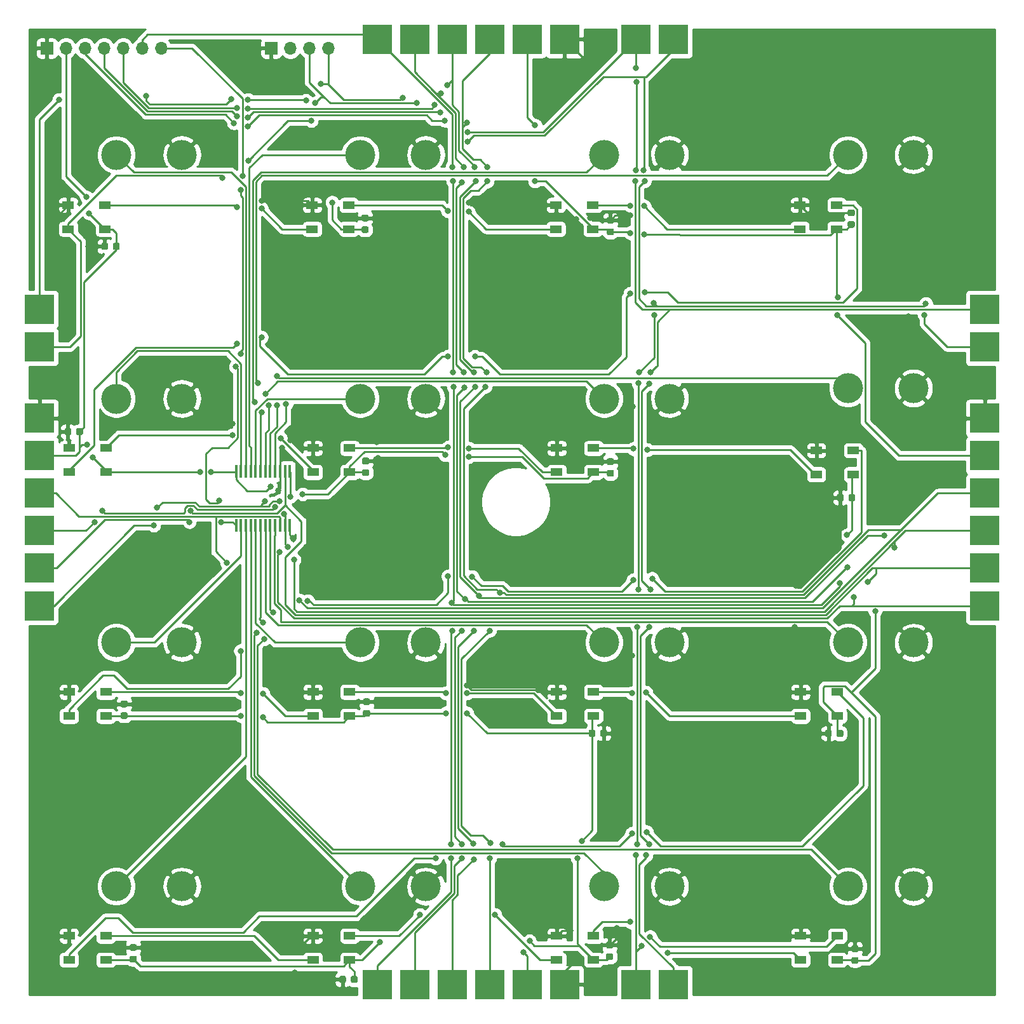
<source format=gbr>
%TF.GenerationSoftware,KiCad,Pcbnew,(5.1.7-0-10_14)*%
%TF.CreationDate,2020-11-04T15:25:09-03:00*%
%TF.ProjectId,Aracde button 24mm 4x4 - 3,41726163-6465-4206-9275-74746f6e2032,rev?*%
%TF.SameCoordinates,Original*%
%TF.FileFunction,Copper,L1,Top*%
%TF.FilePolarity,Positive*%
%FSLAX46Y46*%
G04 Gerber Fmt 4.6, Leading zero omitted, Abs format (unit mm)*
G04 Created by KiCad (PCBNEW (5.1.7-0-10_14)) date 2020-11-04 15:25:09*
%MOMM*%
%LPD*%
G01*
G04 APERTURE LIST*
%TA.AperFunction,ComponentPad*%
%ADD10C,4.000000*%
%TD*%
%TA.AperFunction,SMDPad,CuDef*%
%ADD11R,1.500000X1.000000*%
%TD*%
%TA.AperFunction,SMDPad,CuDef*%
%ADD12R,4.000000X4.000000*%
%TD*%
%TA.AperFunction,ComponentPad*%
%ADD13R,1.700000X1.700000*%
%TD*%
%TA.AperFunction,ComponentPad*%
%ADD14O,1.700000X1.700000*%
%TD*%
%TA.AperFunction,SMDPad,CuDef*%
%ADD15R,0.450000X1.750000*%
%TD*%
%TA.AperFunction,ViaPad*%
%ADD16C,0.800000*%
%TD*%
%TA.AperFunction,Conductor*%
%ADD17C,0.250000*%
%TD*%
%TA.AperFunction,Conductor*%
%ADD18C,0.254000*%
%TD*%
%TA.AperFunction,Conductor*%
%ADD19C,0.100000*%
%TD*%
G04 APERTURE END LIST*
D10*
%TO.P,SW7,1*%
%TO.N,/mux_4*%
X99750000Y-132400000D03*
%TO.P,SW7,2*%
%TO.N,GND*%
X108500000Y-132400000D03*
%TD*%
%TO.P,SW2,1*%
%TO.N,/mux_8*%
X67250000Y-99900000D03*
%TO.P,SW2,2*%
%TO.N,GND*%
X76000000Y-99900000D03*
%TD*%
%TO.P,SW5,1*%
%TO.N,/mux_10*%
X99750000Y-67400000D03*
%TO.P,SW5,2*%
%TO.N,GND*%
X108500000Y-67400000D03*
%TD*%
%TO.P,SW16,1*%
%TO.N,/mux_1*%
X164750000Y-164900000D03*
%TO.P,SW16,2*%
%TO.N,GND*%
X173500000Y-164900000D03*
%TD*%
%TO.P,SW6,1*%
%TO.N,/mux_11*%
X99750000Y-99900000D03*
%TO.P,SW6,2*%
%TO.N,GND*%
X108500000Y-99900000D03*
%TD*%
%TO.P,SW1,2*%
%TO.N,GND*%
X76000000Y-67400000D03*
%TO.P,SW1,1*%
%TO.N,/mux_9*%
X67250000Y-67400000D03*
%TD*%
D11*
%TO.P,D1,1*%
%TO.N,VCC*%
X65750000Y-77300000D03*
%TO.P,D1,2*%
%TO.N,Net-(D1-Pad2)*%
X65750000Y-74100000D03*
%TO.P,D1,4*%
%TO.N,/din*%
X60850000Y-77300000D03*
%TO.P,D1,3*%
%TO.N,GND*%
X60850000Y-74100000D03*
%TD*%
D12*
%TO.P,4067_pads1,6*%
%TO.N,/S3*%
X183000000Y-127500000D03*
%TO.P,4067_pads1,5*%
%TO.N,/S2*%
X183000000Y-122500000D03*
%TO.P,4067_pads1,3*%
%TO.N,/S0*%
X183000000Y-112500000D03*
%TO.P,4067_pads1,4*%
%TO.N,/S1*%
X183000000Y-117500000D03*
%TO.P,4067_pads1,1*%
%TO.N,GND*%
X183000000Y-102500000D03*
%TO.P,4067_pads1,2*%
%TO.N,VCC*%
X183000000Y-107500000D03*
%TD*%
%TO.P,4067_pads2,6*%
%TO.N,/S3*%
X102000000Y-52000000D03*
%TO.P,4067_pads2,5*%
%TO.N,/S2*%
X107000000Y-52000000D03*
%TO.P,4067_pads2,3*%
%TO.N,/S0*%
X117000000Y-52000000D03*
%TO.P,4067_pads2,4*%
%TO.N,/S1*%
X112000000Y-52000000D03*
%TO.P,4067_pads2,1*%
%TO.N,GND*%
X127000000Y-52000000D03*
%TO.P,4067_pads2,2*%
%TO.N,VCC*%
X122000000Y-52000000D03*
%TD*%
%TO.P,4067_pads3,6*%
%TO.N,/S3*%
X57000000Y-127500000D03*
%TO.P,4067_pads3,5*%
%TO.N,/S2*%
X57000000Y-122500000D03*
%TO.P,4067_pads3,3*%
%TO.N,/S0*%
X57000000Y-112500000D03*
%TO.P,4067_pads3,4*%
%TO.N,/S1*%
X57000000Y-117500000D03*
%TO.P,4067_pads3,1*%
%TO.N,GND*%
X57000000Y-102500000D03*
%TO.P,4067_pads3,2*%
%TO.N,VCC*%
X57000000Y-107500000D03*
%TD*%
%TO.P,4067_pads4,6*%
%TO.N,/S3*%
X102000000Y-178000000D03*
%TO.P,4067_pads4,5*%
%TO.N,/S2*%
X107000000Y-178000000D03*
%TO.P,4067_pads4,3*%
%TO.N,/S0*%
X117000000Y-178000000D03*
%TO.P,4067_pads4,4*%
%TO.N,/S1*%
X112000000Y-178000000D03*
%TO.P,4067_pads4,1*%
%TO.N,GND*%
X127000000Y-178000000D03*
%TO.P,4067_pads4,2*%
%TO.N,VCC*%
X122000000Y-178000000D03*
%TD*%
%TO.P,ws2812b_pads4,2*%
%TO.N,/din*%
X57000000Y-93000000D03*
%TO.P,ws2812b_pads4,1*%
%TO.N,/dout*%
X57000000Y-88000000D03*
%TD*%
%TO.P,ws2812b_pads1,2*%
%TO.N,/dout*%
X136500000Y-178000000D03*
%TO.P,ws2812b_pads1,1*%
%TO.N,/din*%
X141500000Y-178000000D03*
%TD*%
%TO.P,ws2812b_pads3,2*%
%TO.N,/dout*%
X183000000Y-93000000D03*
%TO.P,ws2812b_pads3,1*%
%TO.N,/din*%
X183000000Y-88000000D03*
%TD*%
%TO.P,ws2812b_pads2,2*%
%TO.N,/din*%
X136500000Y-52000000D03*
%TO.P,ws2812b_pads2,1*%
%TO.N,/dout*%
X141500000Y-52000000D03*
%TD*%
D10*
%TO.P,SW3,1*%
%TO.N,/mux_7*%
X67250000Y-132400000D03*
%TO.P,SW3,2*%
%TO.N,GND*%
X76000000Y-132400000D03*
%TD*%
%TO.P,SW4,1*%
%TO.N,/mux_6*%
X67250000Y-164900000D03*
%TO.P,SW4,2*%
%TO.N,GND*%
X76000000Y-164900000D03*
%TD*%
%TO.P,SW8,1*%
%TO.N,/mux_5*%
X99750000Y-164900000D03*
%TO.P,SW8,2*%
%TO.N,GND*%
X108500000Y-164900000D03*
%TD*%
%TO.P,SW9,1*%
%TO.N,/mux_12*%
X132250000Y-67400000D03*
%TO.P,SW9,2*%
%TO.N,GND*%
X141000000Y-67400000D03*
%TD*%
%TO.P,SW10,1*%
%TO.N,/mux_13*%
X132250000Y-99900000D03*
%TO.P,SW10,2*%
%TO.N,GND*%
X141000000Y-99900000D03*
%TD*%
%TO.P,SW11,1*%
%TO.N,/mux_2*%
X132250000Y-132400000D03*
%TO.P,SW11,2*%
%TO.N,GND*%
X141000000Y-132400000D03*
%TD*%
%TO.P,SW12,1*%
%TO.N,/mux_3*%
X132250000Y-164900000D03*
%TO.P,SW12,2*%
%TO.N,GND*%
X141000000Y-164900000D03*
%TD*%
%TO.P,SW13,1*%
%TO.N,/mux_14*%
X164750000Y-67400000D03*
%TO.P,SW13,2*%
%TO.N,GND*%
X173500000Y-67400000D03*
%TD*%
%TO.P,SW14,1*%
%TO.N,/mux_15*%
X164750000Y-98500000D03*
%TO.P,SW14,2*%
%TO.N,GND*%
X173500000Y-98500000D03*
%TD*%
%TO.P,SW15,1*%
%TO.N,/mux_0*%
X164750000Y-132400000D03*
%TO.P,SW15,2*%
%TO.N,GND*%
X173500000Y-132400000D03*
%TD*%
D13*
%TO.P,4067_pins1,1*%
%TO.N,GND*%
X58000000Y-53200000D03*
D14*
%TO.P,4067_pins1,2*%
%TO.N,VCC*%
X60540000Y-53200000D03*
%TO.P,4067_pins1,3*%
%TO.N,/S0*%
X63080000Y-53200000D03*
%TO.P,4067_pins1,4*%
%TO.N,/S1*%
X65620000Y-53200000D03*
%TO.P,4067_pins1,5*%
%TO.N,/S2*%
X68160000Y-53200000D03*
%TO.P,4067_pins1,6*%
%TO.N,/S3*%
X70700000Y-53200000D03*
%TO.P,4067_pins1,7*%
%TO.N,/SIG*%
X73240000Y-53200000D03*
%TD*%
D11*
%TO.P,D5,3*%
%TO.N,GND*%
X125850000Y-74100000D03*
%TO.P,D5,4*%
%TO.N,Net-(D3-Pad2)*%
X125850000Y-77300000D03*
%TO.P,D5,2*%
%TO.N,Net-(D5-Pad2)*%
X130750000Y-74100000D03*
%TO.P,D5,1*%
%TO.N,VCC*%
X130750000Y-77300000D03*
%TD*%
%TO.P,D9,1*%
%TO.N,VCC*%
X65850000Y-109700000D03*
%TO.P,D9,2*%
%TO.N,Net-(D11-Pad4)*%
X65850000Y-106500000D03*
%TO.P,D9,4*%
%TO.N,Net-(D7-Pad2)*%
X60950000Y-109700000D03*
%TO.P,D9,3*%
%TO.N,GND*%
X60950000Y-106500000D03*
%TD*%
%TO.P,D13,1*%
%TO.N,VCC*%
X130850000Y-109700000D03*
%TO.P,D13,2*%
%TO.N,Net-(D13-Pad2)*%
X130850000Y-106500000D03*
%TO.P,D13,4*%
%TO.N,Net-(D11-Pad2)*%
X125950000Y-109700000D03*
%TO.P,D13,3*%
%TO.N,GND*%
X125950000Y-106500000D03*
%TD*%
%TO.P,D3,1*%
%TO.N,VCC*%
X98250000Y-77300000D03*
%TO.P,D3,2*%
%TO.N,Net-(D3-Pad2)*%
X98250000Y-74100000D03*
%TO.P,D3,4*%
%TO.N,Net-(D1-Pad2)*%
X93350000Y-77300000D03*
%TO.P,D3,3*%
%TO.N,GND*%
X93350000Y-74100000D03*
%TD*%
%TO.P,D7,3*%
%TO.N,GND*%
X158350000Y-74100000D03*
%TO.P,D7,4*%
%TO.N,Net-(D5-Pad2)*%
X158350000Y-77300000D03*
%TO.P,D7,2*%
%TO.N,Net-(D7-Pad2)*%
X163250000Y-74100000D03*
%TO.P,D7,1*%
%TO.N,VCC*%
X163250000Y-77300000D03*
%TD*%
%TO.P,D11,1*%
%TO.N,VCC*%
X98350000Y-109700000D03*
%TO.P,D11,2*%
%TO.N,Net-(D11-Pad2)*%
X98350000Y-106500000D03*
%TO.P,D11,4*%
%TO.N,Net-(D11-Pad4)*%
X93450000Y-109700000D03*
%TO.P,D11,3*%
%TO.N,GND*%
X93450000Y-106500000D03*
%TD*%
%TO.P,D15,1*%
%TO.N,VCC*%
X165450000Y-110000000D03*
%TO.P,D15,2*%
%TO.N,Net-(D15-Pad2)*%
X165450000Y-106800000D03*
%TO.P,D15,4*%
%TO.N,Net-(D13-Pad2)*%
X160550000Y-110000000D03*
%TO.P,D15,3*%
%TO.N,GND*%
X160550000Y-106800000D03*
%TD*%
%TO.P,D17,1*%
%TO.N,VCC*%
X65850000Y-142200000D03*
%TO.P,D17,2*%
%TO.N,Net-(D17-Pad2)*%
X65850000Y-139000000D03*
%TO.P,D17,4*%
%TO.N,Net-(D15-Pad2)*%
X60950000Y-142200000D03*
%TO.P,D17,3*%
%TO.N,GND*%
X60950000Y-139000000D03*
%TD*%
%TO.P,D21,3*%
%TO.N,GND*%
X125950000Y-139000000D03*
%TO.P,D21,4*%
%TO.N,Net-(D19-Pad2)*%
X125950000Y-142200000D03*
%TO.P,D21,2*%
%TO.N,Net-(D21-Pad2)*%
X130850000Y-139000000D03*
%TO.P,D21,1*%
%TO.N,VCC*%
X130850000Y-142200000D03*
%TD*%
%TO.P,D25,1*%
%TO.N,VCC*%
X65850000Y-174700000D03*
%TO.P,D25,2*%
%TO.N,Net-(D25-Pad2)*%
X65850000Y-171500000D03*
%TO.P,D25,4*%
%TO.N,Net-(D23-Pad2)*%
X60950000Y-174700000D03*
%TO.P,D25,3*%
%TO.N,GND*%
X60950000Y-171500000D03*
%TD*%
%TO.P,D29,1*%
%TO.N,VCC*%
X130850000Y-174700000D03*
%TO.P,D29,2*%
%TO.N,Net-(D29-Pad2)*%
X130850000Y-171500000D03*
%TO.P,D29,4*%
%TO.N,Net-(D27-Pad2)*%
X125950000Y-174700000D03*
%TO.P,D29,3*%
%TO.N,GND*%
X125950000Y-171500000D03*
%TD*%
%TO.P,D19,1*%
%TO.N,VCC*%
X98350000Y-142200000D03*
%TO.P,D19,2*%
%TO.N,Net-(D19-Pad2)*%
X98350000Y-139000000D03*
%TO.P,D19,4*%
%TO.N,Net-(D17-Pad2)*%
X93450000Y-142200000D03*
%TO.P,D19,3*%
%TO.N,GND*%
X93450000Y-139000000D03*
%TD*%
%TO.P,D23,1*%
%TO.N,VCC*%
X163350000Y-142200000D03*
%TO.P,D23,2*%
%TO.N,Net-(D23-Pad2)*%
X163350000Y-139000000D03*
%TO.P,D23,4*%
%TO.N,Net-(D21-Pad2)*%
X158450000Y-142200000D03*
%TO.P,D23,3*%
%TO.N,GND*%
X158450000Y-139000000D03*
%TD*%
%TO.P,D27,1*%
%TO.N,VCC*%
X98350000Y-174700000D03*
%TO.P,D27,2*%
%TO.N,Net-(D27-Pad2)*%
X98350000Y-171500000D03*
%TO.P,D27,4*%
%TO.N,Net-(D25-Pad2)*%
X93450000Y-174700000D03*
%TO.P,D27,3*%
%TO.N,GND*%
X93450000Y-171500000D03*
%TD*%
%TO.P,D31,3*%
%TO.N,GND*%
X158450000Y-171500000D03*
%TO.P,D31,4*%
%TO.N,Net-(D29-Pad2)*%
X158450000Y-174700000D03*
%TO.P,D31,2*%
%TO.N,/dout*%
X163350000Y-171500000D03*
%TO.P,D31,1*%
%TO.N,VCC*%
X163350000Y-174700000D03*
%TD*%
%TO.P,C1,2*%
%TO.N,GND*%
%TA.AperFunction,SMDPad,CuDef*%
G36*
G01*
X66150000Y-79350000D02*
X66150000Y-79850000D01*
G75*
G02*
X65925000Y-80075000I-225000J0D01*
G01*
X65475000Y-80075000D01*
G75*
G02*
X65250000Y-79850000I0J225000D01*
G01*
X65250000Y-79350000D01*
G75*
G02*
X65475000Y-79125000I225000J0D01*
G01*
X65925000Y-79125000D01*
G75*
G02*
X66150000Y-79350000I0J-225000D01*
G01*
G37*
%TD.AperFunction*%
%TO.P,C1,1*%
%TO.N,VCC*%
%TA.AperFunction,SMDPad,CuDef*%
G36*
G01*
X67700000Y-79350000D02*
X67700000Y-79850000D01*
G75*
G02*
X67475000Y-80075000I-225000J0D01*
G01*
X67025000Y-80075000D01*
G75*
G02*
X66800000Y-79850000I0J225000D01*
G01*
X66800000Y-79350000D01*
G75*
G02*
X67025000Y-79125000I225000J0D01*
G01*
X67475000Y-79125000D01*
G75*
G02*
X67700000Y-79350000I0J-225000D01*
G01*
G37*
%TD.AperFunction*%
%TD*%
%TO.P,C2,1*%
%TO.N,VCC*%
%TA.AperFunction,SMDPad,CuDef*%
G36*
G01*
X100650000Y-77825000D02*
X100150000Y-77825000D01*
G75*
G02*
X99925000Y-77600000I0J225000D01*
G01*
X99925000Y-77150000D01*
G75*
G02*
X100150000Y-76925000I225000J0D01*
G01*
X100650000Y-76925000D01*
G75*
G02*
X100875000Y-77150000I0J-225000D01*
G01*
X100875000Y-77600000D01*
G75*
G02*
X100650000Y-77825000I-225000J0D01*
G01*
G37*
%TD.AperFunction*%
%TO.P,C2,2*%
%TO.N,GND*%
%TA.AperFunction,SMDPad,CuDef*%
G36*
G01*
X100650000Y-76275000D02*
X100150000Y-76275000D01*
G75*
G02*
X99925000Y-76050000I0J225000D01*
G01*
X99925000Y-75600000D01*
G75*
G02*
X100150000Y-75375000I225000J0D01*
G01*
X100650000Y-75375000D01*
G75*
G02*
X100875000Y-75600000I0J-225000D01*
G01*
X100875000Y-76050000D01*
G75*
G02*
X100650000Y-76275000I-225000J0D01*
G01*
G37*
%TD.AperFunction*%
%TD*%
%TO.P,C3,1*%
%TO.N,VCC*%
%TA.AperFunction,SMDPad,CuDef*%
G36*
G01*
X133350000Y-78125000D02*
X132850000Y-78125000D01*
G75*
G02*
X132625000Y-77900000I0J225000D01*
G01*
X132625000Y-77450000D01*
G75*
G02*
X132850000Y-77225000I225000J0D01*
G01*
X133350000Y-77225000D01*
G75*
G02*
X133575000Y-77450000I0J-225000D01*
G01*
X133575000Y-77900000D01*
G75*
G02*
X133350000Y-78125000I-225000J0D01*
G01*
G37*
%TD.AperFunction*%
%TO.P,C3,2*%
%TO.N,GND*%
%TA.AperFunction,SMDPad,CuDef*%
G36*
G01*
X133350000Y-76575000D02*
X132850000Y-76575000D01*
G75*
G02*
X132625000Y-76350000I0J225000D01*
G01*
X132625000Y-75900000D01*
G75*
G02*
X132850000Y-75675000I225000J0D01*
G01*
X133350000Y-75675000D01*
G75*
G02*
X133575000Y-75900000I0J-225000D01*
G01*
X133575000Y-76350000D01*
G75*
G02*
X133350000Y-76575000I-225000J0D01*
G01*
G37*
%TD.AperFunction*%
%TD*%
%TO.P,C4,1*%
%TO.N,VCC*%
%TA.AperFunction,SMDPad,CuDef*%
G36*
G01*
X165450000Y-77125000D02*
X164950000Y-77125000D01*
G75*
G02*
X164725000Y-76900000I0J225000D01*
G01*
X164725000Y-76450000D01*
G75*
G02*
X164950000Y-76225000I225000J0D01*
G01*
X165450000Y-76225000D01*
G75*
G02*
X165675000Y-76450000I0J-225000D01*
G01*
X165675000Y-76900000D01*
G75*
G02*
X165450000Y-77125000I-225000J0D01*
G01*
G37*
%TD.AperFunction*%
%TO.P,C4,2*%
%TO.N,GND*%
%TA.AperFunction,SMDPad,CuDef*%
G36*
G01*
X165450000Y-75575000D02*
X164950000Y-75575000D01*
G75*
G02*
X164725000Y-75350000I0J225000D01*
G01*
X164725000Y-74900000D01*
G75*
G02*
X164950000Y-74675000I225000J0D01*
G01*
X165450000Y-74675000D01*
G75*
G02*
X165675000Y-74900000I0J-225000D01*
G01*
X165675000Y-75350000D01*
G75*
G02*
X165450000Y-75575000I-225000J0D01*
G01*
G37*
%TD.AperFunction*%
%TD*%
%TO.P,C5,1*%
%TO.N,VCC*%
%TA.AperFunction,SMDPad,CuDef*%
G36*
G01*
X62800000Y-104050000D02*
X62800000Y-104550000D01*
G75*
G02*
X62575000Y-104775000I-225000J0D01*
G01*
X62125000Y-104775000D01*
G75*
G02*
X61900000Y-104550000I0J225000D01*
G01*
X61900000Y-104050000D01*
G75*
G02*
X62125000Y-103825000I225000J0D01*
G01*
X62575000Y-103825000D01*
G75*
G02*
X62800000Y-104050000I0J-225000D01*
G01*
G37*
%TD.AperFunction*%
%TO.P,C5,2*%
%TO.N,GND*%
%TA.AperFunction,SMDPad,CuDef*%
G36*
G01*
X61250000Y-104050000D02*
X61250000Y-104550000D01*
G75*
G02*
X61025000Y-104775000I-225000J0D01*
G01*
X60575000Y-104775000D01*
G75*
G02*
X60350000Y-104550000I0J225000D01*
G01*
X60350000Y-104050000D01*
G75*
G02*
X60575000Y-103825000I225000J0D01*
G01*
X61025000Y-103825000D01*
G75*
G02*
X61250000Y-104050000I0J-225000D01*
G01*
G37*
%TD.AperFunction*%
%TD*%
%TO.P,C6,2*%
%TO.N,GND*%
%TA.AperFunction,SMDPad,CuDef*%
G36*
G01*
X100730000Y-108660000D02*
X100230000Y-108660000D01*
G75*
G02*
X100005000Y-108435000I0J225000D01*
G01*
X100005000Y-107985000D01*
G75*
G02*
X100230000Y-107760000I225000J0D01*
G01*
X100730000Y-107760000D01*
G75*
G02*
X100955000Y-107985000I0J-225000D01*
G01*
X100955000Y-108435000D01*
G75*
G02*
X100730000Y-108660000I-225000J0D01*
G01*
G37*
%TD.AperFunction*%
%TO.P,C6,1*%
%TO.N,VCC*%
%TA.AperFunction,SMDPad,CuDef*%
G36*
G01*
X100730000Y-110210000D02*
X100230000Y-110210000D01*
G75*
G02*
X100005000Y-109985000I0J225000D01*
G01*
X100005000Y-109535000D01*
G75*
G02*
X100230000Y-109310000I225000J0D01*
G01*
X100730000Y-109310000D01*
G75*
G02*
X100955000Y-109535000I0J-225000D01*
G01*
X100955000Y-109985000D01*
G75*
G02*
X100730000Y-110210000I-225000J0D01*
G01*
G37*
%TD.AperFunction*%
%TD*%
%TO.P,C7,2*%
%TO.N,GND*%
%TA.AperFunction,SMDPad,CuDef*%
G36*
G01*
X133350000Y-108750000D02*
X132850000Y-108750000D01*
G75*
G02*
X132625000Y-108525000I0J225000D01*
G01*
X132625000Y-108075000D01*
G75*
G02*
X132850000Y-107850000I225000J0D01*
G01*
X133350000Y-107850000D01*
G75*
G02*
X133575000Y-108075000I0J-225000D01*
G01*
X133575000Y-108525000D01*
G75*
G02*
X133350000Y-108750000I-225000J0D01*
G01*
G37*
%TD.AperFunction*%
%TO.P,C7,1*%
%TO.N,VCC*%
%TA.AperFunction,SMDPad,CuDef*%
G36*
G01*
X133350000Y-110300000D02*
X132850000Y-110300000D01*
G75*
G02*
X132625000Y-110075000I0J225000D01*
G01*
X132625000Y-109625000D01*
G75*
G02*
X132850000Y-109400000I225000J0D01*
G01*
X133350000Y-109400000D01*
G75*
G02*
X133575000Y-109625000I0J-225000D01*
G01*
X133575000Y-110075000D01*
G75*
G02*
X133350000Y-110300000I-225000J0D01*
G01*
G37*
%TD.AperFunction*%
%TD*%
%TO.P,C8,2*%
%TO.N,GND*%
%TA.AperFunction,SMDPad,CuDef*%
G36*
G01*
X164190000Y-112850000D02*
X164190000Y-113350000D01*
G75*
G02*
X163965000Y-113575000I-225000J0D01*
G01*
X163515000Y-113575000D01*
G75*
G02*
X163290000Y-113350000I0J225000D01*
G01*
X163290000Y-112850000D01*
G75*
G02*
X163515000Y-112625000I225000J0D01*
G01*
X163965000Y-112625000D01*
G75*
G02*
X164190000Y-112850000I0J-225000D01*
G01*
G37*
%TD.AperFunction*%
%TO.P,C8,1*%
%TO.N,VCC*%
%TA.AperFunction,SMDPad,CuDef*%
G36*
G01*
X165740000Y-112850000D02*
X165740000Y-113350000D01*
G75*
G02*
X165515000Y-113575000I-225000J0D01*
G01*
X165065000Y-113575000D01*
G75*
G02*
X164840000Y-113350000I0J225000D01*
G01*
X164840000Y-112850000D01*
G75*
G02*
X165065000Y-112625000I225000J0D01*
G01*
X165515000Y-112625000D01*
G75*
G02*
X165740000Y-112850000I0J-225000D01*
G01*
G37*
%TD.AperFunction*%
%TD*%
%TO.P,C9,2*%
%TO.N,GND*%
%TA.AperFunction,SMDPad,CuDef*%
G36*
G01*
X68545000Y-141045000D02*
X68045000Y-141045000D01*
G75*
G02*
X67820000Y-140820000I0J225000D01*
G01*
X67820000Y-140370000D01*
G75*
G02*
X68045000Y-140145000I225000J0D01*
G01*
X68545000Y-140145000D01*
G75*
G02*
X68770000Y-140370000I0J-225000D01*
G01*
X68770000Y-140820000D01*
G75*
G02*
X68545000Y-141045000I-225000J0D01*
G01*
G37*
%TD.AperFunction*%
%TO.P,C9,1*%
%TO.N,VCC*%
%TA.AperFunction,SMDPad,CuDef*%
G36*
G01*
X68545000Y-142595000D02*
X68045000Y-142595000D01*
G75*
G02*
X67820000Y-142370000I0J225000D01*
G01*
X67820000Y-141920000D01*
G75*
G02*
X68045000Y-141695000I225000J0D01*
G01*
X68545000Y-141695000D01*
G75*
G02*
X68770000Y-141920000I0J-225000D01*
G01*
X68770000Y-142370000D01*
G75*
G02*
X68545000Y-142595000I-225000J0D01*
G01*
G37*
%TD.AperFunction*%
%TD*%
%TO.P,C10,2*%
%TO.N,GND*%
%TA.AperFunction,SMDPad,CuDef*%
G36*
G01*
X100850000Y-140750000D02*
X100350000Y-140750000D01*
G75*
G02*
X100125000Y-140525000I0J225000D01*
G01*
X100125000Y-140075000D01*
G75*
G02*
X100350000Y-139850000I225000J0D01*
G01*
X100850000Y-139850000D01*
G75*
G02*
X101075000Y-140075000I0J-225000D01*
G01*
X101075000Y-140525000D01*
G75*
G02*
X100850000Y-140750000I-225000J0D01*
G01*
G37*
%TD.AperFunction*%
%TO.P,C10,1*%
%TO.N,VCC*%
%TA.AperFunction,SMDPad,CuDef*%
G36*
G01*
X100850000Y-142300000D02*
X100350000Y-142300000D01*
G75*
G02*
X100125000Y-142075000I0J225000D01*
G01*
X100125000Y-141625000D01*
G75*
G02*
X100350000Y-141400000I225000J0D01*
G01*
X100850000Y-141400000D01*
G75*
G02*
X101075000Y-141625000I0J-225000D01*
G01*
X101075000Y-142075000D01*
G75*
G02*
X100850000Y-142300000I-225000J0D01*
G01*
G37*
%TD.AperFunction*%
%TD*%
%TO.P,C11,2*%
%TO.N,GND*%
%TA.AperFunction,SMDPad,CuDef*%
G36*
G01*
X131750000Y-144750000D02*
X131750000Y-144250000D01*
G75*
G02*
X131975000Y-144025000I225000J0D01*
G01*
X132425000Y-144025000D01*
G75*
G02*
X132650000Y-144250000I0J-225000D01*
G01*
X132650000Y-144750000D01*
G75*
G02*
X132425000Y-144975000I-225000J0D01*
G01*
X131975000Y-144975000D01*
G75*
G02*
X131750000Y-144750000I0J225000D01*
G01*
G37*
%TD.AperFunction*%
%TO.P,C11,1*%
%TO.N,VCC*%
%TA.AperFunction,SMDPad,CuDef*%
G36*
G01*
X130200000Y-144750000D02*
X130200000Y-144250000D01*
G75*
G02*
X130425000Y-144025000I225000J0D01*
G01*
X130875000Y-144025000D01*
G75*
G02*
X131100000Y-144250000I0J-225000D01*
G01*
X131100000Y-144750000D01*
G75*
G02*
X130875000Y-144975000I-225000J0D01*
G01*
X130425000Y-144975000D01*
G75*
G02*
X130200000Y-144750000I0J225000D01*
G01*
G37*
%TD.AperFunction*%
%TD*%
%TO.P,C12,1*%
%TO.N,VCC*%
%TA.AperFunction,SMDPad,CuDef*%
G36*
G01*
X164160000Y-144270000D02*
X164160000Y-144770000D01*
G75*
G02*
X163935000Y-144995000I-225000J0D01*
G01*
X163485000Y-144995000D01*
G75*
G02*
X163260000Y-144770000I0J225000D01*
G01*
X163260000Y-144270000D01*
G75*
G02*
X163485000Y-144045000I225000J0D01*
G01*
X163935000Y-144045000D01*
G75*
G02*
X164160000Y-144270000I0J-225000D01*
G01*
G37*
%TD.AperFunction*%
%TO.P,C12,2*%
%TO.N,GND*%
%TA.AperFunction,SMDPad,CuDef*%
G36*
G01*
X162610000Y-144270000D02*
X162610000Y-144770000D01*
G75*
G02*
X162385000Y-144995000I-225000J0D01*
G01*
X161935000Y-144995000D01*
G75*
G02*
X161710000Y-144770000I0J225000D01*
G01*
X161710000Y-144270000D01*
G75*
G02*
X161935000Y-144045000I225000J0D01*
G01*
X162385000Y-144045000D01*
G75*
G02*
X162610000Y-144270000I0J-225000D01*
G01*
G37*
%TD.AperFunction*%
%TD*%
%TO.P,C13,1*%
%TO.N,VCC*%
%TA.AperFunction,SMDPad,CuDef*%
G36*
G01*
X69750000Y-175050000D02*
X69250000Y-175050000D01*
G75*
G02*
X69025000Y-174825000I0J225000D01*
G01*
X69025000Y-174375000D01*
G75*
G02*
X69250000Y-174150000I225000J0D01*
G01*
X69750000Y-174150000D01*
G75*
G02*
X69975000Y-174375000I0J-225000D01*
G01*
X69975000Y-174825000D01*
G75*
G02*
X69750000Y-175050000I-225000J0D01*
G01*
G37*
%TD.AperFunction*%
%TO.P,C13,2*%
%TO.N,GND*%
%TA.AperFunction,SMDPad,CuDef*%
G36*
G01*
X69750000Y-173500000D02*
X69250000Y-173500000D01*
G75*
G02*
X69025000Y-173275000I0J225000D01*
G01*
X69025000Y-172825000D01*
G75*
G02*
X69250000Y-172600000I225000J0D01*
G01*
X69750000Y-172600000D01*
G75*
G02*
X69975000Y-172825000I0J-225000D01*
G01*
X69975000Y-173275000D01*
G75*
G02*
X69750000Y-173500000I-225000J0D01*
G01*
G37*
%TD.AperFunction*%
%TD*%
%TO.P,C14,1*%
%TO.N,VCC*%
%TA.AperFunction,SMDPad,CuDef*%
G36*
G01*
X99410000Y-177060000D02*
X99410000Y-177560000D01*
G75*
G02*
X99185000Y-177785000I-225000J0D01*
G01*
X98735000Y-177785000D01*
G75*
G02*
X98510000Y-177560000I0J225000D01*
G01*
X98510000Y-177060000D01*
G75*
G02*
X98735000Y-176835000I225000J0D01*
G01*
X99185000Y-176835000D01*
G75*
G02*
X99410000Y-177060000I0J-225000D01*
G01*
G37*
%TD.AperFunction*%
%TO.P,C14,2*%
%TO.N,GND*%
%TA.AperFunction,SMDPad,CuDef*%
G36*
G01*
X97860000Y-177060000D02*
X97860000Y-177560000D01*
G75*
G02*
X97635000Y-177785000I-225000J0D01*
G01*
X97185000Y-177785000D01*
G75*
G02*
X96960000Y-177560000I0J225000D01*
G01*
X96960000Y-177060000D01*
G75*
G02*
X97185000Y-176835000I225000J0D01*
G01*
X97635000Y-176835000D01*
G75*
G02*
X97860000Y-177060000I0J-225000D01*
G01*
G37*
%TD.AperFunction*%
%TD*%
%TO.P,C15,1*%
%TO.N,VCC*%
%TA.AperFunction,SMDPad,CuDef*%
G36*
G01*
X133250000Y-174725000D02*
X132750000Y-174725000D01*
G75*
G02*
X132525000Y-174500000I0J225000D01*
G01*
X132525000Y-174050000D01*
G75*
G02*
X132750000Y-173825000I225000J0D01*
G01*
X133250000Y-173825000D01*
G75*
G02*
X133475000Y-174050000I0J-225000D01*
G01*
X133475000Y-174500000D01*
G75*
G02*
X133250000Y-174725000I-225000J0D01*
G01*
G37*
%TD.AperFunction*%
%TO.P,C15,2*%
%TO.N,GND*%
%TA.AperFunction,SMDPad,CuDef*%
G36*
G01*
X133250000Y-173175000D02*
X132750000Y-173175000D01*
G75*
G02*
X132525000Y-172950000I0J225000D01*
G01*
X132525000Y-172500000D01*
G75*
G02*
X132750000Y-172275000I225000J0D01*
G01*
X133250000Y-172275000D01*
G75*
G02*
X133475000Y-172500000I0J-225000D01*
G01*
X133475000Y-172950000D01*
G75*
G02*
X133250000Y-173175000I-225000J0D01*
G01*
G37*
%TD.AperFunction*%
%TD*%
%TO.P,C16,2*%
%TO.N,GND*%
%TA.AperFunction,SMDPad,CuDef*%
G36*
G01*
X165950000Y-173670000D02*
X165450000Y-173670000D01*
G75*
G02*
X165225000Y-173445000I0J225000D01*
G01*
X165225000Y-172995000D01*
G75*
G02*
X165450000Y-172770000I225000J0D01*
G01*
X165950000Y-172770000D01*
G75*
G02*
X166175000Y-172995000I0J-225000D01*
G01*
X166175000Y-173445000D01*
G75*
G02*
X165950000Y-173670000I-225000J0D01*
G01*
G37*
%TD.AperFunction*%
%TO.P,C16,1*%
%TO.N,VCC*%
%TA.AperFunction,SMDPad,CuDef*%
G36*
G01*
X165950000Y-175220000D02*
X165450000Y-175220000D01*
G75*
G02*
X165225000Y-174995000I0J225000D01*
G01*
X165225000Y-174545000D01*
G75*
G02*
X165450000Y-174320000I225000J0D01*
G01*
X165950000Y-174320000D01*
G75*
G02*
X166175000Y-174545000I0J-225000D01*
G01*
X166175000Y-174995000D01*
G75*
G02*
X165950000Y-175220000I-225000J0D01*
G01*
G37*
%TD.AperFunction*%
%TD*%
D13*
%TO.P,ws2812b_pins4,1*%
%TO.N,GND*%
X87900000Y-53200000D03*
D14*
%TO.P,ws2812b_pins4,2*%
%TO.N,VCC*%
X90440000Y-53200000D03*
%TO.P,ws2812b_pins4,3*%
%TO.N,/din*%
X92980000Y-53200000D03*
%TO.P,ws2812b_pins4,4*%
%TO.N,/dout*%
X95520000Y-53200000D03*
%TD*%
D15*
%TO.P,74hc4067,1*%
%TO.N,/SIG*%
X83225000Y-116800000D03*
%TO.P,74hc4067,2*%
%TO.N,/mux_7*%
X83875000Y-116800000D03*
%TO.P,74hc4067,3*%
%TO.N,/mux_6*%
X84525000Y-116800000D03*
%TO.P,74hc4067,4*%
%TO.N,/mux_5*%
X85175000Y-116800000D03*
%TO.P,74hc4067,5*%
%TO.N,/mux_4*%
X85825000Y-116800000D03*
%TO.P,74hc4067,6*%
%TO.N,/mux_3*%
X86475000Y-116800000D03*
%TO.P,74hc4067,7*%
%TO.N,/mux_2*%
X87125000Y-116800000D03*
%TO.P,74hc4067,8*%
%TO.N,/mux_1*%
X87775000Y-116800000D03*
%TO.P,74hc4067,9*%
%TO.N,/mux_0*%
X88425000Y-116800000D03*
%TO.P,74hc4067,10*%
%TO.N,/S0*%
X89075000Y-116800000D03*
%TO.P,74hc4067,11*%
%TO.N,/S1*%
X89725000Y-116800000D03*
%TO.P,74hc4067,12*%
%TO.N,GND*%
X90375000Y-116800000D03*
%TO.P,74hc4067,13*%
%TO.N,/S3*%
X90375000Y-109600000D03*
%TO.P,74hc4067,14*%
%TO.N,/S2*%
X89725000Y-109600000D03*
%TO.P,74hc4067,15*%
%TO.N,GND*%
X89075000Y-109600000D03*
%TO.P,74hc4067,16*%
%TO.N,/mux_15*%
X88425000Y-109600000D03*
%TO.P,74hc4067,17*%
%TO.N,/mux_14*%
X87775000Y-109600000D03*
%TO.P,74hc4067,18*%
%TO.N,/mux_13*%
X87125000Y-109600000D03*
%TO.P,74hc4067,19*%
%TO.N,/mux_12*%
X86475000Y-109600000D03*
%TO.P,74hc4067,20*%
%TO.N,/mux_11*%
X85825000Y-109600000D03*
%TO.P,74hc4067,21*%
%TO.N,/mux_10*%
X85175000Y-109600000D03*
%TO.P,74hc4067,22*%
%TO.N,/mux_9*%
X84525000Y-109600000D03*
%TO.P,74hc4067,23*%
%TO.N,/mux_8*%
X83875000Y-109600000D03*
%TO.P,74hc4067,24*%
%TO.N,VCC*%
X83225000Y-109600000D03*
%TD*%
D16*
%TO.N,GND*%
X61880000Y-54770000D03*
X61570000Y-101570000D03*
X89357347Y-106422653D03*
X90452653Y-105467347D03*
X86600030Y-73529997D03*
X114205030Y-73810000D03*
X135725000Y-75490000D03*
X129880000Y-57060000D03*
X172810000Y-88960000D03*
X172900000Y-86530000D03*
X136100000Y-100930000D03*
X157800000Y-124849899D03*
X157640000Y-130349989D03*
X135955000Y-134160000D03*
X91650000Y-173060000D03*
X91030000Y-176430000D03*
X128610000Y-174620000D03*
X127780000Y-170780000D03*
X120270000Y-163840000D03*
X114020000Y-138130000D03*
X166330000Y-128750000D03*
X90760000Y-118450000D03*
X79980000Y-121350000D03*
X88860000Y-112130000D03*
X82699990Y-103240000D03*
X165030000Y-102570000D03*
X130435154Y-75824846D03*
X128519848Y-75960152D03*
X59120000Y-62590000D03*
X59330000Y-79370000D03*
X63550000Y-79600000D03*
X102140000Y-107820000D03*
X101980000Y-105720000D03*
X110680000Y-71770000D03*
X133930000Y-170500000D03*
%TO.N,VCC*%
X63620000Y-75180000D03*
X63300000Y-73050000D03*
X96020000Y-73740000D03*
X64120000Y-107760000D03*
X63327347Y-106007347D03*
X123080000Y-63470000D03*
X123020000Y-70900011D03*
X135725000Y-77800000D03*
X137625010Y-77970000D03*
X163420000Y-86374980D03*
X163340000Y-88725000D03*
X164650000Y-118080000D03*
X168380000Y-128225000D03*
X129280000Y-158824980D03*
X128730000Y-161175000D03*
X121480000Y-173710000D03*
X122320000Y-172170000D03*
X102420000Y-172300000D03*
X111165000Y-141810000D03*
X113965030Y-141810000D03*
X83800000Y-142160000D03*
X86800020Y-142390000D03*
X78435000Y-109640000D03*
X79885000Y-109670000D03*
X87800000Y-111630000D03*
X92090000Y-112630000D03*
X111090000Y-107390000D03*
X114265030Y-107640000D03*
%TO.N,/S0*%
X91665000Y-126770000D03*
X81952347Y-121742347D03*
X117010000Y-161175000D03*
X117120000Y-159140000D03*
X117010000Y-130799999D03*
X118360000Y-125749919D03*
X116440000Y-98299999D03*
X116580000Y-96399989D03*
X116700000Y-70930000D03*
X116730000Y-69000001D03*
X82921446Y-63171428D03*
X84802653Y-63600000D03*
X111030000Y-62830000D03*
X113960000Y-63080000D03*
%TO.N,/S1*%
X89570307Y-115234999D03*
X88409853Y-114344842D03*
X65414411Y-114874999D03*
X64360000Y-116324999D03*
X90940000Y-121360000D03*
X90107347Y-119647347D03*
X114910000Y-161290000D03*
X114820000Y-159200000D03*
X114880000Y-130870000D03*
X115610000Y-126199929D03*
X169570000Y-118110000D03*
X170990000Y-119750000D03*
X115010000Y-69000001D03*
X115150000Y-70900011D03*
X114940000Y-96399989D03*
X115060000Y-98299999D03*
X83310000Y-62250000D03*
X84802653Y-62400000D03*
X110420000Y-61780000D03*
X111350000Y-58110000D03*
%TO.N,/S2*%
X77000000Y-116324999D03*
X77110000Y-114874999D03*
X113270000Y-161175000D03*
X113310000Y-159274990D03*
X113260000Y-130799999D03*
X113700000Y-126649939D03*
X164670000Y-122340000D03*
X167420000Y-124330000D03*
X113680000Y-98430000D03*
X113580000Y-96399989D03*
X113330000Y-71050000D03*
X113570000Y-69000001D03*
X83352653Y-61140000D03*
X84802653Y-61230000D03*
X109677347Y-60702653D03*
X110500000Y-59230000D03*
%TO.N,/S3*%
X72240000Y-116775009D03*
X72690000Y-114424989D03*
X89000000Y-113537545D03*
X90450000Y-112950000D03*
X87030000Y-113610000D03*
X89045000Y-120360000D03*
X111830000Y-161175000D03*
X111890000Y-159274990D03*
X112000000Y-130799999D03*
X111920000Y-127099949D03*
X163710222Y-124510222D03*
X165500000Y-126390000D03*
X112010000Y-69000001D03*
X112130000Y-70900011D03*
X112090000Y-96399989D03*
X112190000Y-98299999D03*
%TO.N,/SIG*%
X84077653Y-70202347D03*
X83800000Y-72098777D03*
X83800000Y-93960000D03*
X83150000Y-95650000D03*
X80990000Y-113515000D03*
X81224999Y-116324999D03*
%TO.N,Net-(D1-Pad2)*%
X83349990Y-74400000D03*
X86600030Y-74530000D03*
%TO.N,/din*%
X107310000Y-60505000D03*
X114085028Y-64360000D03*
X136540000Y-55790000D03*
X136580000Y-57715000D03*
X136490000Y-69450011D03*
X136450000Y-70900011D03*
X137870000Y-160750000D03*
X138290000Y-159274990D03*
X138300000Y-130349989D03*
X138440000Y-125299909D03*
X138300000Y-97900000D03*
X138480000Y-96399989D03*
X81420000Y-70450001D03*
X84820000Y-68160000D03*
X93240000Y-62855020D03*
X93750000Y-60505000D03*
%TO.N,Net-(D13-Pad2)*%
X136125000Y-106570000D03*
X138025010Y-106730000D03*
%TO.N,Net-(D3-Pad2)*%
X111405000Y-74860000D03*
X114205030Y-75000000D03*
%TO.N,Net-(D15-Pad2)*%
X138670000Y-123860000D03*
X136125000Y-124080000D03*
X114695893Y-123624107D03*
X111465000Y-123560000D03*
X92757653Y-126852347D03*
X83800000Y-133510000D03*
%TO.N,Net-(D5-Pad2)*%
X135725000Y-74170000D03*
X137625010Y-74240000D03*
%TO.N,Net-(D11-Pad2)*%
X111465000Y-106380000D03*
X114265030Y-106530000D03*
%TO.N,Net-(D17-Pad2)*%
X83800000Y-139110000D03*
X86800020Y-139210000D03*
%TO.N,Net-(D19-Pad2)*%
X111165000Y-139160000D03*
X113965030Y-139160000D03*
%TO.N,Net-(D21-Pad2)*%
X135955000Y-139160000D03*
X137855010Y-139060000D03*
%TO.N,Net-(D23-Pad2)*%
X137920000Y-157640000D03*
X135955000Y-157860000D03*
X118680000Y-159274990D03*
X109790000Y-161175000D03*
%TO.N,Net-(D27-Pad2)*%
X107707347Y-168697347D03*
X117725000Y-168680000D03*
%TO.N,/dout*%
X105390000Y-59780000D03*
X114085028Y-65670000D03*
X137490003Y-69450011D03*
X137660000Y-70900011D03*
X175140000Y-87230000D03*
X174940000Y-88725000D03*
X136470000Y-160724990D03*
X136680000Y-159274990D03*
X136710000Y-130349989D03*
X136850000Y-125299909D03*
X136830000Y-97849989D03*
X136950000Y-96399989D03*
X138920000Y-88725000D03*
X138860000Y-87140000D03*
X137300000Y-172840000D03*
X138402653Y-171627347D03*
X59630000Y-60040000D03*
X71240000Y-59590000D03*
X82540000Y-60000000D03*
X84802653Y-60049345D03*
X92530000Y-60150000D03*
X94490000Y-57910000D03*
%TO.N,/mux_14*%
X86150020Y-97800000D03*
X88630000Y-100810000D03*
%TO.N,/mux_15*%
X88682502Y-96857201D03*
X89880000Y-100625000D03*
%TO.N,/mux_1*%
X86942347Y-131957653D03*
X88115987Y-128350682D03*
%TO.N,/mux_12*%
X85700010Y-100350000D03*
X86617653Y-101707653D03*
%TO.N,/mux_13*%
X87133804Y-99225637D03*
X87600000Y-100800000D03*
%TO.N,/mux_3*%
X85960000Y-131130000D03*
X86812653Y-129777347D03*
%TO.N,Net-(D7-Pad2)*%
X137690000Y-85740000D03*
X135725000Y-85890000D03*
X115040000Y-94280000D03*
X111405000Y-94280000D03*
X86600030Y-91720000D03*
X83349990Y-92540000D03*
%TO.N,Net-(D29-Pad2)*%
X135775000Y-169650000D03*
X140730000Y-173770000D03*
%TO.N,Net-(D11-Pad4)*%
X82699990Y-104750000D03*
X89150000Y-105190000D03*
%TD*%
D17*
%TO.N,GND*%
X89075000Y-106705000D02*
X89357347Y-106422653D01*
X89075000Y-109600000D02*
X89075000Y-106705000D01*
X91485306Y-106500000D02*
X93450000Y-106500000D01*
X90452653Y-105467347D02*
X91485306Y-106500000D01*
X92779997Y-73529997D02*
X86600030Y-73529997D01*
X93350000Y-74100000D02*
X92779997Y-73529997D01*
X114495030Y-74100000D02*
X114205030Y-73810000D01*
X125850000Y-74100000D02*
X114495030Y-74100000D01*
X133735000Y-75490000D02*
X133100000Y-76125000D01*
X135725000Y-75490000D02*
X133735000Y-75490000D01*
X159375000Y-75125000D02*
X165200000Y-75125000D01*
X158350000Y-74100000D02*
X159375000Y-75125000D01*
X129880000Y-54880000D02*
X127000000Y-52000000D01*
X129880000Y-57060000D02*
X129880000Y-54880000D01*
X163740000Y-113100000D02*
X163740000Y-119850770D01*
X163740000Y-119850770D02*
X158465881Y-125124889D01*
X158074990Y-125124889D02*
X157800000Y-124849899D01*
X158465881Y-125124889D02*
X158074990Y-125124889D01*
X158450000Y-131159989D02*
X158450000Y-139000000D01*
X157640000Y-130349989D02*
X158450000Y-131159989D01*
X93210000Y-171500000D02*
X91650000Y-173060000D01*
X93450000Y-171500000D02*
X93210000Y-171500000D01*
X127000000Y-176230000D02*
X128610000Y-174620000D01*
X127000000Y-178000000D02*
X127000000Y-176230000D01*
X126670000Y-170780000D02*
X125950000Y-171500000D01*
X127780000Y-170780000D02*
X126670000Y-170780000D01*
X123386410Y-139000000D02*
X123096400Y-138709990D01*
X125950000Y-139000000D02*
X123386410Y-139000000D01*
X114599990Y-138709990D02*
X114020000Y-138130000D01*
X123096400Y-138709990D02*
X114599990Y-138709990D01*
X90375000Y-118065000D02*
X90760000Y-118450000D01*
X90375000Y-116800000D02*
X90375000Y-118065000D01*
X89075000Y-111915000D02*
X89075000Y-109600000D01*
X88860000Y-112130000D02*
X89075000Y-111915000D01*
X164840000Y-102380000D02*
X165030000Y-102570000D01*
X130735308Y-76125000D02*
X130435154Y-75824846D01*
X133100000Y-76125000D02*
X130735308Y-76125000D01*
X59330000Y-75620000D02*
X59330000Y-79370000D01*
X60850000Y-74100000D02*
X59330000Y-75620000D01*
X63550000Y-79600000D02*
X65700000Y-79600000D01*
X101750000Y-108210000D02*
X102140000Y-107820000D01*
X100480000Y-108210000D02*
X101750000Y-108210000D01*
X133930000Y-171795000D02*
X133000000Y-172725000D01*
X133930000Y-170500000D02*
X133930000Y-171795000D01*
%TO.N,VCC*%
X65750000Y-77300000D02*
X66700000Y-77300000D01*
X67250000Y-77850000D02*
X67250000Y-79600000D01*
X66700000Y-77300000D02*
X67250000Y-77850000D01*
X132725000Y-77300000D02*
X133100000Y-77675000D01*
X130750000Y-77300000D02*
X132725000Y-77300000D01*
X164575000Y-77300000D02*
X165200000Y-76675000D01*
X163250000Y-77300000D02*
X164575000Y-77300000D01*
X132950000Y-109700000D02*
X133100000Y-109850000D01*
X130850000Y-109700000D02*
X132950000Y-109700000D01*
X65850000Y-142200000D02*
X68125000Y-142200000D01*
X100250000Y-142200000D02*
X100600000Y-141850000D01*
X98350000Y-142200000D02*
X100250000Y-142200000D01*
X69400000Y-174700000D02*
X69500000Y-174600000D01*
X65850000Y-174700000D02*
X69400000Y-174700000D01*
X132575000Y-174700000D02*
X133000000Y-174275000D01*
X130850000Y-174700000D02*
X132575000Y-174700000D01*
X98350000Y-174700000D02*
X98350000Y-175630000D01*
X98960000Y-176240000D02*
X98960000Y-177310000D01*
X98350000Y-175630000D02*
X98960000Y-176240000D01*
X65740000Y-77300000D02*
X63620000Y-75180000D01*
X65750000Y-77300000D02*
X65740000Y-77300000D01*
X60540000Y-70290000D02*
X60540000Y-53200000D01*
X63300000Y-73050000D02*
X60540000Y-70290000D01*
X96020000Y-73740000D02*
X96020000Y-76090000D01*
X97230000Y-77300000D02*
X98250000Y-77300000D01*
X96020000Y-76090000D02*
X97230000Y-77300000D01*
X100325000Y-77300000D02*
X100400000Y-77375000D01*
X98250000Y-77300000D02*
X100325000Y-77300000D01*
X67250000Y-79600000D02*
X67250000Y-80075000D01*
X67250000Y-80075000D02*
X62960010Y-84364990D01*
X62960010Y-103689990D02*
X62350000Y-104300000D01*
X62960010Y-84364990D02*
X62960010Y-103689990D01*
X61785002Y-107500000D02*
X57000000Y-107500000D01*
X62350000Y-106935002D02*
X61785002Y-107500000D01*
X65850000Y-109490000D02*
X64120000Y-107760000D01*
X65850000Y-109700000D02*
X65850000Y-109490000D01*
X63327347Y-106007347D02*
X62682653Y-106007347D01*
X62682653Y-106007347D02*
X62350000Y-106340000D01*
X62350000Y-106340000D02*
X62350000Y-106935002D01*
X62350000Y-104300000D02*
X62350000Y-106340000D01*
X122000000Y-62390000D02*
X123080000Y-63470000D01*
X122000000Y-52000000D02*
X122000000Y-62390000D01*
X130750000Y-77164998D02*
X130750000Y-77300000D01*
X124485013Y-70900011D02*
X130750000Y-77164998D01*
X123020000Y-70900011D02*
X124485013Y-70900011D01*
X135600000Y-77675000D02*
X135725000Y-77800000D01*
X133100000Y-77675000D02*
X135600000Y-77675000D01*
X137625010Y-77970000D02*
X142300010Y-77970000D01*
X162424999Y-78125001D02*
X163250000Y-77300000D01*
X142455011Y-78125001D02*
X162424999Y-78125001D01*
X142300010Y-77970000D02*
X142455011Y-78125001D01*
X163250000Y-86204980D02*
X163420000Y-86374980D01*
X163250000Y-77300000D02*
X163250000Y-86204980D01*
X163350000Y-144160000D02*
X163710000Y-144520000D01*
X163350000Y-142200000D02*
X163350000Y-144160000D01*
X165630000Y-174700000D02*
X165700000Y-174770000D01*
X163350000Y-174700000D02*
X165630000Y-174700000D01*
X165700000Y-174770000D02*
X167530000Y-174770000D01*
X167530000Y-174770000D02*
X168430000Y-173870000D01*
X164360001Y-138174999D02*
X161665001Y-138174999D01*
X168430000Y-173870000D02*
X168430000Y-142244998D01*
X161665001Y-138174999D02*
X161470000Y-138370000D01*
X161470000Y-140320000D02*
X163350000Y-142200000D01*
X161470000Y-138370000D02*
X161470000Y-140320000D01*
X171550000Y-107500000D02*
X183000000Y-107500000D01*
X167075001Y-103025001D02*
X171550000Y-107500000D01*
X167075001Y-92460001D02*
X167075001Y-103025001D01*
X163340000Y-88725000D02*
X167075001Y-92460001D01*
X165290000Y-110160000D02*
X165450000Y-110000000D01*
X165290000Y-113100000D02*
X165290000Y-110160000D01*
X165290000Y-117440000D02*
X164650000Y-118080000D01*
X165290000Y-113100000D02*
X165290000Y-117440000D01*
X168380000Y-135860000D02*
X165212501Y-139027499D01*
X168380000Y-128225000D02*
X168380000Y-135860000D01*
X165212501Y-139027499D02*
X164360001Y-138174999D01*
X168430000Y-142244998D02*
X165212501Y-139027499D01*
X130650000Y-157454980D02*
X129280000Y-158824980D01*
X130650000Y-144500000D02*
X130650000Y-157454980D01*
X128730000Y-161175000D02*
X128730000Y-172580000D01*
X122000000Y-174230000D02*
X121480000Y-173710000D01*
X122000000Y-178000000D02*
X122000000Y-174230000D01*
X122970000Y-172820000D02*
X128970000Y-172820000D01*
X128970000Y-172820000D02*
X130850000Y-174700000D01*
X122320000Y-172170000D02*
X122970000Y-172820000D01*
X128730000Y-172580000D02*
X128970000Y-172820000D01*
X100020000Y-174700000D02*
X102420000Y-172300000D01*
X98350000Y-174700000D02*
X100020000Y-174700000D01*
X70425001Y-175525001D02*
X97524999Y-175525001D01*
X97524999Y-175525001D02*
X98350000Y-174700000D01*
X69500000Y-174600000D02*
X70425001Y-175525001D01*
X130650000Y-142400000D02*
X130850000Y-142200000D01*
X130650000Y-144500000D02*
X130650000Y-142400000D01*
X111125000Y-141850000D02*
X111165000Y-141810000D01*
X100600000Y-141850000D02*
X111125000Y-141850000D01*
X116655030Y-144500000D02*
X130650000Y-144500000D01*
X113965030Y-141810000D02*
X116655030Y-144500000D01*
X83785000Y-142145000D02*
X83800000Y-142160000D01*
X68295000Y-142145000D02*
X83785000Y-142145000D01*
X97524999Y-143025001D02*
X98350000Y-142200000D01*
X87435021Y-143025001D02*
X97524999Y-143025001D01*
X86800020Y-142390000D02*
X87435021Y-143025001D01*
X78375000Y-109700000D02*
X78435000Y-109640000D01*
X65850000Y-109700000D02*
X78375000Y-109700000D01*
X83155000Y-109670000D02*
X83225000Y-109600000D01*
X79885000Y-109670000D02*
X83155000Y-109670000D01*
X83225000Y-110725000D02*
X84700000Y-112200000D01*
X83225000Y-109600000D02*
X83225000Y-110725000D01*
X87230000Y-112200000D02*
X87800000Y-111630000D01*
X84700000Y-112200000D02*
X87230000Y-112200000D01*
X95420000Y-112630000D02*
X98350000Y-109700000D01*
X92090000Y-112630000D02*
X95420000Y-112630000D01*
X98350000Y-108950000D02*
X100349990Y-106950010D01*
X98350000Y-109700000D02*
X98350000Y-108950000D01*
X110650010Y-106950010D02*
X111090000Y-107390000D01*
X100349990Y-106950010D02*
X110650010Y-106950010D01*
X130024999Y-110525001D02*
X130850000Y-109700000D01*
X124228591Y-110525001D02*
X130024999Y-110525001D01*
X121343590Y-107640000D02*
X124228591Y-110525001D01*
X114265030Y-107640000D02*
X121343590Y-107640000D01*
X100420000Y-109700000D02*
X100480000Y-109760000D01*
X98350000Y-109700000D02*
X100420000Y-109700000D01*
%TO.N,/S0*%
X89075000Y-115764998D02*
X88910001Y-115599999D01*
X89075000Y-116800000D02*
X89075000Y-115764998D01*
X59170000Y-112500000D02*
X57000000Y-112500000D01*
X62269999Y-115599999D02*
X59170000Y-112500000D01*
X183000000Y-112500000D02*
X176745750Y-112500000D01*
X92825051Y-127824949D02*
X92704949Y-127824949D01*
X91665000Y-126785000D02*
X91665000Y-126770000D01*
X92704949Y-127824949D02*
X91665000Y-126785000D01*
X80499999Y-120289999D02*
X80499999Y-115599999D01*
X81952347Y-121742347D02*
X80499999Y-120289999D01*
X80499999Y-115599999D02*
X62269999Y-115599999D01*
X88910001Y-115599999D02*
X80499999Y-115599999D01*
X117000000Y-161185000D02*
X117010000Y-161175000D01*
X117000000Y-178000000D02*
X117000000Y-161185000D01*
X117120000Y-159140000D02*
X116071795Y-158091795D01*
X114461795Y-158091795D02*
X113240030Y-156870030D01*
X116071795Y-158091795D02*
X114461795Y-158091795D01*
X113240030Y-134569969D02*
X117010000Y-130799999D01*
X113240030Y-156870030D02*
X113240030Y-134569969D01*
X110765051Y-127824949D02*
X92825051Y-127824949D01*
X161420801Y-127824949D02*
X110765051Y-127824949D01*
X171860751Y-117384999D02*
X172267875Y-116977875D01*
X167478591Y-117384999D02*
X171860751Y-117384999D01*
X118925685Y-125749919D02*
X119200675Y-126024909D01*
X158838681Y-126024909D02*
X167478591Y-117384999D01*
X118360000Y-125749919D02*
X118925685Y-125749919D01*
X119200675Y-126024909D02*
X158838681Y-126024909D01*
X172267875Y-116977875D02*
X161420801Y-127824949D01*
X176745750Y-112500000D02*
X172267875Y-116977875D01*
X114484999Y-100254999D02*
X116440000Y-98299999D01*
X113540030Y-101199968D02*
X114484999Y-100254999D01*
X115348240Y-125301759D02*
X113540030Y-123493549D01*
X117911840Y-125301759D02*
X115348240Y-125301759D01*
X113540030Y-123493549D02*
X113540030Y-101199968D01*
X118360000Y-125749919D02*
X117911840Y-125301759D01*
X116580000Y-96399989D02*
X115854999Y-95674988D01*
X115854999Y-95674988D02*
X114631398Y-95674988D01*
X114631398Y-95674988D02*
X113898205Y-94941795D01*
X113898205Y-94941795D02*
X113480030Y-94523620D01*
X113480030Y-94523620D02*
X113480030Y-73209970D01*
X113480030Y-73209970D02*
X113480030Y-73206391D01*
X113480030Y-73206391D02*
X114526421Y-72160000D01*
X115470000Y-72160000D02*
X116700000Y-70930000D01*
X114526421Y-72160000D02*
X115470000Y-72160000D01*
X116730000Y-69000001D02*
X115771794Y-68041795D01*
X115771794Y-68041795D02*
X114788205Y-68041795D01*
X114788205Y-68041795D02*
X113360028Y-66613618D01*
X117000000Y-53920000D02*
X117000000Y-52000000D01*
X113360028Y-57559972D02*
X117000000Y-53920000D01*
X63080000Y-53200000D02*
X63080000Y-53942820D01*
X63080000Y-53942820D02*
X71177200Y-62040020D01*
X81790038Y-62040020D02*
X82921446Y-63171428D01*
X71177200Y-62040020D02*
X81790038Y-62040020D01*
X84802653Y-63600000D02*
X86272633Y-62130020D01*
X86272633Y-62130020D02*
X87520000Y-62130020D01*
X87520000Y-62130020D02*
X108610020Y-62130020D01*
X109310000Y-62830000D02*
X111030000Y-62830000D01*
X108610020Y-62130020D02*
X109310000Y-62830000D01*
X113360028Y-63679972D02*
X113360028Y-64289972D01*
X113360028Y-64289972D02*
X113360028Y-57559972D01*
X113960000Y-63080000D02*
X113360028Y-63679972D01*
X113360028Y-66613618D02*
X113360028Y-64289972D01*
%TO.N,/S1*%
X89725000Y-115389692D02*
X89570307Y-115234999D01*
X89725000Y-116800000D02*
X89725000Y-115389692D01*
X76761999Y-114149998D02*
X76384999Y-114526998D01*
X76384999Y-114985001D02*
X76220011Y-115149989D01*
X76384999Y-114526998D02*
X76384999Y-114985001D01*
X65689401Y-115149989D02*
X65414411Y-114874999D01*
X76220011Y-115149989D02*
X65689401Y-115149989D01*
X63184999Y-117500000D02*
X57000000Y-117500000D01*
X64360000Y-116324999D02*
X63184999Y-117500000D01*
X77579998Y-114229998D02*
X78049979Y-114699979D01*
X77579998Y-114149998D02*
X77579998Y-114229998D01*
X77579998Y-114149998D02*
X76761999Y-114149998D01*
X88054716Y-114699979D02*
X88409853Y-114344842D01*
X78049979Y-114699979D02*
X88054716Y-114699979D01*
X183000000Y-117500000D02*
X172382160Y-117500000D01*
X161607201Y-128274959D02*
X91324189Y-128274959D01*
X89725000Y-118015000D02*
X89725000Y-116800000D01*
X90940000Y-127890770D02*
X90940000Y-121360000D01*
X91324189Y-128274959D02*
X90940000Y-127890770D01*
X89725000Y-119265000D02*
X89725000Y-116800000D01*
X90107347Y-119647347D02*
X89725000Y-119265000D01*
X112000000Y-166702820D02*
X112730020Y-165972800D01*
X112000000Y-178000000D02*
X112000000Y-166702820D01*
X112730020Y-163469980D02*
X114910000Y-161290000D01*
X112730020Y-165972800D02*
X112730020Y-163469980D01*
X114820000Y-159200000D02*
X112790020Y-157170020D01*
X112790020Y-157170020D02*
X112790020Y-135670022D01*
X112790020Y-132959980D02*
X114880000Y-130870000D01*
X112790020Y-135670022D02*
X112790020Y-132959980D01*
X115610000Y-126420000D02*
X115664919Y-126474919D01*
X115610000Y-126199929D02*
X115610000Y-126420000D01*
X115664919Y-126474919D02*
X159025081Y-126474919D01*
X167390000Y-118110000D02*
X169570000Y-118110000D01*
X159025081Y-126474919D02*
X167390000Y-118110000D01*
X170990000Y-118892160D02*
X171381080Y-118501080D01*
X171381080Y-118501080D02*
X161607201Y-128274959D01*
X170990000Y-119750000D02*
X170990000Y-118892160D01*
X172382160Y-117500000D02*
X171381080Y-118501080D01*
X112000000Y-60727180D02*
X112910018Y-61637200D01*
X112910018Y-61637200D02*
X112910018Y-66800018D01*
X115010000Y-68900000D02*
X115010000Y-69000001D01*
X112910018Y-66800018D02*
X115010000Y-68900000D01*
X115150000Y-70900011D02*
X113030020Y-73019991D01*
X113030020Y-73019991D02*
X113030020Y-94710020D01*
X114719989Y-96399989D02*
X114940000Y-96399989D01*
X113030020Y-94710020D02*
X114719989Y-96399989D01*
X115060000Y-98299999D02*
X113090020Y-100269979D01*
X113090020Y-123679949D02*
X115610000Y-126199929D01*
X113090020Y-100269979D02*
X113090020Y-123679949D01*
X65620000Y-53200000D02*
X65620000Y-55846410D01*
X65620000Y-55846410D02*
X71363600Y-61590010D01*
X82650010Y-61590010D02*
X83310000Y-62250000D01*
X71363600Y-61590010D02*
X82650010Y-61590010D01*
X84802653Y-62400000D02*
X85522643Y-61680010D01*
X110320010Y-61680010D02*
X110420000Y-61780000D01*
X85522643Y-61680010D02*
X110320010Y-61680010D01*
X111350000Y-58110000D02*
X111970000Y-57490000D01*
X111970000Y-57490000D02*
X112000000Y-57490000D01*
X112000000Y-57490000D02*
X112000000Y-60727180D01*
X112000000Y-52000000D02*
X112000000Y-57490000D01*
%TO.N,/S2*%
X59250000Y-122500000D02*
X65699991Y-116050009D01*
X57000000Y-122500000D02*
X59250000Y-122500000D01*
X76725010Y-116050009D02*
X77000000Y-116324999D01*
X65699991Y-116050009D02*
X76725010Y-116050009D01*
X77110000Y-114874999D02*
X77384990Y-115149989D01*
X77384990Y-115149989D02*
X88630011Y-115149989D01*
X89725000Y-114055000D02*
X89725000Y-109600000D01*
X88630011Y-115149989D02*
X89725000Y-114055000D01*
X91910000Y-118870000D02*
X91910000Y-116240000D01*
X89770001Y-121009999D02*
X91910000Y-118870000D01*
X91910000Y-116240000D02*
X89725000Y-114055000D01*
X168018570Y-122500000D02*
X161793601Y-128724969D01*
X89770001Y-127357181D02*
X89770001Y-121009999D01*
X91137789Y-128724969D02*
X89770001Y-127357181D01*
X161793601Y-128724969D02*
X91137789Y-128724969D01*
X107000000Y-178000000D02*
X107000000Y-171066410D01*
X112280010Y-162164990D02*
X113270000Y-161175000D01*
X112280010Y-165786400D02*
X112280010Y-162164990D01*
X107000000Y-171066410D02*
X112280010Y-165786400D01*
X113310000Y-159274990D02*
X112340010Y-158305000D01*
X112340010Y-158305000D02*
X112340010Y-131750000D01*
X112340010Y-131719989D02*
X113260000Y-130799999D01*
X112340010Y-131750000D02*
X112340010Y-131719989D01*
X113899939Y-126649939D02*
X114174929Y-126924929D01*
X113700000Y-126649939D02*
X113899939Y-126649939D01*
X114174929Y-126924929D02*
X160005071Y-126924929D01*
X164590000Y-122340000D02*
X164670000Y-122340000D01*
X160005071Y-126924929D02*
X164590000Y-122340000D01*
X168540000Y-123210000D02*
X168540000Y-122500000D01*
X167420000Y-124330000D02*
X168540000Y-123210000D01*
X168540000Y-122500000D02*
X168018570Y-122500000D01*
X183000000Y-122500000D02*
X168540000Y-122500000D01*
X113700000Y-126649939D02*
X112640010Y-125589949D01*
X112640010Y-99469990D02*
X113680000Y-98430000D01*
X112640010Y-125589949D02*
X112640010Y-99469990D01*
X113580000Y-96399989D02*
X112580010Y-95399999D01*
X112580010Y-71799990D02*
X113330000Y-71050000D01*
X112580010Y-95399999D02*
X112580010Y-71799990D01*
X113570000Y-69000001D02*
X112460010Y-67890011D01*
X112460010Y-67890011D02*
X112460009Y-61823599D01*
X107000000Y-56363590D02*
X107000000Y-52000000D01*
X68160000Y-53200000D02*
X68160000Y-57750000D01*
X71550000Y-61140000D02*
X83352653Y-61140000D01*
X68160000Y-57750000D02*
X71550000Y-61140000D01*
X84802653Y-61230000D02*
X109290000Y-61230000D01*
X109677347Y-60842653D02*
X109677347Y-60702653D01*
X109290000Y-61230000D02*
X109677347Y-60842653D01*
X109866410Y-59230000D02*
X109513205Y-58876795D01*
X110500000Y-59230000D02*
X109866410Y-59230000D01*
X109513205Y-58876795D02*
X107000000Y-56363590D01*
X112460009Y-61823599D02*
X109513205Y-58876795D01*
%TO.N,/S3*%
X57000000Y-127500000D02*
X58930000Y-127500000D01*
X69654991Y-116775009D02*
X72240000Y-116775009D01*
X58930000Y-127500000D02*
X69654991Y-116775009D01*
X78130000Y-114063590D02*
X78130000Y-114090000D01*
X77766398Y-113699988D02*
X78130000Y-114063590D01*
X73415001Y-113699988D02*
X77766398Y-113699988D01*
X72690000Y-114424989D02*
X73415001Y-113699988D01*
X78130000Y-114090000D02*
X78280000Y-114240000D01*
X87610000Y-114240000D02*
X87684852Y-114165148D01*
X88144148Y-113537545D02*
X89000000Y-113537545D01*
X87684852Y-113996841D02*
X88144148Y-113537545D01*
X87684852Y-114165148D02*
X87684852Y-113996841D01*
X90450000Y-109675000D02*
X90375000Y-109600000D01*
X90450000Y-112950000D02*
X90450000Y-109675000D01*
X163654980Y-127500000D02*
X161980001Y-129174979D01*
X161980001Y-129174979D02*
X90951389Y-129174979D01*
X90951389Y-129174979D02*
X88770010Y-126993600D01*
X86560000Y-114080000D02*
X86560000Y-114240000D01*
X87030000Y-113610000D02*
X86560000Y-114080000D01*
X86560000Y-114240000D02*
X87610000Y-114240000D01*
X78280000Y-114240000D02*
X86560000Y-114240000D01*
X88770010Y-126993600D02*
X88770010Y-120739990D01*
X89045000Y-120465000D02*
X89045000Y-120360000D01*
X88770010Y-120739990D02*
X89045000Y-120465000D01*
X102000000Y-178000000D02*
X102000000Y-175430000D01*
X111830000Y-165600000D02*
X111830000Y-161175000D01*
X102000000Y-175430000D02*
X111830000Y-165600000D01*
X111890000Y-130909999D02*
X112000000Y-130799999D01*
X111890000Y-159274990D02*
X111890000Y-130909999D01*
X111920000Y-127099949D02*
X112194990Y-127374939D01*
X112194990Y-127374939D02*
X161234401Y-127374939D01*
X163710222Y-124899118D02*
X163710222Y-124510222D01*
X161234401Y-127374939D02*
X163710222Y-124899118D01*
X165500000Y-127310000D02*
X165310000Y-127500000D01*
X165310000Y-127500000D02*
X163654980Y-127500000D01*
X165500000Y-126390000D02*
X165500000Y-127310000D01*
X183000000Y-127500000D02*
X165310000Y-127500000D01*
X112010000Y-62010000D02*
X112010000Y-69000001D01*
X102000000Y-52000000D02*
X112010000Y-62010000D01*
X112130000Y-96359989D02*
X112090000Y-96399989D01*
X112130000Y-70900011D02*
X112130000Y-96359989D01*
X112190000Y-126829949D02*
X111920000Y-127099949D01*
X112190000Y-98299999D02*
X112190000Y-126829949D01*
X70700000Y-53200000D02*
X70700000Y-52100000D01*
X70700000Y-52100000D02*
X71420000Y-51380000D01*
X101380000Y-51380000D02*
X102000000Y-52000000D01*
X71420000Y-51380000D02*
X101380000Y-51380000D01*
%TO.N,/SIG*%
X73240000Y-53200000D02*
X77360000Y-53200000D01*
X84077653Y-59917653D02*
X84077653Y-70202347D01*
X77360000Y-53200000D02*
X84077653Y-59917653D01*
X83800000Y-72098777D02*
X83800000Y-72845010D01*
X83800000Y-72845010D02*
X84074990Y-73120000D01*
X84074990Y-73120000D02*
X84074990Y-93355010D01*
X83800000Y-93630000D02*
X83800000Y-93960000D01*
X84074990Y-93355010D02*
X83800000Y-93630000D01*
X83150000Y-95650000D02*
X83424990Y-95924990D01*
X83424990Y-95924990D02*
X83424990Y-105115010D01*
X83424990Y-105115010D02*
X82120000Y-106420000D01*
X82120000Y-106420000D02*
X80000000Y-106420000D01*
X80000000Y-106420000D02*
X79160000Y-107260000D01*
X79160000Y-107260000D02*
X79160000Y-111949980D01*
X79160000Y-113280000D02*
X79669990Y-113789990D01*
X79160000Y-111949980D02*
X79160000Y-113280000D01*
X80715010Y-113789990D02*
X80990000Y-113515000D01*
X79669990Y-113789990D02*
X80715010Y-113789990D01*
X82749999Y-116324999D02*
X83225000Y-116800000D01*
X81224999Y-116324999D02*
X82749999Y-116324999D01*
%TO.N,Net-(D1-Pad2)*%
X83049990Y-74100000D02*
X83349990Y-74400000D01*
X65750000Y-74100000D02*
X83049990Y-74100000D01*
X89370030Y-77300000D02*
X93350000Y-77300000D01*
X86600030Y-74530000D02*
X89370030Y-77300000D01*
%TO.N,/din*%
X92980000Y-53200000D02*
X92980000Y-57740000D01*
X95745000Y-60505000D02*
X107310000Y-60505000D01*
X124140000Y-64360000D02*
X136500000Y-52000000D01*
X114085028Y-64360000D02*
X124140000Y-64360000D01*
X136500000Y-55750000D02*
X136540000Y-55790000D01*
X136500000Y-52000000D02*
X136500000Y-55750000D01*
X136580000Y-69360011D02*
X136490000Y-69450011D01*
X136580000Y-57715000D02*
X136580000Y-69360011D01*
X136450000Y-87080000D02*
X137370000Y-88000000D01*
X136450000Y-70900011D02*
X136450000Y-87080000D01*
X141500000Y-175750000D02*
X136950010Y-171200010D01*
X141500000Y-178000000D02*
X141500000Y-175750000D01*
X136950010Y-171200010D02*
X136950010Y-162029990D01*
X137870000Y-161110000D02*
X137870000Y-160750000D01*
X136950010Y-162029990D02*
X137870000Y-161110000D01*
X138290000Y-159274990D02*
X137130010Y-158115000D01*
X137130010Y-158115000D02*
X137130010Y-132750000D01*
X137130010Y-131519979D02*
X138300000Y-130349989D01*
X137130010Y-132750000D02*
X137130010Y-131519979D01*
X138440000Y-125299909D02*
X137300010Y-124159919D01*
X137300010Y-98899990D02*
X138300000Y-97900000D01*
X137300010Y-124159919D02*
X137300010Y-98899990D01*
X139370010Y-89659990D02*
X141030000Y-88000000D01*
X141030000Y-88000000D02*
X183000000Y-88000000D01*
X137370000Y-88000000D02*
X141030000Y-88000000D01*
X139370010Y-95509978D02*
X139239994Y-95639994D01*
X139370010Y-89659990D02*
X139370010Y-95509978D01*
X138480000Y-96399989D02*
X139239994Y-95639994D01*
X60850000Y-76550000D02*
X67224989Y-70175011D01*
X60850000Y-77300000D02*
X60850000Y-76550000D01*
X81145010Y-70175011D02*
X81420000Y-70450001D01*
X67224989Y-70175011D02*
X81145010Y-70175011D01*
X90124980Y-62855020D02*
X93240000Y-62855020D01*
X84820000Y-68160000D02*
X90124980Y-62855020D01*
X94525000Y-59730000D02*
X94970000Y-59730000D01*
X93750000Y-60505000D02*
X94525000Y-59730000D01*
X94970000Y-59730000D02*
X95745000Y-60505000D01*
X92980000Y-57740000D02*
X94970000Y-59730000D01*
X57000000Y-93000000D02*
X61100000Y-93000000D01*
X61100000Y-93000000D02*
X62510000Y-91590000D01*
X62510000Y-78960000D02*
X60850000Y-77300000D01*
X62510000Y-91590000D02*
X62510000Y-78960000D01*
%TO.N,Net-(D13-Pad2)*%
X136055000Y-106500000D02*
X136125000Y-106570000D01*
X130850000Y-106500000D02*
X136055000Y-106500000D01*
X138025010Y-106730000D02*
X157110000Y-106730000D01*
X160380000Y-110000000D02*
X160550000Y-110000000D01*
X157110000Y-106730000D02*
X160380000Y-110000000D01*
%TO.N,Net-(D3-Pad2)*%
X110645000Y-74100000D02*
X111405000Y-74860000D01*
X98250000Y-74100000D02*
X110645000Y-74100000D01*
X116505030Y-77300000D02*
X125850000Y-77300000D01*
X114205030Y-75000000D02*
X116505030Y-77300000D01*
%TO.N,Net-(D15-Pad2)*%
X165450000Y-106800000D02*
X166490000Y-106800000D01*
X166525001Y-106835001D02*
X166525001Y-117702179D01*
X166490000Y-106800000D02*
X166525001Y-106835001D01*
X166525001Y-117702179D02*
X158652281Y-125574899D01*
X158652281Y-125574899D02*
X154330000Y-125574899D01*
X140384899Y-125574899D02*
X138670000Y-123860000D01*
X154330000Y-125574899D02*
X140384899Y-125574899D01*
X136125000Y-124080000D02*
X134630101Y-125574899D01*
X134630101Y-125574899D02*
X119464899Y-125574899D01*
X119464899Y-125574899D02*
X118730000Y-124840000D01*
X115911786Y-124840000D02*
X114695893Y-123624107D01*
X118730000Y-124840000D02*
X115911786Y-124840000D01*
X111465000Y-123560000D02*
X111465000Y-125785000D01*
X111465000Y-125785000D02*
X109875061Y-127374939D01*
X109875061Y-127374939D02*
X93534939Y-127374939D01*
X93012347Y-126852347D02*
X92757653Y-126852347D01*
X93534939Y-127374939D02*
X93012347Y-126852347D01*
X83800000Y-136919990D02*
X83800000Y-133510000D01*
X82170000Y-138549990D02*
X83800000Y-136919990D01*
X68669990Y-138549990D02*
X82170000Y-138549990D01*
X65470000Y-136800000D02*
X66920000Y-136800000D01*
X66920000Y-136800000D02*
X68669990Y-138549990D01*
X60950000Y-141320000D02*
X65470000Y-136800000D01*
X60950000Y-142200000D02*
X60950000Y-141320000D01*
%TO.N,Net-(D5-Pad2)*%
X135655000Y-74100000D02*
X135725000Y-74170000D01*
X130750000Y-74100000D02*
X135655000Y-74100000D01*
X140685010Y-77300000D02*
X158350000Y-77300000D01*
X137625010Y-74240000D02*
X140685010Y-77300000D01*
%TO.N,Net-(D11-Pad2)*%
X111345000Y-106500000D02*
X111465000Y-106380000D01*
X98350000Y-106500000D02*
X111345000Y-106500000D01*
X114265030Y-106530000D02*
X120870000Y-106530000D01*
X124040000Y-109700000D02*
X125950000Y-109700000D01*
X120870000Y-106530000D02*
X124040000Y-109700000D01*
%TO.N,Net-(D17-Pad2)*%
X83690000Y-139000000D02*
X83800000Y-139110000D01*
X65850000Y-139000000D02*
X83690000Y-139000000D01*
X89790020Y-142200000D02*
X93450000Y-142200000D01*
X86800020Y-139210000D02*
X89790020Y-142200000D01*
%TO.N,Net-(D19-Pad2)*%
X111005000Y-139000000D02*
X111165000Y-139160000D01*
X98350000Y-139000000D02*
X111005000Y-139000000D01*
X122910000Y-139160000D02*
X125950000Y-142200000D01*
X113965030Y-139160000D02*
X122910000Y-139160000D01*
%TO.N,Net-(D21-Pad2)*%
X135795000Y-139000000D02*
X135955000Y-139160000D01*
X130850000Y-139000000D02*
X135795000Y-139000000D01*
X140995010Y-142200000D02*
X158450000Y-142200000D01*
X137855010Y-139060000D02*
X140995010Y-142200000D01*
%TO.N,Net-(D23-Pad2)*%
X163350000Y-139000000D02*
X166780000Y-142430000D01*
X166780000Y-142430000D02*
X166780000Y-151460000D01*
X166780000Y-151460000D02*
X158690020Y-159549980D01*
X139829980Y-159549980D02*
X137920000Y-157640000D01*
X158690020Y-159549980D02*
X139829980Y-159549980D01*
X135955000Y-157860000D02*
X134265020Y-159549980D01*
X134265020Y-159549980D02*
X118869980Y-159549980D01*
X118680000Y-159360000D02*
X118680000Y-159274990D01*
X118869980Y-159549980D02*
X118680000Y-159360000D01*
X106916002Y-161175000D02*
X99211002Y-168880000D01*
X109790000Y-161175000D02*
X106916002Y-161175000D01*
X86330000Y-168880000D02*
X84160010Y-171049990D01*
X99211002Y-168880000D02*
X86330000Y-168880000D01*
X84160010Y-171049990D02*
X69439990Y-171049990D01*
X69439990Y-171049990D02*
X67490000Y-169100000D01*
X60950000Y-173950000D02*
X60950000Y-174700000D01*
X65800000Y-169100000D02*
X60950000Y-173950000D01*
X67490000Y-169100000D02*
X65800000Y-169100000D01*
%TO.N,Net-(D25-Pad2)*%
X65850000Y-171500000D02*
X85620000Y-171500000D01*
X88820000Y-174700000D02*
X93450000Y-174700000D01*
X85620000Y-171500000D02*
X88820000Y-174700000D01*
%TO.N,Net-(D27-Pad2)*%
X98350000Y-171500000D02*
X104940000Y-171500000D01*
X107707347Y-168732653D02*
X107707347Y-168697347D01*
X104940000Y-171500000D02*
X107707347Y-168732653D01*
X123745000Y-174700000D02*
X125950000Y-174700000D01*
X117725000Y-168680000D02*
X123745000Y-174700000D01*
%TO.N,/dout*%
X95520000Y-53200000D02*
X95520000Y-58030000D01*
X105115010Y-60054990D02*
X105390000Y-59780000D01*
X97544990Y-60054990D02*
X105115010Y-60054990D01*
X114085028Y-65670000D02*
X114945018Y-64810010D01*
X114945018Y-64810010D02*
X124326401Y-64810009D01*
X124326401Y-64810009D02*
X132146410Y-56990000D01*
X141500000Y-53370000D02*
X141500000Y-52000000D01*
X137880000Y-56990000D02*
X141500000Y-53370000D01*
X137560000Y-56990000D02*
X137560000Y-69380014D01*
X132146410Y-56990000D02*
X137560000Y-56990000D01*
X137560000Y-69380014D02*
X137490003Y-69450011D01*
X137560000Y-56990000D02*
X137880000Y-56990000D01*
X137660000Y-70900011D02*
X136900010Y-71660001D01*
X136900010Y-86600010D02*
X137849990Y-87549990D01*
X136900010Y-71660001D02*
X136900010Y-86600010D01*
X175140000Y-87300000D02*
X175140000Y-87230000D01*
X174890010Y-87549990D02*
X175140000Y-87300000D01*
X177990000Y-93000000D02*
X183000000Y-93000000D01*
X174940000Y-89950000D02*
X177990000Y-93000000D01*
X174940000Y-88725000D02*
X174940000Y-89950000D01*
X136500000Y-160754990D02*
X136470000Y-160724990D01*
X136500000Y-178000000D02*
X136500000Y-160754990D01*
X136680000Y-130379989D02*
X136710000Y-130349989D01*
X136680000Y-159274990D02*
X136680000Y-130379989D01*
X136850000Y-97869989D02*
X136830000Y-97849989D01*
X136850000Y-125299909D02*
X136850000Y-97869989D01*
X138920000Y-94429989D02*
X138920000Y-88725000D01*
X136950000Y-96399989D02*
X138920000Y-94429989D01*
X139269990Y-87549990D02*
X139449990Y-87549990D01*
X138860000Y-87140000D02*
X139269990Y-87549990D01*
X139449990Y-87549990D02*
X174890010Y-87549990D01*
X137849990Y-87549990D02*
X139449990Y-87549990D01*
X136500000Y-173640000D02*
X137300000Y-172840000D01*
X136500000Y-178000000D02*
X136500000Y-173640000D01*
X138402653Y-171627347D02*
X139735306Y-172960000D01*
X161890000Y-172960000D02*
X163350000Y-171500000D01*
X139735306Y-172960000D02*
X161890000Y-172960000D01*
X57000000Y-62670000D02*
X59630000Y-60040000D01*
X57000000Y-88000000D02*
X57000000Y-62670000D01*
X71240000Y-59590000D02*
X71240000Y-60193590D01*
X71240000Y-60193590D02*
X71736400Y-60689990D01*
X81850010Y-60689990D02*
X82540000Y-60000000D01*
X71736400Y-60689990D02*
X81850010Y-60689990D01*
X92429345Y-60049345D02*
X92530000Y-60150000D01*
X84802653Y-60049345D02*
X92429345Y-60049345D01*
X95400000Y-57910000D02*
X95795000Y-58305000D01*
X94490000Y-57910000D02*
X95400000Y-57910000D01*
X95795000Y-58305000D02*
X97544990Y-60054990D01*
X95520000Y-58030000D02*
X95795000Y-58305000D01*
%TO.N,/mux_14*%
X164750000Y-67400000D02*
X161974989Y-70175011D01*
X86661399Y-70175011D02*
X85875030Y-70961380D01*
X161974989Y-70175011D02*
X86661399Y-70175011D01*
X85875030Y-97525010D02*
X86150020Y-97800000D01*
X85875030Y-70961380D02*
X85875030Y-97525010D01*
X87775000Y-104488590D02*
X87775000Y-109600000D01*
X88630000Y-103633590D02*
X87775000Y-104488590D01*
X88630000Y-100810000D02*
X88630000Y-103633590D01*
%TO.N,/mux_15*%
X164750000Y-98500000D02*
X163374989Y-97124989D01*
X163374989Y-97124989D02*
X130111399Y-97124989D01*
X88950290Y-97124989D02*
X88682502Y-96857201D01*
X130111399Y-97124989D02*
X88950290Y-97124989D01*
X89880000Y-100625000D02*
X89880000Y-103020000D01*
X88425000Y-104475000D02*
X88425000Y-109600000D01*
X89880000Y-103020000D02*
X88425000Y-104475000D01*
%TO.N,/mux_0*%
X88425000Y-118095000D02*
X88425000Y-116800000D01*
X88320000Y-118200000D02*
X88425000Y-118095000D01*
X89174989Y-128034989D02*
X88320000Y-127180000D01*
X89174989Y-129624989D02*
X89174989Y-128034989D01*
X88320000Y-127180000D02*
X88320000Y-118200000D01*
X161974989Y-129624989D02*
X89174989Y-129624989D01*
X164750000Y-132400000D02*
X161974989Y-129624989D01*
%TO.N,/mux_1*%
X164750000Y-164900000D02*
X159849990Y-159999990D01*
X159849990Y-159999990D02*
X96122810Y-159999990D01*
X96122810Y-159999990D02*
X86075020Y-149952200D01*
X86075020Y-132824980D02*
X86942347Y-131957653D01*
X86075020Y-149952200D02*
X86075020Y-132824980D01*
X87775000Y-128009695D02*
X87775000Y-116800000D01*
X88115987Y-128350682D02*
X87775000Y-128009695D01*
%TO.N,/mux_12*%
X129924999Y-69725001D02*
X97385001Y-69725001D01*
X132250000Y-67400000D02*
X129924999Y-69725001D01*
X97385001Y-69725001D02*
X97340000Y-69680000D01*
X86520000Y-69680000D02*
X85425020Y-70774980D01*
X97340000Y-69680000D02*
X86520000Y-69680000D01*
X85425020Y-100075010D02*
X85700010Y-100350000D01*
X85425020Y-70774980D02*
X85425020Y-100075010D01*
X86475000Y-101850306D02*
X86475000Y-109600000D01*
X86617653Y-101707653D02*
X86475000Y-101850306D01*
%TO.N,/mux_13*%
X88784442Y-97574999D02*
X87133804Y-99225637D01*
X129924999Y-97574999D02*
X88784442Y-97574999D01*
X132250000Y-99900000D02*
X129924999Y-97574999D01*
X87600000Y-100800000D02*
X87600000Y-104010000D01*
X87125000Y-104485000D02*
X87125000Y-109600000D01*
X87600000Y-104010000D02*
X87125000Y-104485000D01*
%TO.N,/mux_2*%
X87125000Y-116800000D02*
X87125000Y-128385000D01*
X88814999Y-130074999D02*
X129924999Y-130074999D01*
X129924999Y-130074999D02*
X132250000Y-132400000D01*
X87125000Y-128385000D02*
X88814999Y-130074999D01*
%TO.N,/mux_3*%
X132250000Y-164900000D02*
X132250000Y-163110000D01*
X132250000Y-163110000D02*
X129590000Y-160450000D01*
X129590000Y-160450000D02*
X95936410Y-160450000D01*
X95936410Y-160450000D02*
X85625010Y-150138600D01*
X85625010Y-131464990D02*
X85960000Y-131130000D01*
X85625010Y-150138600D02*
X85625010Y-131464990D01*
X86812653Y-129777347D02*
X86275010Y-129239704D01*
X86475000Y-129039714D02*
X86475000Y-116800000D01*
X86275010Y-129239704D02*
X86475000Y-129039714D01*
%TO.N,/mux_11*%
X99750000Y-99900000D02*
X87400000Y-99900000D01*
X85825000Y-101475000D02*
X85825000Y-109600000D01*
X87400000Y-99900000D02*
X85825000Y-101475000D01*
%TO.N,/mux_10*%
X99750000Y-67400000D02*
X86695010Y-67400000D01*
X86695010Y-67400000D02*
X84975010Y-69120000D01*
X85175000Y-106385000D02*
X85175000Y-109600000D01*
X84975010Y-106185010D02*
X85175000Y-106385000D01*
X84975010Y-69120000D02*
X84975010Y-106185010D01*
%TO.N,/mux_5*%
X85175000Y-150325000D02*
X85710000Y-150860000D01*
X85175000Y-116800000D02*
X85175000Y-150325000D01*
X99750000Y-164900000D02*
X85710000Y-150860000D01*
%TO.N,/mux_4*%
X99750000Y-132400000D02*
X88410000Y-132400000D01*
X85825000Y-129815000D02*
X85825000Y-116800000D01*
X88410000Y-132400000D02*
X85825000Y-129815000D01*
%TO.N,/mux_9*%
X69575001Y-69725001D02*
X82575001Y-69725001D01*
X67250000Y-67400000D02*
X69575001Y-69725001D01*
X84525000Y-71675000D02*
X84525000Y-71715000D01*
X82575001Y-69725001D02*
X84525000Y-71675000D01*
X84525000Y-71715000D02*
X84525000Y-109600000D01*
%TO.N,/mux_8*%
X83875000Y-109600000D02*
X83875000Y-95305000D01*
X83875000Y-95305000D02*
X82110000Y-93540000D01*
X82110000Y-93540000D02*
X70070000Y-93540000D01*
X67250000Y-96360000D02*
X67250000Y-99900000D01*
X70070000Y-93540000D02*
X67250000Y-96360000D01*
%TO.N,/mux_7*%
X67250000Y-132400000D02*
X72320000Y-132400000D01*
X83875000Y-120845000D02*
X83875000Y-116800000D01*
X72320000Y-132400000D02*
X83875000Y-120845000D01*
%TO.N,/mux_6*%
X84525000Y-147625000D02*
X67250000Y-164900000D01*
X84525000Y-116800000D02*
X84525000Y-147625000D01*
%TO.N,Net-(D7-Pad2)*%
X166000010Y-74672176D02*
X166000010Y-85199990D01*
X166000010Y-85199990D02*
X164100020Y-87099980D01*
X165427834Y-74100000D02*
X166000010Y-74672176D01*
X163250000Y-74100000D02*
X165427834Y-74100000D01*
X164100020Y-87099980D02*
X152370000Y-87099980D01*
X152370000Y-87099980D02*
X142079980Y-87099980D01*
X140720000Y-85740000D02*
X137690000Y-85740000D01*
X142079980Y-87099980D02*
X140720000Y-85740000D01*
X135725000Y-85890000D02*
X135240000Y-86375000D01*
X135240000Y-94330000D02*
X132895021Y-96674979D01*
X135240000Y-86375000D02*
X135240000Y-94330000D01*
X132895021Y-96674979D02*
X118404979Y-96674979D01*
X116010000Y-94280000D02*
X115040000Y-94280000D01*
X118404979Y-96674979D02*
X116010000Y-94280000D01*
X111405000Y-94280000D02*
X110690000Y-94280000D01*
X110690000Y-94280000D02*
X108295021Y-96674979D01*
X108295021Y-96674979D02*
X90094979Y-96674979D01*
X90094979Y-96674979D02*
X86360000Y-92940000D01*
X86360000Y-91960030D02*
X86600030Y-91720000D01*
X86360000Y-92940000D02*
X86360000Y-91960030D01*
X83349990Y-92540000D02*
X82800000Y-93089990D01*
X69883599Y-93089991D02*
X64270000Y-98703590D01*
X82800000Y-93089990D02*
X69883599Y-93089991D01*
X64270000Y-98703590D02*
X64270000Y-106090000D01*
X60950000Y-109410000D02*
X60950000Y-109700000D01*
X64270000Y-106090000D02*
X60950000Y-109410000D01*
%TO.N,Net-(D29-Pad2)*%
X130850000Y-171500000D02*
X130850000Y-170810000D01*
X132010000Y-169650000D02*
X135775000Y-169650000D01*
X130850000Y-170810000D02*
X132010000Y-169650000D01*
X157520000Y-173770000D02*
X158450000Y-174700000D01*
X140730000Y-173770000D02*
X157520000Y-173770000D01*
%TO.N,Net-(D11-Pad4)*%
X67600000Y-104750000D02*
X82699990Y-104750000D01*
X65850000Y-106500000D02*
X67600000Y-104750000D01*
X93450000Y-109490000D02*
X93450000Y-109700000D01*
X89150000Y-105190000D02*
X93450000Y-109490000D01*
%TD*%
D18*
%TO.N,GND*%
X180361928Y-129500000D02*
X180374188Y-129624482D01*
X180410498Y-129744180D01*
X180469463Y-129854494D01*
X180548815Y-129951185D01*
X180645506Y-130030537D01*
X180755820Y-130089502D01*
X180875518Y-130125812D01*
X181000000Y-130138072D01*
X184340001Y-130138072D01*
X184340001Y-179340000D01*
X144138072Y-179340000D01*
X144138072Y-176000000D01*
X144125812Y-175875518D01*
X144089502Y-175755820D01*
X144030537Y-175645506D01*
X143951185Y-175548815D01*
X143854494Y-175469463D01*
X143744180Y-175410498D01*
X143624482Y-175374188D01*
X143500000Y-175361928D01*
X142154326Y-175361928D01*
X142134974Y-175325724D01*
X142063799Y-175238997D01*
X142040001Y-175209999D01*
X142011003Y-175186201D01*
X141394256Y-174569455D01*
X141433711Y-174530000D01*
X157061928Y-174530000D01*
X157061928Y-175200000D01*
X157074188Y-175324482D01*
X157110498Y-175444180D01*
X157169463Y-175554494D01*
X157248815Y-175651185D01*
X157345506Y-175730537D01*
X157455820Y-175789502D01*
X157575518Y-175825812D01*
X157700000Y-175838072D01*
X159200000Y-175838072D01*
X159324482Y-175825812D01*
X159444180Y-175789502D01*
X159554494Y-175730537D01*
X159651185Y-175651185D01*
X159730537Y-175554494D01*
X159789502Y-175444180D01*
X159825812Y-175324482D01*
X159838072Y-175200000D01*
X159838072Y-174200000D01*
X159825812Y-174075518D01*
X159789502Y-173955820D01*
X159730537Y-173845506D01*
X159651185Y-173748815D01*
X159616074Y-173720000D01*
X161852678Y-173720000D01*
X161890000Y-173723676D01*
X161927322Y-173720000D01*
X161927333Y-173720000D01*
X162038986Y-173709003D01*
X162182247Y-173665546D01*
X162314276Y-173594974D01*
X162430001Y-173500001D01*
X162453804Y-173470997D01*
X163154801Y-172770000D01*
X164586928Y-172770000D01*
X164590000Y-172934250D01*
X164748750Y-173093000D01*
X165573000Y-173093000D01*
X165573000Y-172293750D01*
X165827000Y-172293750D01*
X165827000Y-173093000D01*
X166651250Y-173093000D01*
X166810000Y-172934250D01*
X166813072Y-172770000D01*
X166800812Y-172645518D01*
X166764502Y-172525820D01*
X166705537Y-172415506D01*
X166626185Y-172318815D01*
X166529494Y-172239463D01*
X166419180Y-172180498D01*
X166299482Y-172144188D01*
X166175000Y-172131928D01*
X165985750Y-172135000D01*
X165827000Y-172293750D01*
X165573000Y-172293750D01*
X165414250Y-172135000D01*
X165225000Y-172131928D01*
X165100518Y-172144188D01*
X164980820Y-172180498D01*
X164870506Y-172239463D01*
X164773815Y-172318815D01*
X164694463Y-172415506D01*
X164635498Y-172525820D01*
X164599188Y-172645518D01*
X164586928Y-172770000D01*
X163154801Y-172770000D01*
X163286730Y-172638072D01*
X164100000Y-172638072D01*
X164224482Y-172625812D01*
X164344180Y-172589502D01*
X164454494Y-172530537D01*
X164551185Y-172451185D01*
X164630537Y-172354494D01*
X164689502Y-172244180D01*
X164725812Y-172124482D01*
X164738072Y-172000000D01*
X164738072Y-171000000D01*
X164725812Y-170875518D01*
X164689502Y-170755820D01*
X164630537Y-170645506D01*
X164551185Y-170548815D01*
X164454494Y-170469463D01*
X164344180Y-170410498D01*
X164224482Y-170374188D01*
X164100000Y-170361928D01*
X162600000Y-170361928D01*
X162475518Y-170374188D01*
X162355820Y-170410498D01*
X162245506Y-170469463D01*
X162148815Y-170548815D01*
X162069463Y-170645506D01*
X162010498Y-170755820D01*
X161974188Y-170875518D01*
X161961928Y-171000000D01*
X161961928Y-171813271D01*
X161575199Y-172200000D01*
X159802904Y-172200000D01*
X159825812Y-172124482D01*
X159838072Y-172000000D01*
X159835000Y-171785750D01*
X159676250Y-171627000D01*
X158577000Y-171627000D01*
X158577000Y-171647000D01*
X158323000Y-171647000D01*
X158323000Y-171627000D01*
X157223750Y-171627000D01*
X157065000Y-171785750D01*
X157061928Y-172000000D01*
X157074188Y-172124482D01*
X157097096Y-172200000D01*
X140050108Y-172200000D01*
X139437653Y-171587546D01*
X139437653Y-171525408D01*
X139397879Y-171325449D01*
X139319858Y-171137091D01*
X139228257Y-171000000D01*
X157061928Y-171000000D01*
X157065000Y-171214250D01*
X157223750Y-171373000D01*
X158323000Y-171373000D01*
X158323000Y-170523750D01*
X158577000Y-170523750D01*
X158577000Y-171373000D01*
X159676250Y-171373000D01*
X159835000Y-171214250D01*
X159838072Y-171000000D01*
X159825812Y-170875518D01*
X159789502Y-170755820D01*
X159730537Y-170645506D01*
X159651185Y-170548815D01*
X159554494Y-170469463D01*
X159444180Y-170410498D01*
X159324482Y-170374188D01*
X159200000Y-170361928D01*
X158735750Y-170365000D01*
X158577000Y-170523750D01*
X158323000Y-170523750D01*
X158164250Y-170365000D01*
X157700000Y-170361928D01*
X157575518Y-170374188D01*
X157455820Y-170410498D01*
X157345506Y-170469463D01*
X157248815Y-170548815D01*
X157169463Y-170645506D01*
X157110498Y-170755820D01*
X157074188Y-170875518D01*
X157061928Y-171000000D01*
X139228257Y-171000000D01*
X139206590Y-170967573D01*
X139062427Y-170823410D01*
X138892909Y-170710142D01*
X138704551Y-170632121D01*
X138504592Y-170592347D01*
X138300714Y-170592347D01*
X138100755Y-170632121D01*
X137912397Y-170710142D01*
X137742879Y-170823410D01*
X137710010Y-170856279D01*
X137710010Y-166747499D01*
X139332106Y-166747499D01*
X139548228Y-167114258D01*
X140008105Y-167354938D01*
X140506098Y-167501275D01*
X141023071Y-167547648D01*
X141539159Y-167492273D01*
X142034526Y-167337279D01*
X142451772Y-167114258D01*
X142667894Y-166747499D01*
X141000000Y-165079605D01*
X139332106Y-166747499D01*
X137710010Y-166747499D01*
X137710010Y-164923071D01*
X138352352Y-164923071D01*
X138407727Y-165439159D01*
X138562721Y-165934526D01*
X138785742Y-166351772D01*
X139152501Y-166567894D01*
X140820395Y-164900000D01*
X141179605Y-164900000D01*
X142847499Y-166567894D01*
X143214258Y-166351772D01*
X143454938Y-165891895D01*
X143601275Y-165393902D01*
X143647648Y-164876929D01*
X143592273Y-164360841D01*
X143437279Y-163865474D01*
X143214258Y-163448228D01*
X142847499Y-163232106D01*
X141179605Y-164900000D01*
X140820395Y-164900000D01*
X139152501Y-163232106D01*
X138785742Y-163448228D01*
X138545062Y-163908105D01*
X138398725Y-164406098D01*
X138352352Y-164923071D01*
X137710010Y-164923071D01*
X137710010Y-163052501D01*
X139332106Y-163052501D01*
X141000000Y-164720395D01*
X142667894Y-163052501D01*
X142451772Y-162685742D01*
X141991895Y-162445062D01*
X141493902Y-162298725D01*
X140976929Y-162252352D01*
X140460841Y-162307727D01*
X139965474Y-162462721D01*
X139548228Y-162685742D01*
X139332106Y-163052501D01*
X137710010Y-163052501D01*
X137710010Y-162344791D01*
X138381004Y-161673798D01*
X138410001Y-161650001D01*
X138439137Y-161614498D01*
X138529774Y-161553937D01*
X138673937Y-161409774D01*
X138787205Y-161240256D01*
X138865226Y-161051898D01*
X138905000Y-160851939D01*
X138905000Y-160759990D01*
X159535189Y-160759990D01*
X162419765Y-163644567D01*
X162414893Y-163651859D01*
X162216261Y-164131399D01*
X162115000Y-164640475D01*
X162115000Y-165159525D01*
X162216261Y-165668601D01*
X162414893Y-166148141D01*
X162703262Y-166579715D01*
X163070285Y-166946738D01*
X163501859Y-167235107D01*
X163981399Y-167433739D01*
X164490475Y-167535000D01*
X165009525Y-167535000D01*
X165518601Y-167433739D01*
X165998141Y-167235107D01*
X166429715Y-166946738D01*
X166796738Y-166579715D01*
X167085107Y-166148141D01*
X167283739Y-165668601D01*
X167385000Y-165159525D01*
X167385000Y-164640475D01*
X167283739Y-164131399D01*
X167085107Y-163651859D01*
X166796738Y-163220285D01*
X166429715Y-162853262D01*
X165998141Y-162564893D01*
X165518601Y-162366261D01*
X165009525Y-162265000D01*
X164490475Y-162265000D01*
X163981399Y-162366261D01*
X163501859Y-162564893D01*
X163494567Y-162569765D01*
X160413794Y-159488993D01*
X160389991Y-159459989D01*
X160274266Y-159365016D01*
X160142237Y-159294444D01*
X160048724Y-159266078D01*
X167291008Y-152023795D01*
X167320001Y-152000001D01*
X167343795Y-151971008D01*
X167343799Y-151971004D01*
X167414973Y-151884277D01*
X167414974Y-151884276D01*
X167485546Y-151752247D01*
X167529003Y-151608986D01*
X167540000Y-151497333D01*
X167540000Y-151497324D01*
X167543676Y-151460001D01*
X167540000Y-151422678D01*
X167540000Y-142467333D01*
X167543365Y-142433165D01*
X167670001Y-142559801D01*
X167670000Y-173555198D01*
X167215199Y-174010000D01*
X166713284Y-174010000D01*
X166764502Y-173914180D01*
X166800812Y-173794482D01*
X166813072Y-173670000D01*
X166810000Y-173505750D01*
X166651250Y-173347000D01*
X165827000Y-173347000D01*
X165827000Y-173367000D01*
X165573000Y-173367000D01*
X165573000Y-173347000D01*
X164748750Y-173347000D01*
X164590000Y-173505750D01*
X164586928Y-173670000D01*
X164599188Y-173794482D01*
X164605360Y-173814827D01*
X164551185Y-173748815D01*
X164454494Y-173669463D01*
X164344180Y-173610498D01*
X164224482Y-173574188D01*
X164100000Y-173561928D01*
X162600000Y-173561928D01*
X162475518Y-173574188D01*
X162355820Y-173610498D01*
X162245506Y-173669463D01*
X162148815Y-173748815D01*
X162069463Y-173845506D01*
X162010498Y-173955820D01*
X161974188Y-174075518D01*
X161961928Y-174200000D01*
X161961928Y-175200000D01*
X161974188Y-175324482D01*
X162010498Y-175444180D01*
X162069463Y-175554494D01*
X162148815Y-175651185D01*
X162245506Y-175730537D01*
X162355820Y-175789502D01*
X162475518Y-175825812D01*
X162600000Y-175838072D01*
X164100000Y-175838072D01*
X164224482Y-175825812D01*
X164344180Y-175789502D01*
X164454494Y-175730537D01*
X164551185Y-175651185D01*
X164630537Y-175554494D01*
X164681046Y-175460000D01*
X164724633Y-175460000D01*
X164732382Y-175474497D01*
X164839716Y-175605284D01*
X164970503Y-175712618D01*
X165119717Y-175792375D01*
X165281623Y-175841488D01*
X165450000Y-175858072D01*
X165950000Y-175858072D01*
X166118377Y-175841488D01*
X166280283Y-175792375D01*
X166429497Y-175712618D01*
X166560284Y-175605284D01*
X166622068Y-175530000D01*
X167492678Y-175530000D01*
X167530000Y-175533676D01*
X167567322Y-175530000D01*
X167567333Y-175530000D01*
X167678986Y-175519003D01*
X167822247Y-175475546D01*
X167954276Y-175404974D01*
X168070001Y-175310001D01*
X168093803Y-175280998D01*
X168941004Y-174433798D01*
X168970001Y-174410001D01*
X169064974Y-174294276D01*
X169135546Y-174162247D01*
X169179003Y-174018986D01*
X169190000Y-173907333D01*
X169190000Y-173907324D01*
X169193676Y-173870001D01*
X169190000Y-173832678D01*
X169190000Y-166747499D01*
X171832106Y-166747499D01*
X172048228Y-167114258D01*
X172508105Y-167354938D01*
X173006098Y-167501275D01*
X173523071Y-167547648D01*
X174039159Y-167492273D01*
X174534526Y-167337279D01*
X174951772Y-167114258D01*
X175167894Y-166747499D01*
X173500000Y-165079605D01*
X171832106Y-166747499D01*
X169190000Y-166747499D01*
X169190000Y-164923071D01*
X170852352Y-164923071D01*
X170907727Y-165439159D01*
X171062721Y-165934526D01*
X171285742Y-166351772D01*
X171652501Y-166567894D01*
X173320395Y-164900000D01*
X173679605Y-164900000D01*
X175347499Y-166567894D01*
X175714258Y-166351772D01*
X175954938Y-165891895D01*
X176101275Y-165393902D01*
X176147648Y-164876929D01*
X176092273Y-164360841D01*
X175937279Y-163865474D01*
X175714258Y-163448228D01*
X175347499Y-163232106D01*
X173679605Y-164900000D01*
X173320395Y-164900000D01*
X171652501Y-163232106D01*
X171285742Y-163448228D01*
X171045062Y-163908105D01*
X170898725Y-164406098D01*
X170852352Y-164923071D01*
X169190000Y-164923071D01*
X169190000Y-163052501D01*
X171832106Y-163052501D01*
X173500000Y-164720395D01*
X175167894Y-163052501D01*
X174951772Y-162685742D01*
X174491895Y-162445062D01*
X173993902Y-162298725D01*
X173476929Y-162252352D01*
X172960841Y-162307727D01*
X172465474Y-162462721D01*
X172048228Y-162685742D01*
X171832106Y-163052501D01*
X169190000Y-163052501D01*
X169190000Y-142282323D01*
X169193676Y-142244998D01*
X169190000Y-142207673D01*
X169190000Y-142207665D01*
X169179003Y-142096012D01*
X169135546Y-141952751D01*
X169064974Y-141820722D01*
X168970001Y-141704997D01*
X168941003Y-141681199D01*
X166287302Y-139027499D01*
X168891003Y-136423799D01*
X168920001Y-136400001D01*
X168997970Y-136304996D01*
X169014974Y-136284277D01*
X169085546Y-136152247D01*
X169129003Y-136008986D01*
X169140000Y-135897333D01*
X169140000Y-135897324D01*
X169143676Y-135860001D01*
X169140000Y-135822678D01*
X169140000Y-134247499D01*
X171832106Y-134247499D01*
X172048228Y-134614258D01*
X172508105Y-134854938D01*
X173006098Y-135001275D01*
X173523071Y-135047648D01*
X174039159Y-134992273D01*
X174534526Y-134837279D01*
X174951772Y-134614258D01*
X175167894Y-134247499D01*
X173500000Y-132579605D01*
X171832106Y-134247499D01*
X169140000Y-134247499D01*
X169140000Y-132423071D01*
X170852352Y-132423071D01*
X170907727Y-132939159D01*
X171062721Y-133434526D01*
X171285742Y-133851772D01*
X171652501Y-134067894D01*
X173320395Y-132400000D01*
X173679605Y-132400000D01*
X175347499Y-134067894D01*
X175714258Y-133851772D01*
X175954938Y-133391895D01*
X176101275Y-132893902D01*
X176147648Y-132376929D01*
X176092273Y-131860841D01*
X175937279Y-131365474D01*
X175714258Y-130948228D01*
X175347499Y-130732106D01*
X173679605Y-132400000D01*
X173320395Y-132400000D01*
X171652501Y-130732106D01*
X171285742Y-130948228D01*
X171045062Y-131408105D01*
X170898725Y-131906098D01*
X170852352Y-132423071D01*
X169140000Y-132423071D01*
X169140000Y-130552501D01*
X171832106Y-130552501D01*
X173500000Y-132220395D01*
X175167894Y-130552501D01*
X174951772Y-130185742D01*
X174491895Y-129945062D01*
X173993902Y-129798725D01*
X173476929Y-129752352D01*
X172960841Y-129807727D01*
X172465474Y-129962721D01*
X172048228Y-130185742D01*
X171832106Y-130552501D01*
X169140000Y-130552501D01*
X169140000Y-128928711D01*
X169183937Y-128884774D01*
X169297205Y-128715256D01*
X169375226Y-128526898D01*
X169415000Y-128326939D01*
X169415000Y-128260000D01*
X180361928Y-128260000D01*
X180361928Y-129500000D01*
%TA.AperFunction,Conductor*%
D19*
G36*
X180361928Y-129500000D02*
G01*
X180374188Y-129624482D01*
X180410498Y-129744180D01*
X180469463Y-129854494D01*
X180548815Y-129951185D01*
X180645506Y-130030537D01*
X180755820Y-130089502D01*
X180875518Y-130125812D01*
X181000000Y-130138072D01*
X184340001Y-130138072D01*
X184340001Y-179340000D01*
X144138072Y-179340000D01*
X144138072Y-176000000D01*
X144125812Y-175875518D01*
X144089502Y-175755820D01*
X144030537Y-175645506D01*
X143951185Y-175548815D01*
X143854494Y-175469463D01*
X143744180Y-175410498D01*
X143624482Y-175374188D01*
X143500000Y-175361928D01*
X142154326Y-175361928D01*
X142134974Y-175325724D01*
X142063799Y-175238997D01*
X142040001Y-175209999D01*
X142011003Y-175186201D01*
X141394256Y-174569455D01*
X141433711Y-174530000D01*
X157061928Y-174530000D01*
X157061928Y-175200000D01*
X157074188Y-175324482D01*
X157110498Y-175444180D01*
X157169463Y-175554494D01*
X157248815Y-175651185D01*
X157345506Y-175730537D01*
X157455820Y-175789502D01*
X157575518Y-175825812D01*
X157700000Y-175838072D01*
X159200000Y-175838072D01*
X159324482Y-175825812D01*
X159444180Y-175789502D01*
X159554494Y-175730537D01*
X159651185Y-175651185D01*
X159730537Y-175554494D01*
X159789502Y-175444180D01*
X159825812Y-175324482D01*
X159838072Y-175200000D01*
X159838072Y-174200000D01*
X159825812Y-174075518D01*
X159789502Y-173955820D01*
X159730537Y-173845506D01*
X159651185Y-173748815D01*
X159616074Y-173720000D01*
X161852678Y-173720000D01*
X161890000Y-173723676D01*
X161927322Y-173720000D01*
X161927333Y-173720000D01*
X162038986Y-173709003D01*
X162182247Y-173665546D01*
X162314276Y-173594974D01*
X162430001Y-173500001D01*
X162453804Y-173470997D01*
X163154801Y-172770000D01*
X164586928Y-172770000D01*
X164590000Y-172934250D01*
X164748750Y-173093000D01*
X165573000Y-173093000D01*
X165573000Y-172293750D01*
X165827000Y-172293750D01*
X165827000Y-173093000D01*
X166651250Y-173093000D01*
X166810000Y-172934250D01*
X166813072Y-172770000D01*
X166800812Y-172645518D01*
X166764502Y-172525820D01*
X166705537Y-172415506D01*
X166626185Y-172318815D01*
X166529494Y-172239463D01*
X166419180Y-172180498D01*
X166299482Y-172144188D01*
X166175000Y-172131928D01*
X165985750Y-172135000D01*
X165827000Y-172293750D01*
X165573000Y-172293750D01*
X165414250Y-172135000D01*
X165225000Y-172131928D01*
X165100518Y-172144188D01*
X164980820Y-172180498D01*
X164870506Y-172239463D01*
X164773815Y-172318815D01*
X164694463Y-172415506D01*
X164635498Y-172525820D01*
X164599188Y-172645518D01*
X164586928Y-172770000D01*
X163154801Y-172770000D01*
X163286730Y-172638072D01*
X164100000Y-172638072D01*
X164224482Y-172625812D01*
X164344180Y-172589502D01*
X164454494Y-172530537D01*
X164551185Y-172451185D01*
X164630537Y-172354494D01*
X164689502Y-172244180D01*
X164725812Y-172124482D01*
X164738072Y-172000000D01*
X164738072Y-171000000D01*
X164725812Y-170875518D01*
X164689502Y-170755820D01*
X164630537Y-170645506D01*
X164551185Y-170548815D01*
X164454494Y-170469463D01*
X164344180Y-170410498D01*
X164224482Y-170374188D01*
X164100000Y-170361928D01*
X162600000Y-170361928D01*
X162475518Y-170374188D01*
X162355820Y-170410498D01*
X162245506Y-170469463D01*
X162148815Y-170548815D01*
X162069463Y-170645506D01*
X162010498Y-170755820D01*
X161974188Y-170875518D01*
X161961928Y-171000000D01*
X161961928Y-171813271D01*
X161575199Y-172200000D01*
X159802904Y-172200000D01*
X159825812Y-172124482D01*
X159838072Y-172000000D01*
X159835000Y-171785750D01*
X159676250Y-171627000D01*
X158577000Y-171627000D01*
X158577000Y-171647000D01*
X158323000Y-171647000D01*
X158323000Y-171627000D01*
X157223750Y-171627000D01*
X157065000Y-171785750D01*
X157061928Y-172000000D01*
X157074188Y-172124482D01*
X157097096Y-172200000D01*
X140050108Y-172200000D01*
X139437653Y-171587546D01*
X139437653Y-171525408D01*
X139397879Y-171325449D01*
X139319858Y-171137091D01*
X139228257Y-171000000D01*
X157061928Y-171000000D01*
X157065000Y-171214250D01*
X157223750Y-171373000D01*
X158323000Y-171373000D01*
X158323000Y-170523750D01*
X158577000Y-170523750D01*
X158577000Y-171373000D01*
X159676250Y-171373000D01*
X159835000Y-171214250D01*
X159838072Y-171000000D01*
X159825812Y-170875518D01*
X159789502Y-170755820D01*
X159730537Y-170645506D01*
X159651185Y-170548815D01*
X159554494Y-170469463D01*
X159444180Y-170410498D01*
X159324482Y-170374188D01*
X159200000Y-170361928D01*
X158735750Y-170365000D01*
X158577000Y-170523750D01*
X158323000Y-170523750D01*
X158164250Y-170365000D01*
X157700000Y-170361928D01*
X157575518Y-170374188D01*
X157455820Y-170410498D01*
X157345506Y-170469463D01*
X157248815Y-170548815D01*
X157169463Y-170645506D01*
X157110498Y-170755820D01*
X157074188Y-170875518D01*
X157061928Y-171000000D01*
X139228257Y-171000000D01*
X139206590Y-170967573D01*
X139062427Y-170823410D01*
X138892909Y-170710142D01*
X138704551Y-170632121D01*
X138504592Y-170592347D01*
X138300714Y-170592347D01*
X138100755Y-170632121D01*
X137912397Y-170710142D01*
X137742879Y-170823410D01*
X137710010Y-170856279D01*
X137710010Y-166747499D01*
X139332106Y-166747499D01*
X139548228Y-167114258D01*
X140008105Y-167354938D01*
X140506098Y-167501275D01*
X141023071Y-167547648D01*
X141539159Y-167492273D01*
X142034526Y-167337279D01*
X142451772Y-167114258D01*
X142667894Y-166747499D01*
X141000000Y-165079605D01*
X139332106Y-166747499D01*
X137710010Y-166747499D01*
X137710010Y-164923071D01*
X138352352Y-164923071D01*
X138407727Y-165439159D01*
X138562721Y-165934526D01*
X138785742Y-166351772D01*
X139152501Y-166567894D01*
X140820395Y-164900000D01*
X141179605Y-164900000D01*
X142847499Y-166567894D01*
X143214258Y-166351772D01*
X143454938Y-165891895D01*
X143601275Y-165393902D01*
X143647648Y-164876929D01*
X143592273Y-164360841D01*
X143437279Y-163865474D01*
X143214258Y-163448228D01*
X142847499Y-163232106D01*
X141179605Y-164900000D01*
X140820395Y-164900000D01*
X139152501Y-163232106D01*
X138785742Y-163448228D01*
X138545062Y-163908105D01*
X138398725Y-164406098D01*
X138352352Y-164923071D01*
X137710010Y-164923071D01*
X137710010Y-163052501D01*
X139332106Y-163052501D01*
X141000000Y-164720395D01*
X142667894Y-163052501D01*
X142451772Y-162685742D01*
X141991895Y-162445062D01*
X141493902Y-162298725D01*
X140976929Y-162252352D01*
X140460841Y-162307727D01*
X139965474Y-162462721D01*
X139548228Y-162685742D01*
X139332106Y-163052501D01*
X137710010Y-163052501D01*
X137710010Y-162344791D01*
X138381004Y-161673798D01*
X138410001Y-161650001D01*
X138439137Y-161614498D01*
X138529774Y-161553937D01*
X138673937Y-161409774D01*
X138787205Y-161240256D01*
X138865226Y-161051898D01*
X138905000Y-160851939D01*
X138905000Y-160759990D01*
X159535189Y-160759990D01*
X162419765Y-163644567D01*
X162414893Y-163651859D01*
X162216261Y-164131399D01*
X162115000Y-164640475D01*
X162115000Y-165159525D01*
X162216261Y-165668601D01*
X162414893Y-166148141D01*
X162703262Y-166579715D01*
X163070285Y-166946738D01*
X163501859Y-167235107D01*
X163981399Y-167433739D01*
X164490475Y-167535000D01*
X165009525Y-167535000D01*
X165518601Y-167433739D01*
X165998141Y-167235107D01*
X166429715Y-166946738D01*
X166796738Y-166579715D01*
X167085107Y-166148141D01*
X167283739Y-165668601D01*
X167385000Y-165159525D01*
X167385000Y-164640475D01*
X167283739Y-164131399D01*
X167085107Y-163651859D01*
X166796738Y-163220285D01*
X166429715Y-162853262D01*
X165998141Y-162564893D01*
X165518601Y-162366261D01*
X165009525Y-162265000D01*
X164490475Y-162265000D01*
X163981399Y-162366261D01*
X163501859Y-162564893D01*
X163494567Y-162569765D01*
X160413794Y-159488993D01*
X160389991Y-159459989D01*
X160274266Y-159365016D01*
X160142237Y-159294444D01*
X160048724Y-159266078D01*
X167291008Y-152023795D01*
X167320001Y-152000001D01*
X167343795Y-151971008D01*
X167343799Y-151971004D01*
X167414973Y-151884277D01*
X167414974Y-151884276D01*
X167485546Y-151752247D01*
X167529003Y-151608986D01*
X167540000Y-151497333D01*
X167540000Y-151497324D01*
X167543676Y-151460001D01*
X167540000Y-151422678D01*
X167540000Y-142467333D01*
X167543365Y-142433165D01*
X167670001Y-142559801D01*
X167670000Y-173555198D01*
X167215199Y-174010000D01*
X166713284Y-174010000D01*
X166764502Y-173914180D01*
X166800812Y-173794482D01*
X166813072Y-173670000D01*
X166810000Y-173505750D01*
X166651250Y-173347000D01*
X165827000Y-173347000D01*
X165827000Y-173367000D01*
X165573000Y-173367000D01*
X165573000Y-173347000D01*
X164748750Y-173347000D01*
X164590000Y-173505750D01*
X164586928Y-173670000D01*
X164599188Y-173794482D01*
X164605360Y-173814827D01*
X164551185Y-173748815D01*
X164454494Y-173669463D01*
X164344180Y-173610498D01*
X164224482Y-173574188D01*
X164100000Y-173561928D01*
X162600000Y-173561928D01*
X162475518Y-173574188D01*
X162355820Y-173610498D01*
X162245506Y-173669463D01*
X162148815Y-173748815D01*
X162069463Y-173845506D01*
X162010498Y-173955820D01*
X161974188Y-174075518D01*
X161961928Y-174200000D01*
X161961928Y-175200000D01*
X161974188Y-175324482D01*
X162010498Y-175444180D01*
X162069463Y-175554494D01*
X162148815Y-175651185D01*
X162245506Y-175730537D01*
X162355820Y-175789502D01*
X162475518Y-175825812D01*
X162600000Y-175838072D01*
X164100000Y-175838072D01*
X164224482Y-175825812D01*
X164344180Y-175789502D01*
X164454494Y-175730537D01*
X164551185Y-175651185D01*
X164630537Y-175554494D01*
X164681046Y-175460000D01*
X164724633Y-175460000D01*
X164732382Y-175474497D01*
X164839716Y-175605284D01*
X164970503Y-175712618D01*
X165119717Y-175792375D01*
X165281623Y-175841488D01*
X165450000Y-175858072D01*
X165950000Y-175858072D01*
X166118377Y-175841488D01*
X166280283Y-175792375D01*
X166429497Y-175712618D01*
X166560284Y-175605284D01*
X166622068Y-175530000D01*
X167492678Y-175530000D01*
X167530000Y-175533676D01*
X167567322Y-175530000D01*
X167567333Y-175530000D01*
X167678986Y-175519003D01*
X167822247Y-175475546D01*
X167954276Y-175404974D01*
X168070001Y-175310001D01*
X168093803Y-175280998D01*
X168941004Y-174433798D01*
X168970001Y-174410001D01*
X169064974Y-174294276D01*
X169135546Y-174162247D01*
X169179003Y-174018986D01*
X169190000Y-173907333D01*
X169190000Y-173907324D01*
X169193676Y-173870001D01*
X169190000Y-173832678D01*
X169190000Y-166747499D01*
X171832106Y-166747499D01*
X172048228Y-167114258D01*
X172508105Y-167354938D01*
X173006098Y-167501275D01*
X173523071Y-167547648D01*
X174039159Y-167492273D01*
X174534526Y-167337279D01*
X174951772Y-167114258D01*
X175167894Y-166747499D01*
X173500000Y-165079605D01*
X171832106Y-166747499D01*
X169190000Y-166747499D01*
X169190000Y-164923071D01*
X170852352Y-164923071D01*
X170907727Y-165439159D01*
X171062721Y-165934526D01*
X171285742Y-166351772D01*
X171652501Y-166567894D01*
X173320395Y-164900000D01*
X173679605Y-164900000D01*
X175347499Y-166567894D01*
X175714258Y-166351772D01*
X175954938Y-165891895D01*
X176101275Y-165393902D01*
X176147648Y-164876929D01*
X176092273Y-164360841D01*
X175937279Y-163865474D01*
X175714258Y-163448228D01*
X175347499Y-163232106D01*
X173679605Y-164900000D01*
X173320395Y-164900000D01*
X171652501Y-163232106D01*
X171285742Y-163448228D01*
X171045062Y-163908105D01*
X170898725Y-164406098D01*
X170852352Y-164923071D01*
X169190000Y-164923071D01*
X169190000Y-163052501D01*
X171832106Y-163052501D01*
X173500000Y-164720395D01*
X175167894Y-163052501D01*
X174951772Y-162685742D01*
X174491895Y-162445062D01*
X173993902Y-162298725D01*
X173476929Y-162252352D01*
X172960841Y-162307727D01*
X172465474Y-162462721D01*
X172048228Y-162685742D01*
X171832106Y-163052501D01*
X169190000Y-163052501D01*
X169190000Y-142282323D01*
X169193676Y-142244998D01*
X169190000Y-142207673D01*
X169190000Y-142207665D01*
X169179003Y-142096012D01*
X169135546Y-141952751D01*
X169064974Y-141820722D01*
X168970001Y-141704997D01*
X168941003Y-141681199D01*
X166287302Y-139027499D01*
X168891003Y-136423799D01*
X168920001Y-136400001D01*
X168997970Y-136304996D01*
X169014974Y-136284277D01*
X169085546Y-136152247D01*
X169129003Y-136008986D01*
X169140000Y-135897333D01*
X169140000Y-135897324D01*
X169143676Y-135860001D01*
X169140000Y-135822678D01*
X169140000Y-134247499D01*
X171832106Y-134247499D01*
X172048228Y-134614258D01*
X172508105Y-134854938D01*
X173006098Y-135001275D01*
X173523071Y-135047648D01*
X174039159Y-134992273D01*
X174534526Y-134837279D01*
X174951772Y-134614258D01*
X175167894Y-134247499D01*
X173500000Y-132579605D01*
X171832106Y-134247499D01*
X169140000Y-134247499D01*
X169140000Y-132423071D01*
X170852352Y-132423071D01*
X170907727Y-132939159D01*
X171062721Y-133434526D01*
X171285742Y-133851772D01*
X171652501Y-134067894D01*
X173320395Y-132400000D01*
X173679605Y-132400000D01*
X175347499Y-134067894D01*
X175714258Y-133851772D01*
X175954938Y-133391895D01*
X176101275Y-132893902D01*
X176147648Y-132376929D01*
X176092273Y-131860841D01*
X175937279Y-131365474D01*
X175714258Y-130948228D01*
X175347499Y-130732106D01*
X173679605Y-132400000D01*
X173320395Y-132400000D01*
X171652501Y-130732106D01*
X171285742Y-130948228D01*
X171045062Y-131408105D01*
X170898725Y-131906098D01*
X170852352Y-132423071D01*
X169140000Y-132423071D01*
X169140000Y-130552501D01*
X171832106Y-130552501D01*
X173500000Y-132220395D01*
X175167894Y-130552501D01*
X174951772Y-130185742D01*
X174491895Y-129945062D01*
X173993902Y-129798725D01*
X173476929Y-129752352D01*
X172960841Y-129807727D01*
X172465474Y-129962721D01*
X172048228Y-130185742D01*
X171832106Y-130552501D01*
X169140000Y-130552501D01*
X169140000Y-128928711D01*
X169183937Y-128884774D01*
X169297205Y-128715256D01*
X169375226Y-128526898D01*
X169415000Y-128326939D01*
X169415000Y-128260000D01*
X180361928Y-128260000D01*
X180361928Y-129500000D01*
G37*
%TD.AperFunction*%
D18*
X79739999Y-120252676D02*
X79736323Y-120289999D01*
X79739999Y-120327321D01*
X79739999Y-120327331D01*
X79750996Y-120438984D01*
X79785507Y-120552754D01*
X79794453Y-120582245D01*
X79865025Y-120714275D01*
X79900291Y-120757246D01*
X79959998Y-120830000D01*
X79989002Y-120853803D01*
X80917347Y-121782149D01*
X80917347Y-121844286D01*
X80957121Y-122044245D01*
X81035142Y-122232603D01*
X81148410Y-122402121D01*
X81195744Y-122449455D01*
X72005199Y-131640000D01*
X69785450Y-131640000D01*
X69783739Y-131631399D01*
X69585107Y-131151859D01*
X69296738Y-130720285D01*
X68929715Y-130353262D01*
X68498141Y-130064893D01*
X68018601Y-129866261D01*
X67509525Y-129765000D01*
X66990475Y-129765000D01*
X66481399Y-129866261D01*
X66001859Y-130064893D01*
X65570285Y-130353262D01*
X65203262Y-130720285D01*
X64914893Y-131151859D01*
X64716261Y-131631399D01*
X64615000Y-132140475D01*
X64615000Y-132659525D01*
X64716261Y-133168601D01*
X64914893Y-133648141D01*
X65203262Y-134079715D01*
X65570285Y-134446738D01*
X66001859Y-134735107D01*
X66481399Y-134933739D01*
X66990475Y-135035000D01*
X67509525Y-135035000D01*
X68018601Y-134933739D01*
X68498141Y-134735107D01*
X68929715Y-134446738D01*
X69128954Y-134247499D01*
X74332106Y-134247499D01*
X74548228Y-134614258D01*
X75008105Y-134854938D01*
X75506098Y-135001275D01*
X76023071Y-135047648D01*
X76539159Y-134992273D01*
X77034526Y-134837279D01*
X77451772Y-134614258D01*
X77667894Y-134247499D01*
X76000000Y-132579605D01*
X74332106Y-134247499D01*
X69128954Y-134247499D01*
X69296738Y-134079715D01*
X69585107Y-133648141D01*
X69783739Y-133168601D01*
X69785450Y-133160000D01*
X72282678Y-133160000D01*
X72320000Y-133163676D01*
X72357322Y-133160000D01*
X72357333Y-133160000D01*
X72468986Y-133149003D01*
X72612247Y-133105546D01*
X72744276Y-133034974D01*
X72860001Y-132940001D01*
X72883804Y-132910997D01*
X73354230Y-132440571D01*
X73407727Y-132939159D01*
X73562721Y-133434526D01*
X73785742Y-133851772D01*
X74152501Y-134067894D01*
X75820395Y-132400000D01*
X76179605Y-132400000D01*
X77847499Y-134067894D01*
X78214258Y-133851772D01*
X78454938Y-133391895D01*
X78601275Y-132893902D01*
X78647648Y-132376929D01*
X78592273Y-131860841D01*
X78437279Y-131365474D01*
X78214258Y-130948228D01*
X77847499Y-130732106D01*
X76179605Y-132400000D01*
X75820395Y-132400000D01*
X75806253Y-132385858D01*
X75985858Y-132206253D01*
X76000000Y-132220395D01*
X77667894Y-130552501D01*
X77451772Y-130185742D01*
X76991895Y-129945062D01*
X76493902Y-129798725D01*
X76037056Y-129757745D01*
X83765000Y-122029802D01*
X83765001Y-132475000D01*
X83698061Y-132475000D01*
X83498102Y-132514774D01*
X83309744Y-132592795D01*
X83140226Y-132706063D01*
X82996063Y-132850226D01*
X82882795Y-133019744D01*
X82804774Y-133208102D01*
X82765000Y-133408061D01*
X82765000Y-133611939D01*
X82804774Y-133811898D01*
X82882795Y-134000256D01*
X82996063Y-134169774D01*
X83040001Y-134213712D01*
X83040000Y-136605188D01*
X81855199Y-137789990D01*
X68984792Y-137789990D01*
X67483804Y-136289003D01*
X67460001Y-136259999D01*
X67344276Y-136165026D01*
X67212247Y-136094454D01*
X67068986Y-136050997D01*
X66957333Y-136040000D01*
X66957322Y-136040000D01*
X66920000Y-136036324D01*
X66882678Y-136040000D01*
X65507322Y-136040000D01*
X65469999Y-136036324D01*
X65432676Y-136040000D01*
X65432667Y-136040000D01*
X65321014Y-136050997D01*
X65177753Y-136094454D01*
X65045724Y-136165026D01*
X64929999Y-136259999D01*
X64906201Y-136288997D01*
X62322201Y-138872998D01*
X62176252Y-138872998D01*
X62335000Y-138714250D01*
X62338072Y-138500000D01*
X62325812Y-138375518D01*
X62289502Y-138255820D01*
X62230537Y-138145506D01*
X62151185Y-138048815D01*
X62054494Y-137969463D01*
X61944180Y-137910498D01*
X61824482Y-137874188D01*
X61700000Y-137861928D01*
X61235750Y-137865000D01*
X61077000Y-138023750D01*
X61077000Y-138873000D01*
X61097000Y-138873000D01*
X61097000Y-139127000D01*
X61077000Y-139127000D01*
X61077000Y-139976250D01*
X61147974Y-140047224D01*
X60438998Y-140756201D01*
X60410000Y-140779999D01*
X60386202Y-140808997D01*
X60386201Y-140808998D01*
X60315026Y-140895724D01*
X60244454Y-141027754D01*
X60234370Y-141060998D01*
X60234088Y-141061928D01*
X60200000Y-141061928D01*
X60075518Y-141074188D01*
X59955820Y-141110498D01*
X59845506Y-141169463D01*
X59748815Y-141248815D01*
X59669463Y-141345506D01*
X59610498Y-141455820D01*
X59574188Y-141575518D01*
X59561928Y-141700000D01*
X59561928Y-142700000D01*
X59574188Y-142824482D01*
X59610498Y-142944180D01*
X59669463Y-143054494D01*
X59748815Y-143151185D01*
X59845506Y-143230537D01*
X59955820Y-143289502D01*
X60075518Y-143325812D01*
X60200000Y-143338072D01*
X61700000Y-143338072D01*
X61824482Y-143325812D01*
X61944180Y-143289502D01*
X62054494Y-143230537D01*
X62151185Y-143151185D01*
X62230537Y-143054494D01*
X62289502Y-142944180D01*
X62325812Y-142824482D01*
X62338072Y-142700000D01*
X62338072Y-141700000D01*
X62325812Y-141575518D01*
X62289502Y-141455820D01*
X62230537Y-141345506D01*
X62151185Y-141248815D01*
X62120867Y-141223934D01*
X64461928Y-138882874D01*
X64461928Y-139500000D01*
X64474188Y-139624482D01*
X64510498Y-139744180D01*
X64569463Y-139854494D01*
X64648815Y-139951185D01*
X64745506Y-140030537D01*
X64855820Y-140089502D01*
X64975518Y-140125812D01*
X65100000Y-140138072D01*
X66600000Y-140138072D01*
X66724482Y-140125812D01*
X66844180Y-140089502D01*
X66954494Y-140030537D01*
X67051185Y-139951185D01*
X67130537Y-139854494D01*
X67181046Y-139760000D01*
X67314499Y-139760000D01*
X67289463Y-139790506D01*
X67230498Y-139900820D01*
X67194188Y-140020518D01*
X67181928Y-140145000D01*
X67185000Y-140309250D01*
X67343750Y-140468000D01*
X68168000Y-140468000D01*
X68168000Y-140448000D01*
X68422000Y-140448000D01*
X68422000Y-140468000D01*
X69246250Y-140468000D01*
X69405000Y-140309250D01*
X69408072Y-140145000D01*
X69395812Y-140020518D01*
X69359502Y-139900820D01*
X69300537Y-139790506D01*
X69275501Y-139760000D01*
X82989532Y-139760000D01*
X82996063Y-139769774D01*
X83140226Y-139913937D01*
X83309744Y-140027205D01*
X83498102Y-140105226D01*
X83698061Y-140145000D01*
X83765001Y-140145000D01*
X83765001Y-141125000D01*
X83698061Y-141125000D01*
X83498102Y-141164774D01*
X83309744Y-141242795D01*
X83140226Y-141356063D01*
X83111289Y-141385000D01*
X69308284Y-141385000D01*
X69359502Y-141289180D01*
X69395812Y-141169482D01*
X69408072Y-141045000D01*
X69405000Y-140880750D01*
X69246250Y-140722000D01*
X68422000Y-140722000D01*
X68422000Y-140742000D01*
X68168000Y-140742000D01*
X68168000Y-140722000D01*
X67343750Y-140722000D01*
X67185000Y-140880750D01*
X67181928Y-141045000D01*
X67194188Y-141169482D01*
X67230498Y-141289180D01*
X67289463Y-141399494D01*
X67322705Y-141440000D01*
X67181046Y-141440000D01*
X67130537Y-141345506D01*
X67051185Y-141248815D01*
X66954494Y-141169463D01*
X66844180Y-141110498D01*
X66724482Y-141074188D01*
X66600000Y-141061928D01*
X65100000Y-141061928D01*
X64975518Y-141074188D01*
X64855820Y-141110498D01*
X64745506Y-141169463D01*
X64648815Y-141248815D01*
X64569463Y-141345506D01*
X64510498Y-141455820D01*
X64474188Y-141575518D01*
X64461928Y-141700000D01*
X64461928Y-142700000D01*
X64474188Y-142824482D01*
X64510498Y-142944180D01*
X64569463Y-143054494D01*
X64648815Y-143151185D01*
X64745506Y-143230537D01*
X64855820Y-143289502D01*
X64975518Y-143325812D01*
X65100000Y-143338072D01*
X66600000Y-143338072D01*
X66724482Y-143325812D01*
X66844180Y-143289502D01*
X66954494Y-143230537D01*
X67051185Y-143151185D01*
X67130537Y-143054494D01*
X67181046Y-142960000D01*
X67418069Y-142960000D01*
X67434716Y-142980284D01*
X67565503Y-143087618D01*
X67714717Y-143167375D01*
X67876623Y-143216488D01*
X68045000Y-143233072D01*
X68545000Y-143233072D01*
X68713377Y-143216488D01*
X68875283Y-143167375D01*
X69024497Y-143087618D01*
X69155284Y-142980284D01*
X69217068Y-142905000D01*
X83081289Y-142905000D01*
X83140226Y-142963937D01*
X83309744Y-143077205D01*
X83498102Y-143155226D01*
X83698061Y-143195000D01*
X83765001Y-143195000D01*
X83765001Y-147310197D01*
X68505433Y-162569766D01*
X68498141Y-162564893D01*
X68018601Y-162366261D01*
X67509525Y-162265000D01*
X66990475Y-162265000D01*
X66481399Y-162366261D01*
X66001859Y-162564893D01*
X65570285Y-162853262D01*
X65203262Y-163220285D01*
X64914893Y-163651859D01*
X64716261Y-164131399D01*
X64615000Y-164640475D01*
X64615000Y-165159525D01*
X64716261Y-165668601D01*
X64914893Y-166148141D01*
X65203262Y-166579715D01*
X65570285Y-166946738D01*
X66001859Y-167235107D01*
X66481399Y-167433739D01*
X66990475Y-167535000D01*
X67509525Y-167535000D01*
X68018601Y-167433739D01*
X68498141Y-167235107D01*
X68929715Y-166946738D01*
X69128954Y-166747499D01*
X74332106Y-166747499D01*
X74548228Y-167114258D01*
X75008105Y-167354938D01*
X75506098Y-167501275D01*
X76023071Y-167547648D01*
X76539159Y-167492273D01*
X77034526Y-167337279D01*
X77451772Y-167114258D01*
X77667894Y-166747499D01*
X76000000Y-165079605D01*
X74332106Y-166747499D01*
X69128954Y-166747499D01*
X69296738Y-166579715D01*
X69585107Y-166148141D01*
X69783739Y-165668601D01*
X69885000Y-165159525D01*
X69885000Y-164923071D01*
X73352352Y-164923071D01*
X73407727Y-165439159D01*
X73562721Y-165934526D01*
X73785742Y-166351772D01*
X74152501Y-166567894D01*
X75820395Y-164900000D01*
X76179605Y-164900000D01*
X77847499Y-166567894D01*
X78214258Y-166351772D01*
X78454938Y-165891895D01*
X78601275Y-165393902D01*
X78647648Y-164876929D01*
X78592273Y-164360841D01*
X78437279Y-163865474D01*
X78214258Y-163448228D01*
X77847499Y-163232106D01*
X76179605Y-164900000D01*
X75820395Y-164900000D01*
X74152501Y-163232106D01*
X73785742Y-163448228D01*
X73545062Y-163908105D01*
X73398725Y-164406098D01*
X73352352Y-164923071D01*
X69885000Y-164923071D01*
X69885000Y-164640475D01*
X69783739Y-164131399D01*
X69585107Y-163651859D01*
X69580234Y-163644567D01*
X70172300Y-163052501D01*
X74332106Y-163052501D01*
X76000000Y-164720395D01*
X77667894Y-163052501D01*
X77451772Y-162685742D01*
X76991895Y-162445062D01*
X76493902Y-162298725D01*
X75976929Y-162252352D01*
X75460841Y-162307727D01*
X74965474Y-162462721D01*
X74548228Y-162685742D01*
X74332106Y-163052501D01*
X70172300Y-163052501D01*
X84415001Y-148809801D01*
X84415001Y-150287667D01*
X84411324Y-150325000D01*
X84415001Y-150362333D01*
X84425998Y-150473986D01*
X84439180Y-150517442D01*
X84469454Y-150617246D01*
X84540026Y-150749276D01*
X84602194Y-150825027D01*
X84635000Y-150865001D01*
X84663998Y-150888799D01*
X85198997Y-151423799D01*
X85199003Y-151423804D01*
X97419765Y-163644568D01*
X97414893Y-163651859D01*
X97216261Y-164131399D01*
X97115000Y-164640475D01*
X97115000Y-165159525D01*
X97216261Y-165668601D01*
X97414893Y-166148141D01*
X97703262Y-166579715D01*
X98070285Y-166946738D01*
X98501859Y-167235107D01*
X98981399Y-167433739D01*
X99482739Y-167533461D01*
X98896201Y-168120000D01*
X86367322Y-168120000D01*
X86329999Y-168116324D01*
X86292676Y-168120000D01*
X86292667Y-168120000D01*
X86181014Y-168130997D01*
X86037753Y-168174454D01*
X85905724Y-168245026D01*
X85789999Y-168339999D01*
X85766201Y-168368997D01*
X83845209Y-170289990D01*
X69754792Y-170289990D01*
X68053804Y-168589003D01*
X68030001Y-168559999D01*
X67914276Y-168465026D01*
X67782247Y-168394454D01*
X67638986Y-168350997D01*
X67527333Y-168340000D01*
X67527322Y-168340000D01*
X67490000Y-168336324D01*
X67452678Y-168340000D01*
X65837325Y-168340000D01*
X65800000Y-168336324D01*
X65762675Y-168340000D01*
X65762667Y-168340000D01*
X65651014Y-168350997D01*
X65507753Y-168394454D01*
X65375724Y-168465026D01*
X65259999Y-168559999D01*
X65236201Y-168588997D01*
X62335000Y-171490198D01*
X62335000Y-171372998D01*
X62176252Y-171372998D01*
X62335000Y-171214250D01*
X62338072Y-171000000D01*
X62325812Y-170875518D01*
X62289502Y-170755820D01*
X62230537Y-170645506D01*
X62151185Y-170548815D01*
X62054494Y-170469463D01*
X61944180Y-170410498D01*
X61824482Y-170374188D01*
X61700000Y-170361928D01*
X61235750Y-170365000D01*
X61077000Y-170523750D01*
X61077000Y-171373000D01*
X61097000Y-171373000D01*
X61097000Y-171627000D01*
X61077000Y-171627000D01*
X61077000Y-172476250D01*
X61212974Y-172612224D01*
X60439003Y-173386196D01*
X60409999Y-173409999D01*
X60363776Y-173466323D01*
X60315026Y-173525724D01*
X60295674Y-173561928D01*
X60200000Y-173561928D01*
X60075518Y-173574188D01*
X59955820Y-173610498D01*
X59845506Y-173669463D01*
X59748815Y-173748815D01*
X59669463Y-173845506D01*
X59610498Y-173955820D01*
X59574188Y-174075518D01*
X59561928Y-174200000D01*
X59561928Y-175200000D01*
X59574188Y-175324482D01*
X59610498Y-175444180D01*
X59669463Y-175554494D01*
X59748815Y-175651185D01*
X59845506Y-175730537D01*
X59955820Y-175789502D01*
X60075518Y-175825812D01*
X60200000Y-175838072D01*
X61700000Y-175838072D01*
X61824482Y-175825812D01*
X61944180Y-175789502D01*
X62054494Y-175730537D01*
X62151185Y-175651185D01*
X62230537Y-175554494D01*
X62289502Y-175444180D01*
X62325812Y-175324482D01*
X62338072Y-175200000D01*
X62338072Y-174200000D01*
X62325812Y-174075518D01*
X62289502Y-173955820D01*
X62230537Y-173845506D01*
X62184902Y-173789899D01*
X64461928Y-171512874D01*
X64461928Y-172000000D01*
X64474188Y-172124482D01*
X64510498Y-172244180D01*
X64569463Y-172354494D01*
X64648815Y-172451185D01*
X64745506Y-172530537D01*
X64855820Y-172589502D01*
X64975518Y-172625812D01*
X65100000Y-172638072D01*
X66600000Y-172638072D01*
X66724482Y-172625812D01*
X66844180Y-172589502D01*
X66954494Y-172530537D01*
X67051185Y-172451185D01*
X67130537Y-172354494D01*
X67181046Y-172260000D01*
X68486716Y-172260000D01*
X68435498Y-172355820D01*
X68399188Y-172475518D01*
X68386928Y-172600000D01*
X68390000Y-172764250D01*
X68548750Y-172923000D01*
X69373000Y-172923000D01*
X69373000Y-172903000D01*
X69627000Y-172903000D01*
X69627000Y-172923000D01*
X70451250Y-172923000D01*
X70610000Y-172764250D01*
X70613072Y-172600000D01*
X70600812Y-172475518D01*
X70564502Y-172355820D01*
X70513284Y-172260000D01*
X85305199Y-172260000D01*
X87810198Y-174765001D01*
X70739803Y-174765001D01*
X70613072Y-174638270D01*
X70613072Y-174375000D01*
X70596488Y-174206623D01*
X70547375Y-174044717D01*
X70469300Y-173898649D01*
X70505537Y-173854494D01*
X70564502Y-173744180D01*
X70600812Y-173624482D01*
X70613072Y-173500000D01*
X70610000Y-173335750D01*
X70451250Y-173177000D01*
X69627000Y-173177000D01*
X69627000Y-173197000D01*
X69373000Y-173197000D01*
X69373000Y-173177000D01*
X68548750Y-173177000D01*
X68390000Y-173335750D01*
X68386928Y-173500000D01*
X68399188Y-173624482D01*
X68435498Y-173744180D01*
X68494463Y-173854494D01*
X68530700Y-173898649D01*
X68508598Y-173940000D01*
X67181046Y-173940000D01*
X67130537Y-173845506D01*
X67051185Y-173748815D01*
X66954494Y-173669463D01*
X66844180Y-173610498D01*
X66724482Y-173574188D01*
X66600000Y-173561928D01*
X65100000Y-173561928D01*
X64975518Y-173574188D01*
X64855820Y-173610498D01*
X64745506Y-173669463D01*
X64648815Y-173748815D01*
X64569463Y-173845506D01*
X64510498Y-173955820D01*
X64474188Y-174075518D01*
X64461928Y-174200000D01*
X64461928Y-175200000D01*
X64474188Y-175324482D01*
X64510498Y-175444180D01*
X64569463Y-175554494D01*
X64648815Y-175651185D01*
X64745506Y-175730537D01*
X64855820Y-175789502D01*
X64975518Y-175825812D01*
X65100000Y-175838072D01*
X66600000Y-175838072D01*
X66724482Y-175825812D01*
X66844180Y-175789502D01*
X66954494Y-175730537D01*
X67051185Y-175651185D01*
X67130537Y-175554494D01*
X67181046Y-175460000D01*
X68669833Y-175460000D01*
X68770503Y-175542618D01*
X68919717Y-175622375D01*
X69081623Y-175671488D01*
X69250000Y-175688072D01*
X69513270Y-175688072D01*
X69861202Y-176036004D01*
X69885000Y-176065002D01*
X69913998Y-176088800D01*
X70000724Y-176159975D01*
X70100884Y-176213512D01*
X70132754Y-176230547D01*
X70276015Y-176274004D01*
X70387668Y-176285001D01*
X70387678Y-176285001D01*
X70425001Y-176288677D01*
X70462324Y-176285001D01*
X96641916Y-176285001D01*
X96605506Y-176304463D01*
X96508815Y-176383815D01*
X96429463Y-176480506D01*
X96370498Y-176590820D01*
X96334188Y-176710518D01*
X96321928Y-176835000D01*
X96325000Y-177024250D01*
X96483750Y-177183000D01*
X97283000Y-177183000D01*
X97283000Y-177163000D01*
X97537000Y-177163000D01*
X97537000Y-177183000D01*
X97557000Y-177183000D01*
X97557000Y-177437000D01*
X97537000Y-177437000D01*
X97537000Y-178261250D01*
X97695750Y-178420000D01*
X97860000Y-178423072D01*
X97984482Y-178410812D01*
X98104180Y-178374502D01*
X98214494Y-178315537D01*
X98258649Y-178279300D01*
X98404717Y-178357375D01*
X98566623Y-178406488D01*
X98735000Y-178423072D01*
X99185000Y-178423072D01*
X99353377Y-178406488D01*
X99361928Y-178403894D01*
X99361928Y-179340000D01*
X55660000Y-179340000D01*
X55660000Y-177785000D01*
X96321928Y-177785000D01*
X96334188Y-177909482D01*
X96370498Y-178029180D01*
X96429463Y-178139494D01*
X96508815Y-178236185D01*
X96605506Y-178315537D01*
X96715820Y-178374502D01*
X96835518Y-178410812D01*
X96960000Y-178423072D01*
X97124250Y-178420000D01*
X97283000Y-178261250D01*
X97283000Y-177437000D01*
X96483750Y-177437000D01*
X96325000Y-177595750D01*
X96321928Y-177785000D01*
X55660000Y-177785000D01*
X55660000Y-172000000D01*
X59561928Y-172000000D01*
X59574188Y-172124482D01*
X59610498Y-172244180D01*
X59669463Y-172354494D01*
X59748815Y-172451185D01*
X59845506Y-172530537D01*
X59955820Y-172589502D01*
X60075518Y-172625812D01*
X60200000Y-172638072D01*
X60664250Y-172635000D01*
X60823000Y-172476250D01*
X60823000Y-171627000D01*
X59723750Y-171627000D01*
X59565000Y-171785750D01*
X59561928Y-172000000D01*
X55660000Y-172000000D01*
X55660000Y-171000000D01*
X59561928Y-171000000D01*
X59565000Y-171214250D01*
X59723750Y-171373000D01*
X60823000Y-171373000D01*
X60823000Y-170523750D01*
X60664250Y-170365000D01*
X60200000Y-170361928D01*
X60075518Y-170374188D01*
X59955820Y-170410498D01*
X59845506Y-170469463D01*
X59748815Y-170548815D01*
X59669463Y-170645506D01*
X59610498Y-170755820D01*
X59574188Y-170875518D01*
X59561928Y-171000000D01*
X55660000Y-171000000D01*
X55660000Y-139500000D01*
X59561928Y-139500000D01*
X59574188Y-139624482D01*
X59610498Y-139744180D01*
X59669463Y-139854494D01*
X59748815Y-139951185D01*
X59845506Y-140030537D01*
X59955820Y-140089502D01*
X60075518Y-140125812D01*
X60200000Y-140138072D01*
X60664250Y-140135000D01*
X60823000Y-139976250D01*
X60823000Y-139127000D01*
X59723750Y-139127000D01*
X59565000Y-139285750D01*
X59561928Y-139500000D01*
X55660000Y-139500000D01*
X55660000Y-138500000D01*
X59561928Y-138500000D01*
X59565000Y-138714250D01*
X59723750Y-138873000D01*
X60823000Y-138873000D01*
X60823000Y-138023750D01*
X60664250Y-137865000D01*
X60200000Y-137861928D01*
X60075518Y-137874188D01*
X59955820Y-137910498D01*
X59845506Y-137969463D01*
X59748815Y-138048815D01*
X59669463Y-138145506D01*
X59610498Y-138255820D01*
X59574188Y-138375518D01*
X59561928Y-138500000D01*
X55660000Y-138500000D01*
X55660000Y-130138072D01*
X59000000Y-130138072D01*
X59124482Y-130125812D01*
X59244180Y-130089502D01*
X59354494Y-130030537D01*
X59451185Y-129951185D01*
X59530537Y-129854494D01*
X59589502Y-129744180D01*
X59625812Y-129624482D01*
X59638072Y-129500000D01*
X59638072Y-127866729D01*
X69969793Y-117535009D01*
X71536289Y-117535009D01*
X71580226Y-117578946D01*
X71749744Y-117692214D01*
X71938102Y-117770235D01*
X72138061Y-117810009D01*
X72341939Y-117810009D01*
X72541898Y-117770235D01*
X72730256Y-117692214D01*
X72899774Y-117578946D01*
X73043937Y-117434783D01*
X73157205Y-117265265D01*
X73235226Y-117076907D01*
X73275000Y-116876948D01*
X73275000Y-116810009D01*
X76080622Y-116810009D01*
X76082795Y-116815255D01*
X76196063Y-116984773D01*
X76340226Y-117128936D01*
X76509744Y-117242204D01*
X76698102Y-117320225D01*
X76898061Y-117359999D01*
X77101939Y-117359999D01*
X77301898Y-117320225D01*
X77490256Y-117242204D01*
X77659774Y-117128936D01*
X77803937Y-116984773D01*
X77917205Y-116815255D01*
X77995226Y-116626897D01*
X78035000Y-116426938D01*
X78035000Y-116359999D01*
X79740000Y-116359999D01*
X79739999Y-120252676D01*
%TA.AperFunction,Conductor*%
D19*
G36*
X79739999Y-120252676D02*
G01*
X79736323Y-120289999D01*
X79739999Y-120327321D01*
X79739999Y-120327331D01*
X79750996Y-120438984D01*
X79785507Y-120552754D01*
X79794453Y-120582245D01*
X79865025Y-120714275D01*
X79900291Y-120757246D01*
X79959998Y-120830000D01*
X79989002Y-120853803D01*
X80917347Y-121782149D01*
X80917347Y-121844286D01*
X80957121Y-122044245D01*
X81035142Y-122232603D01*
X81148410Y-122402121D01*
X81195744Y-122449455D01*
X72005199Y-131640000D01*
X69785450Y-131640000D01*
X69783739Y-131631399D01*
X69585107Y-131151859D01*
X69296738Y-130720285D01*
X68929715Y-130353262D01*
X68498141Y-130064893D01*
X68018601Y-129866261D01*
X67509525Y-129765000D01*
X66990475Y-129765000D01*
X66481399Y-129866261D01*
X66001859Y-130064893D01*
X65570285Y-130353262D01*
X65203262Y-130720285D01*
X64914893Y-131151859D01*
X64716261Y-131631399D01*
X64615000Y-132140475D01*
X64615000Y-132659525D01*
X64716261Y-133168601D01*
X64914893Y-133648141D01*
X65203262Y-134079715D01*
X65570285Y-134446738D01*
X66001859Y-134735107D01*
X66481399Y-134933739D01*
X66990475Y-135035000D01*
X67509525Y-135035000D01*
X68018601Y-134933739D01*
X68498141Y-134735107D01*
X68929715Y-134446738D01*
X69128954Y-134247499D01*
X74332106Y-134247499D01*
X74548228Y-134614258D01*
X75008105Y-134854938D01*
X75506098Y-135001275D01*
X76023071Y-135047648D01*
X76539159Y-134992273D01*
X77034526Y-134837279D01*
X77451772Y-134614258D01*
X77667894Y-134247499D01*
X76000000Y-132579605D01*
X74332106Y-134247499D01*
X69128954Y-134247499D01*
X69296738Y-134079715D01*
X69585107Y-133648141D01*
X69783739Y-133168601D01*
X69785450Y-133160000D01*
X72282678Y-133160000D01*
X72320000Y-133163676D01*
X72357322Y-133160000D01*
X72357333Y-133160000D01*
X72468986Y-133149003D01*
X72612247Y-133105546D01*
X72744276Y-133034974D01*
X72860001Y-132940001D01*
X72883804Y-132910997D01*
X73354230Y-132440571D01*
X73407727Y-132939159D01*
X73562721Y-133434526D01*
X73785742Y-133851772D01*
X74152501Y-134067894D01*
X75820395Y-132400000D01*
X76179605Y-132400000D01*
X77847499Y-134067894D01*
X78214258Y-133851772D01*
X78454938Y-133391895D01*
X78601275Y-132893902D01*
X78647648Y-132376929D01*
X78592273Y-131860841D01*
X78437279Y-131365474D01*
X78214258Y-130948228D01*
X77847499Y-130732106D01*
X76179605Y-132400000D01*
X75820395Y-132400000D01*
X75806253Y-132385858D01*
X75985858Y-132206253D01*
X76000000Y-132220395D01*
X77667894Y-130552501D01*
X77451772Y-130185742D01*
X76991895Y-129945062D01*
X76493902Y-129798725D01*
X76037056Y-129757745D01*
X83765000Y-122029802D01*
X83765001Y-132475000D01*
X83698061Y-132475000D01*
X83498102Y-132514774D01*
X83309744Y-132592795D01*
X83140226Y-132706063D01*
X82996063Y-132850226D01*
X82882795Y-133019744D01*
X82804774Y-133208102D01*
X82765000Y-133408061D01*
X82765000Y-133611939D01*
X82804774Y-133811898D01*
X82882795Y-134000256D01*
X82996063Y-134169774D01*
X83040001Y-134213712D01*
X83040000Y-136605188D01*
X81855199Y-137789990D01*
X68984792Y-137789990D01*
X67483804Y-136289003D01*
X67460001Y-136259999D01*
X67344276Y-136165026D01*
X67212247Y-136094454D01*
X67068986Y-136050997D01*
X66957333Y-136040000D01*
X66957322Y-136040000D01*
X66920000Y-136036324D01*
X66882678Y-136040000D01*
X65507322Y-136040000D01*
X65469999Y-136036324D01*
X65432676Y-136040000D01*
X65432667Y-136040000D01*
X65321014Y-136050997D01*
X65177753Y-136094454D01*
X65045724Y-136165026D01*
X64929999Y-136259999D01*
X64906201Y-136288997D01*
X62322201Y-138872998D01*
X62176252Y-138872998D01*
X62335000Y-138714250D01*
X62338072Y-138500000D01*
X62325812Y-138375518D01*
X62289502Y-138255820D01*
X62230537Y-138145506D01*
X62151185Y-138048815D01*
X62054494Y-137969463D01*
X61944180Y-137910498D01*
X61824482Y-137874188D01*
X61700000Y-137861928D01*
X61235750Y-137865000D01*
X61077000Y-138023750D01*
X61077000Y-138873000D01*
X61097000Y-138873000D01*
X61097000Y-139127000D01*
X61077000Y-139127000D01*
X61077000Y-139976250D01*
X61147974Y-140047224D01*
X60438998Y-140756201D01*
X60410000Y-140779999D01*
X60386202Y-140808997D01*
X60386201Y-140808998D01*
X60315026Y-140895724D01*
X60244454Y-141027754D01*
X60234370Y-141060998D01*
X60234088Y-141061928D01*
X60200000Y-141061928D01*
X60075518Y-141074188D01*
X59955820Y-141110498D01*
X59845506Y-141169463D01*
X59748815Y-141248815D01*
X59669463Y-141345506D01*
X59610498Y-141455820D01*
X59574188Y-141575518D01*
X59561928Y-141700000D01*
X59561928Y-142700000D01*
X59574188Y-142824482D01*
X59610498Y-142944180D01*
X59669463Y-143054494D01*
X59748815Y-143151185D01*
X59845506Y-143230537D01*
X59955820Y-143289502D01*
X60075518Y-143325812D01*
X60200000Y-143338072D01*
X61700000Y-143338072D01*
X61824482Y-143325812D01*
X61944180Y-143289502D01*
X62054494Y-143230537D01*
X62151185Y-143151185D01*
X62230537Y-143054494D01*
X62289502Y-142944180D01*
X62325812Y-142824482D01*
X62338072Y-142700000D01*
X62338072Y-141700000D01*
X62325812Y-141575518D01*
X62289502Y-141455820D01*
X62230537Y-141345506D01*
X62151185Y-141248815D01*
X62120867Y-141223934D01*
X64461928Y-138882874D01*
X64461928Y-139500000D01*
X64474188Y-139624482D01*
X64510498Y-139744180D01*
X64569463Y-139854494D01*
X64648815Y-139951185D01*
X64745506Y-140030537D01*
X64855820Y-140089502D01*
X64975518Y-140125812D01*
X65100000Y-140138072D01*
X66600000Y-140138072D01*
X66724482Y-140125812D01*
X66844180Y-140089502D01*
X66954494Y-140030537D01*
X67051185Y-139951185D01*
X67130537Y-139854494D01*
X67181046Y-139760000D01*
X67314499Y-139760000D01*
X67289463Y-139790506D01*
X67230498Y-139900820D01*
X67194188Y-140020518D01*
X67181928Y-140145000D01*
X67185000Y-140309250D01*
X67343750Y-140468000D01*
X68168000Y-140468000D01*
X68168000Y-140448000D01*
X68422000Y-140448000D01*
X68422000Y-140468000D01*
X69246250Y-140468000D01*
X69405000Y-140309250D01*
X69408072Y-140145000D01*
X69395812Y-140020518D01*
X69359502Y-139900820D01*
X69300537Y-139790506D01*
X69275501Y-139760000D01*
X82989532Y-139760000D01*
X82996063Y-139769774D01*
X83140226Y-139913937D01*
X83309744Y-140027205D01*
X83498102Y-140105226D01*
X83698061Y-140145000D01*
X83765001Y-140145000D01*
X83765001Y-141125000D01*
X83698061Y-141125000D01*
X83498102Y-141164774D01*
X83309744Y-141242795D01*
X83140226Y-141356063D01*
X83111289Y-141385000D01*
X69308284Y-141385000D01*
X69359502Y-141289180D01*
X69395812Y-141169482D01*
X69408072Y-141045000D01*
X69405000Y-140880750D01*
X69246250Y-140722000D01*
X68422000Y-140722000D01*
X68422000Y-140742000D01*
X68168000Y-140742000D01*
X68168000Y-140722000D01*
X67343750Y-140722000D01*
X67185000Y-140880750D01*
X67181928Y-141045000D01*
X67194188Y-141169482D01*
X67230498Y-141289180D01*
X67289463Y-141399494D01*
X67322705Y-141440000D01*
X67181046Y-141440000D01*
X67130537Y-141345506D01*
X67051185Y-141248815D01*
X66954494Y-141169463D01*
X66844180Y-141110498D01*
X66724482Y-141074188D01*
X66600000Y-141061928D01*
X65100000Y-141061928D01*
X64975518Y-141074188D01*
X64855820Y-141110498D01*
X64745506Y-141169463D01*
X64648815Y-141248815D01*
X64569463Y-141345506D01*
X64510498Y-141455820D01*
X64474188Y-141575518D01*
X64461928Y-141700000D01*
X64461928Y-142700000D01*
X64474188Y-142824482D01*
X64510498Y-142944180D01*
X64569463Y-143054494D01*
X64648815Y-143151185D01*
X64745506Y-143230537D01*
X64855820Y-143289502D01*
X64975518Y-143325812D01*
X65100000Y-143338072D01*
X66600000Y-143338072D01*
X66724482Y-143325812D01*
X66844180Y-143289502D01*
X66954494Y-143230537D01*
X67051185Y-143151185D01*
X67130537Y-143054494D01*
X67181046Y-142960000D01*
X67418069Y-142960000D01*
X67434716Y-142980284D01*
X67565503Y-143087618D01*
X67714717Y-143167375D01*
X67876623Y-143216488D01*
X68045000Y-143233072D01*
X68545000Y-143233072D01*
X68713377Y-143216488D01*
X68875283Y-143167375D01*
X69024497Y-143087618D01*
X69155284Y-142980284D01*
X69217068Y-142905000D01*
X83081289Y-142905000D01*
X83140226Y-142963937D01*
X83309744Y-143077205D01*
X83498102Y-143155226D01*
X83698061Y-143195000D01*
X83765001Y-143195000D01*
X83765001Y-147310197D01*
X68505433Y-162569766D01*
X68498141Y-162564893D01*
X68018601Y-162366261D01*
X67509525Y-162265000D01*
X66990475Y-162265000D01*
X66481399Y-162366261D01*
X66001859Y-162564893D01*
X65570285Y-162853262D01*
X65203262Y-163220285D01*
X64914893Y-163651859D01*
X64716261Y-164131399D01*
X64615000Y-164640475D01*
X64615000Y-165159525D01*
X64716261Y-165668601D01*
X64914893Y-166148141D01*
X65203262Y-166579715D01*
X65570285Y-166946738D01*
X66001859Y-167235107D01*
X66481399Y-167433739D01*
X66990475Y-167535000D01*
X67509525Y-167535000D01*
X68018601Y-167433739D01*
X68498141Y-167235107D01*
X68929715Y-166946738D01*
X69128954Y-166747499D01*
X74332106Y-166747499D01*
X74548228Y-167114258D01*
X75008105Y-167354938D01*
X75506098Y-167501275D01*
X76023071Y-167547648D01*
X76539159Y-167492273D01*
X77034526Y-167337279D01*
X77451772Y-167114258D01*
X77667894Y-166747499D01*
X76000000Y-165079605D01*
X74332106Y-166747499D01*
X69128954Y-166747499D01*
X69296738Y-166579715D01*
X69585107Y-166148141D01*
X69783739Y-165668601D01*
X69885000Y-165159525D01*
X69885000Y-164923071D01*
X73352352Y-164923071D01*
X73407727Y-165439159D01*
X73562721Y-165934526D01*
X73785742Y-166351772D01*
X74152501Y-166567894D01*
X75820395Y-164900000D01*
X76179605Y-164900000D01*
X77847499Y-166567894D01*
X78214258Y-166351772D01*
X78454938Y-165891895D01*
X78601275Y-165393902D01*
X78647648Y-164876929D01*
X78592273Y-164360841D01*
X78437279Y-163865474D01*
X78214258Y-163448228D01*
X77847499Y-163232106D01*
X76179605Y-164900000D01*
X75820395Y-164900000D01*
X74152501Y-163232106D01*
X73785742Y-163448228D01*
X73545062Y-163908105D01*
X73398725Y-164406098D01*
X73352352Y-164923071D01*
X69885000Y-164923071D01*
X69885000Y-164640475D01*
X69783739Y-164131399D01*
X69585107Y-163651859D01*
X69580234Y-163644567D01*
X70172300Y-163052501D01*
X74332106Y-163052501D01*
X76000000Y-164720395D01*
X77667894Y-163052501D01*
X77451772Y-162685742D01*
X76991895Y-162445062D01*
X76493902Y-162298725D01*
X75976929Y-162252352D01*
X75460841Y-162307727D01*
X74965474Y-162462721D01*
X74548228Y-162685742D01*
X74332106Y-163052501D01*
X70172300Y-163052501D01*
X84415001Y-148809801D01*
X84415001Y-150287667D01*
X84411324Y-150325000D01*
X84415001Y-150362333D01*
X84425998Y-150473986D01*
X84439180Y-150517442D01*
X84469454Y-150617246D01*
X84540026Y-150749276D01*
X84602194Y-150825027D01*
X84635000Y-150865001D01*
X84663998Y-150888799D01*
X85198997Y-151423799D01*
X85199003Y-151423804D01*
X97419765Y-163644568D01*
X97414893Y-163651859D01*
X97216261Y-164131399D01*
X97115000Y-164640475D01*
X97115000Y-165159525D01*
X97216261Y-165668601D01*
X97414893Y-166148141D01*
X97703262Y-166579715D01*
X98070285Y-166946738D01*
X98501859Y-167235107D01*
X98981399Y-167433739D01*
X99482739Y-167533461D01*
X98896201Y-168120000D01*
X86367322Y-168120000D01*
X86329999Y-168116324D01*
X86292676Y-168120000D01*
X86292667Y-168120000D01*
X86181014Y-168130997D01*
X86037753Y-168174454D01*
X85905724Y-168245026D01*
X85789999Y-168339999D01*
X85766201Y-168368997D01*
X83845209Y-170289990D01*
X69754792Y-170289990D01*
X68053804Y-168589003D01*
X68030001Y-168559999D01*
X67914276Y-168465026D01*
X67782247Y-168394454D01*
X67638986Y-168350997D01*
X67527333Y-168340000D01*
X67527322Y-168340000D01*
X67490000Y-168336324D01*
X67452678Y-168340000D01*
X65837325Y-168340000D01*
X65800000Y-168336324D01*
X65762675Y-168340000D01*
X65762667Y-168340000D01*
X65651014Y-168350997D01*
X65507753Y-168394454D01*
X65375724Y-168465026D01*
X65259999Y-168559999D01*
X65236201Y-168588997D01*
X62335000Y-171490198D01*
X62335000Y-171372998D01*
X62176252Y-171372998D01*
X62335000Y-171214250D01*
X62338072Y-171000000D01*
X62325812Y-170875518D01*
X62289502Y-170755820D01*
X62230537Y-170645506D01*
X62151185Y-170548815D01*
X62054494Y-170469463D01*
X61944180Y-170410498D01*
X61824482Y-170374188D01*
X61700000Y-170361928D01*
X61235750Y-170365000D01*
X61077000Y-170523750D01*
X61077000Y-171373000D01*
X61097000Y-171373000D01*
X61097000Y-171627000D01*
X61077000Y-171627000D01*
X61077000Y-172476250D01*
X61212974Y-172612224D01*
X60439003Y-173386196D01*
X60409999Y-173409999D01*
X60363776Y-173466323D01*
X60315026Y-173525724D01*
X60295674Y-173561928D01*
X60200000Y-173561928D01*
X60075518Y-173574188D01*
X59955820Y-173610498D01*
X59845506Y-173669463D01*
X59748815Y-173748815D01*
X59669463Y-173845506D01*
X59610498Y-173955820D01*
X59574188Y-174075518D01*
X59561928Y-174200000D01*
X59561928Y-175200000D01*
X59574188Y-175324482D01*
X59610498Y-175444180D01*
X59669463Y-175554494D01*
X59748815Y-175651185D01*
X59845506Y-175730537D01*
X59955820Y-175789502D01*
X60075518Y-175825812D01*
X60200000Y-175838072D01*
X61700000Y-175838072D01*
X61824482Y-175825812D01*
X61944180Y-175789502D01*
X62054494Y-175730537D01*
X62151185Y-175651185D01*
X62230537Y-175554494D01*
X62289502Y-175444180D01*
X62325812Y-175324482D01*
X62338072Y-175200000D01*
X62338072Y-174200000D01*
X62325812Y-174075518D01*
X62289502Y-173955820D01*
X62230537Y-173845506D01*
X62184902Y-173789899D01*
X64461928Y-171512874D01*
X64461928Y-172000000D01*
X64474188Y-172124482D01*
X64510498Y-172244180D01*
X64569463Y-172354494D01*
X64648815Y-172451185D01*
X64745506Y-172530537D01*
X64855820Y-172589502D01*
X64975518Y-172625812D01*
X65100000Y-172638072D01*
X66600000Y-172638072D01*
X66724482Y-172625812D01*
X66844180Y-172589502D01*
X66954494Y-172530537D01*
X67051185Y-172451185D01*
X67130537Y-172354494D01*
X67181046Y-172260000D01*
X68486716Y-172260000D01*
X68435498Y-172355820D01*
X68399188Y-172475518D01*
X68386928Y-172600000D01*
X68390000Y-172764250D01*
X68548750Y-172923000D01*
X69373000Y-172923000D01*
X69373000Y-172903000D01*
X69627000Y-172903000D01*
X69627000Y-172923000D01*
X70451250Y-172923000D01*
X70610000Y-172764250D01*
X70613072Y-172600000D01*
X70600812Y-172475518D01*
X70564502Y-172355820D01*
X70513284Y-172260000D01*
X85305199Y-172260000D01*
X87810198Y-174765001D01*
X70739803Y-174765001D01*
X70613072Y-174638270D01*
X70613072Y-174375000D01*
X70596488Y-174206623D01*
X70547375Y-174044717D01*
X70469300Y-173898649D01*
X70505537Y-173854494D01*
X70564502Y-173744180D01*
X70600812Y-173624482D01*
X70613072Y-173500000D01*
X70610000Y-173335750D01*
X70451250Y-173177000D01*
X69627000Y-173177000D01*
X69627000Y-173197000D01*
X69373000Y-173197000D01*
X69373000Y-173177000D01*
X68548750Y-173177000D01*
X68390000Y-173335750D01*
X68386928Y-173500000D01*
X68399188Y-173624482D01*
X68435498Y-173744180D01*
X68494463Y-173854494D01*
X68530700Y-173898649D01*
X68508598Y-173940000D01*
X67181046Y-173940000D01*
X67130537Y-173845506D01*
X67051185Y-173748815D01*
X66954494Y-173669463D01*
X66844180Y-173610498D01*
X66724482Y-173574188D01*
X66600000Y-173561928D01*
X65100000Y-173561928D01*
X64975518Y-173574188D01*
X64855820Y-173610498D01*
X64745506Y-173669463D01*
X64648815Y-173748815D01*
X64569463Y-173845506D01*
X64510498Y-173955820D01*
X64474188Y-174075518D01*
X64461928Y-174200000D01*
X64461928Y-175200000D01*
X64474188Y-175324482D01*
X64510498Y-175444180D01*
X64569463Y-175554494D01*
X64648815Y-175651185D01*
X64745506Y-175730537D01*
X64855820Y-175789502D01*
X64975518Y-175825812D01*
X65100000Y-175838072D01*
X66600000Y-175838072D01*
X66724482Y-175825812D01*
X66844180Y-175789502D01*
X66954494Y-175730537D01*
X67051185Y-175651185D01*
X67130537Y-175554494D01*
X67181046Y-175460000D01*
X68669833Y-175460000D01*
X68770503Y-175542618D01*
X68919717Y-175622375D01*
X69081623Y-175671488D01*
X69250000Y-175688072D01*
X69513270Y-175688072D01*
X69861202Y-176036004D01*
X69885000Y-176065002D01*
X69913998Y-176088800D01*
X70000724Y-176159975D01*
X70100884Y-176213512D01*
X70132754Y-176230547D01*
X70276015Y-176274004D01*
X70387668Y-176285001D01*
X70387678Y-176285001D01*
X70425001Y-176288677D01*
X70462324Y-176285001D01*
X96641916Y-176285001D01*
X96605506Y-176304463D01*
X96508815Y-176383815D01*
X96429463Y-176480506D01*
X96370498Y-176590820D01*
X96334188Y-176710518D01*
X96321928Y-176835000D01*
X96325000Y-177024250D01*
X96483750Y-177183000D01*
X97283000Y-177183000D01*
X97283000Y-177163000D01*
X97537000Y-177163000D01*
X97537000Y-177183000D01*
X97557000Y-177183000D01*
X97557000Y-177437000D01*
X97537000Y-177437000D01*
X97537000Y-178261250D01*
X97695750Y-178420000D01*
X97860000Y-178423072D01*
X97984482Y-178410812D01*
X98104180Y-178374502D01*
X98214494Y-178315537D01*
X98258649Y-178279300D01*
X98404717Y-178357375D01*
X98566623Y-178406488D01*
X98735000Y-178423072D01*
X99185000Y-178423072D01*
X99353377Y-178406488D01*
X99361928Y-178403894D01*
X99361928Y-179340000D01*
X55660000Y-179340000D01*
X55660000Y-177785000D01*
X96321928Y-177785000D01*
X96334188Y-177909482D01*
X96370498Y-178029180D01*
X96429463Y-178139494D01*
X96508815Y-178236185D01*
X96605506Y-178315537D01*
X96715820Y-178374502D01*
X96835518Y-178410812D01*
X96960000Y-178423072D01*
X97124250Y-178420000D01*
X97283000Y-178261250D01*
X97283000Y-177437000D01*
X96483750Y-177437000D01*
X96325000Y-177595750D01*
X96321928Y-177785000D01*
X55660000Y-177785000D01*
X55660000Y-172000000D01*
X59561928Y-172000000D01*
X59574188Y-172124482D01*
X59610498Y-172244180D01*
X59669463Y-172354494D01*
X59748815Y-172451185D01*
X59845506Y-172530537D01*
X59955820Y-172589502D01*
X60075518Y-172625812D01*
X60200000Y-172638072D01*
X60664250Y-172635000D01*
X60823000Y-172476250D01*
X60823000Y-171627000D01*
X59723750Y-171627000D01*
X59565000Y-171785750D01*
X59561928Y-172000000D01*
X55660000Y-172000000D01*
X55660000Y-171000000D01*
X59561928Y-171000000D01*
X59565000Y-171214250D01*
X59723750Y-171373000D01*
X60823000Y-171373000D01*
X60823000Y-170523750D01*
X60664250Y-170365000D01*
X60200000Y-170361928D01*
X60075518Y-170374188D01*
X59955820Y-170410498D01*
X59845506Y-170469463D01*
X59748815Y-170548815D01*
X59669463Y-170645506D01*
X59610498Y-170755820D01*
X59574188Y-170875518D01*
X59561928Y-171000000D01*
X55660000Y-171000000D01*
X55660000Y-139500000D01*
X59561928Y-139500000D01*
X59574188Y-139624482D01*
X59610498Y-139744180D01*
X59669463Y-139854494D01*
X59748815Y-139951185D01*
X59845506Y-140030537D01*
X59955820Y-140089502D01*
X60075518Y-140125812D01*
X60200000Y-140138072D01*
X60664250Y-140135000D01*
X60823000Y-139976250D01*
X60823000Y-139127000D01*
X59723750Y-139127000D01*
X59565000Y-139285750D01*
X59561928Y-139500000D01*
X55660000Y-139500000D01*
X55660000Y-138500000D01*
X59561928Y-138500000D01*
X59565000Y-138714250D01*
X59723750Y-138873000D01*
X60823000Y-138873000D01*
X60823000Y-138023750D01*
X60664250Y-137865000D01*
X60200000Y-137861928D01*
X60075518Y-137874188D01*
X59955820Y-137910498D01*
X59845506Y-137969463D01*
X59748815Y-138048815D01*
X59669463Y-138145506D01*
X59610498Y-138255820D01*
X59574188Y-138375518D01*
X59561928Y-138500000D01*
X55660000Y-138500000D01*
X55660000Y-130138072D01*
X59000000Y-130138072D01*
X59124482Y-130125812D01*
X59244180Y-130089502D01*
X59354494Y-130030537D01*
X59451185Y-129951185D01*
X59530537Y-129854494D01*
X59589502Y-129744180D01*
X59625812Y-129624482D01*
X59638072Y-129500000D01*
X59638072Y-127866729D01*
X69969793Y-117535009D01*
X71536289Y-117535009D01*
X71580226Y-117578946D01*
X71749744Y-117692214D01*
X71938102Y-117770235D01*
X72138061Y-117810009D01*
X72341939Y-117810009D01*
X72541898Y-117770235D01*
X72730256Y-117692214D01*
X72899774Y-117578946D01*
X73043937Y-117434783D01*
X73157205Y-117265265D01*
X73235226Y-117076907D01*
X73275000Y-116876948D01*
X73275000Y-116810009D01*
X76080622Y-116810009D01*
X76082795Y-116815255D01*
X76196063Y-116984773D01*
X76340226Y-117128936D01*
X76509744Y-117242204D01*
X76698102Y-117320225D01*
X76898061Y-117359999D01*
X77101939Y-117359999D01*
X77301898Y-117320225D01*
X77490256Y-117242204D01*
X77659774Y-117128936D01*
X77803937Y-116984773D01*
X77917205Y-116815255D01*
X77995226Y-116626897D01*
X78035000Y-116426938D01*
X78035000Y-116359999D01*
X79740000Y-116359999D01*
X79739999Y-120252676D01*
G37*
%TD.AperFunction*%
D18*
X135115226Y-170453937D02*
X135284744Y-170567205D01*
X135473102Y-170645226D01*
X135673061Y-170685000D01*
X135740000Y-170685000D01*
X135740000Y-173602675D01*
X135736324Y-173640000D01*
X135740000Y-173677325D01*
X135740000Y-175361928D01*
X134500000Y-175361928D01*
X134375518Y-175374188D01*
X134255820Y-175410498D01*
X134145506Y-175469463D01*
X134048815Y-175548815D01*
X133969463Y-175645506D01*
X133910498Y-175755820D01*
X133874188Y-175875518D01*
X133861928Y-176000000D01*
X133861928Y-179340000D01*
X129636889Y-179340000D01*
X129635000Y-178285750D01*
X129476250Y-178127000D01*
X127127000Y-178127000D01*
X127127000Y-178147000D01*
X126873000Y-178147000D01*
X126873000Y-178127000D01*
X126853000Y-178127000D01*
X126853000Y-177873000D01*
X126873000Y-177873000D01*
X126873000Y-177853000D01*
X127127000Y-177853000D01*
X127127000Y-177873000D01*
X129476250Y-177873000D01*
X129635000Y-177714250D01*
X129638072Y-176000000D01*
X129625812Y-175875518D01*
X129589502Y-175755820D01*
X129530537Y-175645506D01*
X129451185Y-175548815D01*
X129354494Y-175469463D01*
X129244180Y-175410498D01*
X129124482Y-175374188D01*
X129000000Y-175361928D01*
X127313536Y-175364950D01*
X127325812Y-175324482D01*
X127338072Y-175200000D01*
X127338072Y-174200000D01*
X127325812Y-174075518D01*
X127289502Y-173955820D01*
X127230537Y-173845506D01*
X127151185Y-173748815D01*
X127054494Y-173669463D01*
X126944180Y-173610498D01*
X126843642Y-173580000D01*
X128655199Y-173580000D01*
X129461928Y-174386730D01*
X129461928Y-175200000D01*
X129474188Y-175324482D01*
X129510498Y-175444180D01*
X129569463Y-175554494D01*
X129648815Y-175651185D01*
X129745506Y-175730537D01*
X129855820Y-175789502D01*
X129975518Y-175825812D01*
X130100000Y-175838072D01*
X131600000Y-175838072D01*
X131724482Y-175825812D01*
X131844180Y-175789502D01*
X131954494Y-175730537D01*
X132051185Y-175651185D01*
X132130537Y-175554494D01*
X132181046Y-175460000D01*
X132537678Y-175460000D01*
X132575000Y-175463676D01*
X132612322Y-175460000D01*
X132612333Y-175460000D01*
X132723986Y-175449003D01*
X132867247Y-175405546D01*
X132946709Y-175363072D01*
X133250000Y-175363072D01*
X133418377Y-175346488D01*
X133580283Y-175297375D01*
X133729497Y-175217618D01*
X133860284Y-175110284D01*
X133967618Y-174979497D01*
X134047375Y-174830283D01*
X134096488Y-174668377D01*
X134113072Y-174500000D01*
X134113072Y-174050000D01*
X134096488Y-173881623D01*
X134047375Y-173719717D01*
X133969300Y-173573649D01*
X134005537Y-173529494D01*
X134064502Y-173419180D01*
X134100812Y-173299482D01*
X134113072Y-173175000D01*
X134110000Y-173010750D01*
X133951250Y-172852000D01*
X133127000Y-172852000D01*
X133127000Y-172872000D01*
X132873000Y-172872000D01*
X132873000Y-172852000D01*
X132048750Y-172852000D01*
X131890000Y-173010750D01*
X131886928Y-173175000D01*
X131899188Y-173299482D01*
X131935498Y-173419180D01*
X131994463Y-173529494D01*
X132030700Y-173573649D01*
X131971866Y-173683720D01*
X131954494Y-173669463D01*
X131844180Y-173610498D01*
X131724482Y-173574188D01*
X131600000Y-173561928D01*
X130786730Y-173561928D01*
X129766629Y-172541828D01*
X129855820Y-172589502D01*
X129975518Y-172625812D01*
X130100000Y-172638072D01*
X131600000Y-172638072D01*
X131724482Y-172625812D01*
X131844180Y-172589502D01*
X131954494Y-172530537D01*
X131969210Y-172518460D01*
X132048750Y-172598000D01*
X132873000Y-172598000D01*
X132873000Y-171798750D01*
X133127000Y-171798750D01*
X133127000Y-172598000D01*
X133951250Y-172598000D01*
X134110000Y-172439250D01*
X134113072Y-172275000D01*
X134100812Y-172150518D01*
X134064502Y-172030820D01*
X134005537Y-171920506D01*
X133926185Y-171823815D01*
X133829494Y-171744463D01*
X133719180Y-171685498D01*
X133599482Y-171649188D01*
X133475000Y-171636928D01*
X133285750Y-171640000D01*
X133127000Y-171798750D01*
X132873000Y-171798750D01*
X132714250Y-171640000D01*
X132525000Y-171636928D01*
X132400518Y-171649188D01*
X132280820Y-171685498D01*
X132238072Y-171708348D01*
X132238072Y-171000000D01*
X132225812Y-170875518D01*
X132189502Y-170755820D01*
X132130537Y-170645506D01*
X132111947Y-170622854D01*
X132324802Y-170410000D01*
X135071289Y-170410000D01*
X135115226Y-170453937D01*
%TA.AperFunction,Conductor*%
D19*
G36*
X135115226Y-170453937D02*
G01*
X135284744Y-170567205D01*
X135473102Y-170645226D01*
X135673061Y-170685000D01*
X135740000Y-170685000D01*
X135740000Y-173602675D01*
X135736324Y-173640000D01*
X135740000Y-173677325D01*
X135740000Y-175361928D01*
X134500000Y-175361928D01*
X134375518Y-175374188D01*
X134255820Y-175410498D01*
X134145506Y-175469463D01*
X134048815Y-175548815D01*
X133969463Y-175645506D01*
X133910498Y-175755820D01*
X133874188Y-175875518D01*
X133861928Y-176000000D01*
X133861928Y-179340000D01*
X129636889Y-179340000D01*
X129635000Y-178285750D01*
X129476250Y-178127000D01*
X127127000Y-178127000D01*
X127127000Y-178147000D01*
X126873000Y-178147000D01*
X126873000Y-178127000D01*
X126853000Y-178127000D01*
X126853000Y-177873000D01*
X126873000Y-177873000D01*
X126873000Y-177853000D01*
X127127000Y-177853000D01*
X127127000Y-177873000D01*
X129476250Y-177873000D01*
X129635000Y-177714250D01*
X129638072Y-176000000D01*
X129625812Y-175875518D01*
X129589502Y-175755820D01*
X129530537Y-175645506D01*
X129451185Y-175548815D01*
X129354494Y-175469463D01*
X129244180Y-175410498D01*
X129124482Y-175374188D01*
X129000000Y-175361928D01*
X127313536Y-175364950D01*
X127325812Y-175324482D01*
X127338072Y-175200000D01*
X127338072Y-174200000D01*
X127325812Y-174075518D01*
X127289502Y-173955820D01*
X127230537Y-173845506D01*
X127151185Y-173748815D01*
X127054494Y-173669463D01*
X126944180Y-173610498D01*
X126843642Y-173580000D01*
X128655199Y-173580000D01*
X129461928Y-174386730D01*
X129461928Y-175200000D01*
X129474188Y-175324482D01*
X129510498Y-175444180D01*
X129569463Y-175554494D01*
X129648815Y-175651185D01*
X129745506Y-175730537D01*
X129855820Y-175789502D01*
X129975518Y-175825812D01*
X130100000Y-175838072D01*
X131600000Y-175838072D01*
X131724482Y-175825812D01*
X131844180Y-175789502D01*
X131954494Y-175730537D01*
X132051185Y-175651185D01*
X132130537Y-175554494D01*
X132181046Y-175460000D01*
X132537678Y-175460000D01*
X132575000Y-175463676D01*
X132612322Y-175460000D01*
X132612333Y-175460000D01*
X132723986Y-175449003D01*
X132867247Y-175405546D01*
X132946709Y-175363072D01*
X133250000Y-175363072D01*
X133418377Y-175346488D01*
X133580283Y-175297375D01*
X133729497Y-175217618D01*
X133860284Y-175110284D01*
X133967618Y-174979497D01*
X134047375Y-174830283D01*
X134096488Y-174668377D01*
X134113072Y-174500000D01*
X134113072Y-174050000D01*
X134096488Y-173881623D01*
X134047375Y-173719717D01*
X133969300Y-173573649D01*
X134005537Y-173529494D01*
X134064502Y-173419180D01*
X134100812Y-173299482D01*
X134113072Y-173175000D01*
X134110000Y-173010750D01*
X133951250Y-172852000D01*
X133127000Y-172852000D01*
X133127000Y-172872000D01*
X132873000Y-172872000D01*
X132873000Y-172852000D01*
X132048750Y-172852000D01*
X131890000Y-173010750D01*
X131886928Y-173175000D01*
X131899188Y-173299482D01*
X131935498Y-173419180D01*
X131994463Y-173529494D01*
X132030700Y-173573649D01*
X131971866Y-173683720D01*
X131954494Y-173669463D01*
X131844180Y-173610498D01*
X131724482Y-173574188D01*
X131600000Y-173561928D01*
X130786730Y-173561928D01*
X129766629Y-172541828D01*
X129855820Y-172589502D01*
X129975518Y-172625812D01*
X130100000Y-172638072D01*
X131600000Y-172638072D01*
X131724482Y-172625812D01*
X131844180Y-172589502D01*
X131954494Y-172530537D01*
X131969210Y-172518460D01*
X132048750Y-172598000D01*
X132873000Y-172598000D01*
X132873000Y-171798750D01*
X133127000Y-171798750D01*
X133127000Y-172598000D01*
X133951250Y-172598000D01*
X134110000Y-172439250D01*
X134113072Y-172275000D01*
X134100812Y-172150518D01*
X134064502Y-172030820D01*
X134005537Y-171920506D01*
X133926185Y-171823815D01*
X133829494Y-171744463D01*
X133719180Y-171685498D01*
X133599482Y-171649188D01*
X133475000Y-171636928D01*
X133285750Y-171640000D01*
X133127000Y-171798750D01*
X132873000Y-171798750D01*
X132714250Y-171640000D01*
X132525000Y-171636928D01*
X132400518Y-171649188D01*
X132280820Y-171685498D01*
X132238072Y-171708348D01*
X132238072Y-171000000D01*
X132225812Y-170875518D01*
X132189502Y-170755820D01*
X132130537Y-170645506D01*
X132111947Y-170622854D01*
X132324802Y-170410000D01*
X135071289Y-170410000D01*
X135115226Y-170453937D01*
G37*
%TD.AperFunction*%
D18*
X110834774Y-161476898D02*
X110912795Y-161665256D01*
X111026063Y-161834774D01*
X111070001Y-161878712D01*
X111070000Y-164289657D01*
X110937279Y-163865474D01*
X110714258Y-163448228D01*
X110347499Y-163232106D01*
X108679605Y-164900000D01*
X108693748Y-164914143D01*
X108514143Y-165093748D01*
X108500000Y-165079605D01*
X106832106Y-166747499D01*
X107048228Y-167114258D01*
X107508105Y-167354938D01*
X108006098Y-167501275D01*
X108523071Y-167547648D01*
X108841743Y-167513455D01*
X108414455Y-167940744D01*
X108367121Y-167893410D01*
X108197603Y-167780142D01*
X108009245Y-167702121D01*
X107809286Y-167662347D01*
X107605408Y-167662347D01*
X107405449Y-167702121D01*
X107217091Y-167780142D01*
X107047573Y-167893410D01*
X106903410Y-168037573D01*
X106790142Y-168207091D01*
X106712121Y-168395449D01*
X106672347Y-168595408D01*
X106672347Y-168692851D01*
X104625199Y-170740000D01*
X99681046Y-170740000D01*
X99630537Y-170645506D01*
X99551185Y-170548815D01*
X99454494Y-170469463D01*
X99344180Y-170410498D01*
X99224482Y-170374188D01*
X99100000Y-170361928D01*
X97600000Y-170361928D01*
X97475518Y-170374188D01*
X97355820Y-170410498D01*
X97245506Y-170469463D01*
X97148815Y-170548815D01*
X97069463Y-170645506D01*
X97010498Y-170755820D01*
X96974188Y-170875518D01*
X96961928Y-171000000D01*
X96961928Y-172000000D01*
X96974188Y-172124482D01*
X97010498Y-172244180D01*
X97069463Y-172354494D01*
X97148815Y-172451185D01*
X97245506Y-172530537D01*
X97355820Y-172589502D01*
X97475518Y-172625812D01*
X97600000Y-172638072D01*
X99100000Y-172638072D01*
X99224482Y-172625812D01*
X99344180Y-172589502D01*
X99454494Y-172530537D01*
X99551185Y-172451185D01*
X99630537Y-172354494D01*
X99681046Y-172260000D01*
X101385000Y-172260000D01*
X101385000Y-172260198D01*
X99705199Y-173940000D01*
X99681046Y-173940000D01*
X99630537Y-173845506D01*
X99551185Y-173748815D01*
X99454494Y-173669463D01*
X99344180Y-173610498D01*
X99224482Y-173574188D01*
X99100000Y-173561928D01*
X97600000Y-173561928D01*
X97475518Y-173574188D01*
X97355820Y-173610498D01*
X97245506Y-173669463D01*
X97148815Y-173748815D01*
X97069463Y-173845506D01*
X97010498Y-173955820D01*
X96974188Y-174075518D01*
X96961928Y-174200000D01*
X96961928Y-174765001D01*
X94838072Y-174765001D01*
X94838072Y-174200000D01*
X94825812Y-174075518D01*
X94789502Y-173955820D01*
X94730537Y-173845506D01*
X94651185Y-173748815D01*
X94554494Y-173669463D01*
X94444180Y-173610498D01*
X94324482Y-173574188D01*
X94200000Y-173561928D01*
X92700000Y-173561928D01*
X92575518Y-173574188D01*
X92455820Y-173610498D01*
X92345506Y-173669463D01*
X92248815Y-173748815D01*
X92169463Y-173845506D01*
X92118954Y-173940000D01*
X89134803Y-173940000D01*
X87194802Y-172000000D01*
X92061928Y-172000000D01*
X92074188Y-172124482D01*
X92110498Y-172244180D01*
X92169463Y-172354494D01*
X92248815Y-172451185D01*
X92345506Y-172530537D01*
X92455820Y-172589502D01*
X92575518Y-172625812D01*
X92700000Y-172638072D01*
X93164250Y-172635000D01*
X93323000Y-172476250D01*
X93323000Y-171627000D01*
X93577000Y-171627000D01*
X93577000Y-172476250D01*
X93735750Y-172635000D01*
X94200000Y-172638072D01*
X94324482Y-172625812D01*
X94444180Y-172589502D01*
X94554494Y-172530537D01*
X94651185Y-172451185D01*
X94730537Y-172354494D01*
X94789502Y-172244180D01*
X94825812Y-172124482D01*
X94838072Y-172000000D01*
X94835000Y-171785750D01*
X94676250Y-171627000D01*
X93577000Y-171627000D01*
X93323000Y-171627000D01*
X92223750Y-171627000D01*
X92065000Y-171785750D01*
X92061928Y-172000000D01*
X87194802Y-172000000D01*
X86194802Y-171000000D01*
X92061928Y-171000000D01*
X92065000Y-171214250D01*
X92223750Y-171373000D01*
X93323000Y-171373000D01*
X93323000Y-170523750D01*
X93577000Y-170523750D01*
X93577000Y-171373000D01*
X94676250Y-171373000D01*
X94835000Y-171214250D01*
X94838072Y-171000000D01*
X94825812Y-170875518D01*
X94789502Y-170755820D01*
X94730537Y-170645506D01*
X94651185Y-170548815D01*
X94554494Y-170469463D01*
X94444180Y-170410498D01*
X94324482Y-170374188D01*
X94200000Y-170361928D01*
X93735750Y-170365000D01*
X93577000Y-170523750D01*
X93323000Y-170523750D01*
X93164250Y-170365000D01*
X92700000Y-170361928D01*
X92575518Y-170374188D01*
X92455820Y-170410498D01*
X92345506Y-170469463D01*
X92248815Y-170548815D01*
X92169463Y-170645506D01*
X92110498Y-170755820D01*
X92074188Y-170875518D01*
X92061928Y-171000000D01*
X86194802Y-171000000D01*
X86183804Y-170989003D01*
X86160001Y-170959999D01*
X86044276Y-170865026D01*
X85912247Y-170794454D01*
X85768986Y-170750997D01*
X85657333Y-170740000D01*
X85657322Y-170740000D01*
X85620000Y-170736324D01*
X85582678Y-170740000D01*
X85544801Y-170740000D01*
X86644802Y-169640000D01*
X99173680Y-169640000D01*
X99211002Y-169643676D01*
X99248324Y-169640000D01*
X99248335Y-169640000D01*
X99359988Y-169629003D01*
X99503249Y-169585546D01*
X99635278Y-169514974D01*
X99751003Y-169420001D01*
X99774806Y-169390997D01*
X104242733Y-164923071D01*
X105852352Y-164923071D01*
X105907727Y-165439159D01*
X106062721Y-165934526D01*
X106285742Y-166351772D01*
X106652501Y-166567894D01*
X108320395Y-164900000D01*
X106652501Y-163232106D01*
X106285742Y-163448228D01*
X106045062Y-163908105D01*
X105898725Y-164406098D01*
X105852352Y-164923071D01*
X104242733Y-164923071D01*
X106113303Y-163052501D01*
X106832106Y-163052501D01*
X108500000Y-164720395D01*
X110167894Y-163052501D01*
X109951772Y-162685742D01*
X109491895Y-162445062D01*
X108993902Y-162298725D01*
X108476929Y-162252352D01*
X107960841Y-162307727D01*
X107465474Y-162462721D01*
X107048228Y-162685742D01*
X106832106Y-163052501D01*
X106113303Y-163052501D01*
X107230805Y-161935000D01*
X109086289Y-161935000D01*
X109130226Y-161978937D01*
X109299744Y-162092205D01*
X109488102Y-162170226D01*
X109688061Y-162210000D01*
X109891939Y-162210000D01*
X110091898Y-162170226D01*
X110280256Y-162092205D01*
X110449774Y-161978937D01*
X110593937Y-161834774D01*
X110707205Y-161665256D01*
X110785226Y-161476898D01*
X110810000Y-161352350D01*
X110834774Y-161476898D01*
%TA.AperFunction,Conductor*%
D19*
G36*
X110834774Y-161476898D02*
G01*
X110912795Y-161665256D01*
X111026063Y-161834774D01*
X111070001Y-161878712D01*
X111070000Y-164289657D01*
X110937279Y-163865474D01*
X110714258Y-163448228D01*
X110347499Y-163232106D01*
X108679605Y-164900000D01*
X108693748Y-164914143D01*
X108514143Y-165093748D01*
X108500000Y-165079605D01*
X106832106Y-166747499D01*
X107048228Y-167114258D01*
X107508105Y-167354938D01*
X108006098Y-167501275D01*
X108523071Y-167547648D01*
X108841743Y-167513455D01*
X108414455Y-167940744D01*
X108367121Y-167893410D01*
X108197603Y-167780142D01*
X108009245Y-167702121D01*
X107809286Y-167662347D01*
X107605408Y-167662347D01*
X107405449Y-167702121D01*
X107217091Y-167780142D01*
X107047573Y-167893410D01*
X106903410Y-168037573D01*
X106790142Y-168207091D01*
X106712121Y-168395449D01*
X106672347Y-168595408D01*
X106672347Y-168692851D01*
X104625199Y-170740000D01*
X99681046Y-170740000D01*
X99630537Y-170645506D01*
X99551185Y-170548815D01*
X99454494Y-170469463D01*
X99344180Y-170410498D01*
X99224482Y-170374188D01*
X99100000Y-170361928D01*
X97600000Y-170361928D01*
X97475518Y-170374188D01*
X97355820Y-170410498D01*
X97245506Y-170469463D01*
X97148815Y-170548815D01*
X97069463Y-170645506D01*
X97010498Y-170755820D01*
X96974188Y-170875518D01*
X96961928Y-171000000D01*
X96961928Y-172000000D01*
X96974188Y-172124482D01*
X97010498Y-172244180D01*
X97069463Y-172354494D01*
X97148815Y-172451185D01*
X97245506Y-172530537D01*
X97355820Y-172589502D01*
X97475518Y-172625812D01*
X97600000Y-172638072D01*
X99100000Y-172638072D01*
X99224482Y-172625812D01*
X99344180Y-172589502D01*
X99454494Y-172530537D01*
X99551185Y-172451185D01*
X99630537Y-172354494D01*
X99681046Y-172260000D01*
X101385000Y-172260000D01*
X101385000Y-172260198D01*
X99705199Y-173940000D01*
X99681046Y-173940000D01*
X99630537Y-173845506D01*
X99551185Y-173748815D01*
X99454494Y-173669463D01*
X99344180Y-173610498D01*
X99224482Y-173574188D01*
X99100000Y-173561928D01*
X97600000Y-173561928D01*
X97475518Y-173574188D01*
X97355820Y-173610498D01*
X97245506Y-173669463D01*
X97148815Y-173748815D01*
X97069463Y-173845506D01*
X97010498Y-173955820D01*
X96974188Y-174075518D01*
X96961928Y-174200000D01*
X96961928Y-174765001D01*
X94838072Y-174765001D01*
X94838072Y-174200000D01*
X94825812Y-174075518D01*
X94789502Y-173955820D01*
X94730537Y-173845506D01*
X94651185Y-173748815D01*
X94554494Y-173669463D01*
X94444180Y-173610498D01*
X94324482Y-173574188D01*
X94200000Y-173561928D01*
X92700000Y-173561928D01*
X92575518Y-173574188D01*
X92455820Y-173610498D01*
X92345506Y-173669463D01*
X92248815Y-173748815D01*
X92169463Y-173845506D01*
X92118954Y-173940000D01*
X89134803Y-173940000D01*
X87194802Y-172000000D01*
X92061928Y-172000000D01*
X92074188Y-172124482D01*
X92110498Y-172244180D01*
X92169463Y-172354494D01*
X92248815Y-172451185D01*
X92345506Y-172530537D01*
X92455820Y-172589502D01*
X92575518Y-172625812D01*
X92700000Y-172638072D01*
X93164250Y-172635000D01*
X93323000Y-172476250D01*
X93323000Y-171627000D01*
X93577000Y-171627000D01*
X93577000Y-172476250D01*
X93735750Y-172635000D01*
X94200000Y-172638072D01*
X94324482Y-172625812D01*
X94444180Y-172589502D01*
X94554494Y-172530537D01*
X94651185Y-172451185D01*
X94730537Y-172354494D01*
X94789502Y-172244180D01*
X94825812Y-172124482D01*
X94838072Y-172000000D01*
X94835000Y-171785750D01*
X94676250Y-171627000D01*
X93577000Y-171627000D01*
X93323000Y-171627000D01*
X92223750Y-171627000D01*
X92065000Y-171785750D01*
X92061928Y-172000000D01*
X87194802Y-172000000D01*
X86194802Y-171000000D01*
X92061928Y-171000000D01*
X92065000Y-171214250D01*
X92223750Y-171373000D01*
X93323000Y-171373000D01*
X93323000Y-170523750D01*
X93577000Y-170523750D01*
X93577000Y-171373000D01*
X94676250Y-171373000D01*
X94835000Y-171214250D01*
X94838072Y-171000000D01*
X94825812Y-170875518D01*
X94789502Y-170755820D01*
X94730537Y-170645506D01*
X94651185Y-170548815D01*
X94554494Y-170469463D01*
X94444180Y-170410498D01*
X94324482Y-170374188D01*
X94200000Y-170361928D01*
X93735750Y-170365000D01*
X93577000Y-170523750D01*
X93323000Y-170523750D01*
X93164250Y-170365000D01*
X92700000Y-170361928D01*
X92575518Y-170374188D01*
X92455820Y-170410498D01*
X92345506Y-170469463D01*
X92248815Y-170548815D01*
X92169463Y-170645506D01*
X92110498Y-170755820D01*
X92074188Y-170875518D01*
X92061928Y-171000000D01*
X86194802Y-171000000D01*
X86183804Y-170989003D01*
X86160001Y-170959999D01*
X86044276Y-170865026D01*
X85912247Y-170794454D01*
X85768986Y-170750997D01*
X85657333Y-170740000D01*
X85657322Y-170740000D01*
X85620000Y-170736324D01*
X85582678Y-170740000D01*
X85544801Y-170740000D01*
X86644802Y-169640000D01*
X99173680Y-169640000D01*
X99211002Y-169643676D01*
X99248324Y-169640000D01*
X99248335Y-169640000D01*
X99359988Y-169629003D01*
X99503249Y-169585546D01*
X99635278Y-169514974D01*
X99751003Y-169420001D01*
X99774806Y-169390997D01*
X104242733Y-164923071D01*
X105852352Y-164923071D01*
X105907727Y-165439159D01*
X106062721Y-165934526D01*
X106285742Y-166351772D01*
X106652501Y-166567894D01*
X108320395Y-164900000D01*
X106652501Y-163232106D01*
X106285742Y-163448228D01*
X106045062Y-163908105D01*
X105898725Y-164406098D01*
X105852352Y-164923071D01*
X104242733Y-164923071D01*
X106113303Y-163052501D01*
X106832106Y-163052501D01*
X108500000Y-164720395D01*
X110167894Y-163052501D01*
X109951772Y-162685742D01*
X109491895Y-162445062D01*
X108993902Y-162298725D01*
X108476929Y-162252352D01*
X107960841Y-162307727D01*
X107465474Y-162462721D01*
X107048228Y-162685742D01*
X106832106Y-163052501D01*
X106113303Y-163052501D01*
X107230805Y-161935000D01*
X109086289Y-161935000D01*
X109130226Y-161978937D01*
X109299744Y-162092205D01*
X109488102Y-162170226D01*
X109688061Y-162210000D01*
X109891939Y-162210000D01*
X110091898Y-162170226D01*
X110280256Y-162092205D01*
X110449774Y-161978937D01*
X110593937Y-161834774D01*
X110707205Y-161665256D01*
X110785226Y-161476898D01*
X110810000Y-161352350D01*
X110834774Y-161476898D01*
G37*
%TD.AperFunction*%
D18*
X127695000Y-161276939D02*
X127734774Y-161476898D01*
X127812795Y-161665256D01*
X127926063Y-161834774D01*
X127970000Y-161878711D01*
X127970001Y-172060000D01*
X127332163Y-172060000D01*
X127338072Y-172000000D01*
X127335000Y-171785750D01*
X127176250Y-171627000D01*
X126077000Y-171627000D01*
X126077000Y-171647000D01*
X125823000Y-171647000D01*
X125823000Y-171627000D01*
X124723750Y-171627000D01*
X124565000Y-171785750D01*
X124561928Y-172000000D01*
X124567837Y-172060000D01*
X123353397Y-172060000D01*
X123315226Y-171868102D01*
X123237205Y-171679744D01*
X123123937Y-171510226D01*
X122979774Y-171366063D01*
X122810256Y-171252795D01*
X122621898Y-171174774D01*
X122421939Y-171135000D01*
X122218061Y-171135000D01*
X122018102Y-171174774D01*
X121829744Y-171252795D01*
X121660226Y-171366063D01*
X121573045Y-171453244D01*
X121119801Y-171000000D01*
X124561928Y-171000000D01*
X124565000Y-171214250D01*
X124723750Y-171373000D01*
X125823000Y-171373000D01*
X125823000Y-170523750D01*
X126077000Y-170523750D01*
X126077000Y-171373000D01*
X127176250Y-171373000D01*
X127335000Y-171214250D01*
X127338072Y-171000000D01*
X127325812Y-170875518D01*
X127289502Y-170755820D01*
X127230537Y-170645506D01*
X127151185Y-170548815D01*
X127054494Y-170469463D01*
X126944180Y-170410498D01*
X126824482Y-170374188D01*
X126700000Y-170361928D01*
X126235750Y-170365000D01*
X126077000Y-170523750D01*
X125823000Y-170523750D01*
X125664250Y-170365000D01*
X125200000Y-170361928D01*
X125075518Y-170374188D01*
X124955820Y-170410498D01*
X124845506Y-170469463D01*
X124748815Y-170548815D01*
X124669463Y-170645506D01*
X124610498Y-170755820D01*
X124574188Y-170875518D01*
X124561928Y-171000000D01*
X121119801Y-171000000D01*
X118760000Y-168640199D01*
X118760000Y-168578061D01*
X118720226Y-168378102D01*
X118642205Y-168189744D01*
X118528937Y-168020226D01*
X118384774Y-167876063D01*
X118215256Y-167762795D01*
X118026898Y-167684774D01*
X117826939Y-167645000D01*
X117760000Y-167645000D01*
X117760000Y-161888711D01*
X117813937Y-161834774D01*
X117927205Y-161665256D01*
X118005226Y-161476898D01*
X118045000Y-161276939D01*
X118045000Y-161210000D01*
X127695000Y-161210000D01*
X127695000Y-161276939D01*
%TA.AperFunction,Conductor*%
D19*
G36*
X127695000Y-161276939D02*
G01*
X127734774Y-161476898D01*
X127812795Y-161665256D01*
X127926063Y-161834774D01*
X127970000Y-161878711D01*
X127970001Y-172060000D01*
X127332163Y-172060000D01*
X127338072Y-172000000D01*
X127335000Y-171785750D01*
X127176250Y-171627000D01*
X126077000Y-171627000D01*
X126077000Y-171647000D01*
X125823000Y-171647000D01*
X125823000Y-171627000D01*
X124723750Y-171627000D01*
X124565000Y-171785750D01*
X124561928Y-172000000D01*
X124567837Y-172060000D01*
X123353397Y-172060000D01*
X123315226Y-171868102D01*
X123237205Y-171679744D01*
X123123937Y-171510226D01*
X122979774Y-171366063D01*
X122810256Y-171252795D01*
X122621898Y-171174774D01*
X122421939Y-171135000D01*
X122218061Y-171135000D01*
X122018102Y-171174774D01*
X121829744Y-171252795D01*
X121660226Y-171366063D01*
X121573045Y-171453244D01*
X121119801Y-171000000D01*
X124561928Y-171000000D01*
X124565000Y-171214250D01*
X124723750Y-171373000D01*
X125823000Y-171373000D01*
X125823000Y-170523750D01*
X126077000Y-170523750D01*
X126077000Y-171373000D01*
X127176250Y-171373000D01*
X127335000Y-171214250D01*
X127338072Y-171000000D01*
X127325812Y-170875518D01*
X127289502Y-170755820D01*
X127230537Y-170645506D01*
X127151185Y-170548815D01*
X127054494Y-170469463D01*
X126944180Y-170410498D01*
X126824482Y-170374188D01*
X126700000Y-170361928D01*
X126235750Y-170365000D01*
X126077000Y-170523750D01*
X125823000Y-170523750D01*
X125664250Y-170365000D01*
X125200000Y-170361928D01*
X125075518Y-170374188D01*
X124955820Y-170410498D01*
X124845506Y-170469463D01*
X124748815Y-170548815D01*
X124669463Y-170645506D01*
X124610498Y-170755820D01*
X124574188Y-170875518D01*
X124561928Y-171000000D01*
X121119801Y-171000000D01*
X118760000Y-168640199D01*
X118760000Y-168578061D01*
X118720226Y-168378102D01*
X118642205Y-168189744D01*
X118528937Y-168020226D01*
X118384774Y-167876063D01*
X118215256Y-167762795D01*
X118026898Y-167684774D01*
X117826939Y-167645000D01*
X117760000Y-167645000D01*
X117760000Y-161888711D01*
X117813937Y-161834774D01*
X117927205Y-161665256D01*
X118005226Y-161476898D01*
X118045000Y-161276939D01*
X118045000Y-161210000D01*
X127695000Y-161210000D01*
X127695000Y-161276939D01*
G37*
%TD.AperFunction*%
D18*
X165310000Y-128263676D02*
X165347322Y-128260000D01*
X167345000Y-128260000D01*
X167345000Y-128326939D01*
X167384774Y-128526898D01*
X167462795Y-128715256D01*
X167576063Y-128884774D01*
X167620000Y-128928711D01*
X167620001Y-135545197D01*
X165212501Y-137952698D01*
X164923804Y-137664001D01*
X164900002Y-137634998D01*
X164784277Y-137540025D01*
X164652248Y-137469453D01*
X164508987Y-137425996D01*
X164397334Y-137414999D01*
X164397323Y-137414999D01*
X164360001Y-137411323D01*
X164322679Y-137414999D01*
X161702323Y-137414999D01*
X161665000Y-137411323D01*
X161627677Y-137414999D01*
X161627668Y-137414999D01*
X161516015Y-137425996D01*
X161372754Y-137469453D01*
X161240725Y-137540025D01*
X161125000Y-137634998D01*
X161101197Y-137664002D01*
X160959003Y-137806196D01*
X160929999Y-137829999D01*
X160874871Y-137897174D01*
X160835026Y-137945724D01*
X160792110Y-138026014D01*
X160764454Y-138077754D01*
X160720997Y-138221015D01*
X160710000Y-138332668D01*
X160710000Y-138332678D01*
X160706324Y-138370000D01*
X160710000Y-138407323D01*
X160710001Y-140282668D01*
X160706324Y-140320000D01*
X160720998Y-140468985D01*
X160764454Y-140612246D01*
X160835026Y-140744276D01*
X160888143Y-140808998D01*
X160930000Y-140860001D01*
X160958998Y-140883799D01*
X161961928Y-141886730D01*
X161961928Y-142700000D01*
X161974188Y-142824482D01*
X162010498Y-142944180D01*
X162069463Y-143054494D01*
X162148815Y-143151185D01*
X162245506Y-143230537D01*
X162355820Y-143289502D01*
X162475518Y-143325812D01*
X162590001Y-143337087D01*
X162590001Y-143407302D01*
X162445750Y-143410000D01*
X162287000Y-143568750D01*
X162287000Y-144393000D01*
X162307000Y-144393000D01*
X162307000Y-144647000D01*
X162287000Y-144647000D01*
X162287000Y-145471250D01*
X162445750Y-145630000D01*
X162610000Y-145633072D01*
X162734482Y-145620812D01*
X162854180Y-145584502D01*
X162964494Y-145525537D01*
X163008649Y-145489300D01*
X163154717Y-145567375D01*
X163316623Y-145616488D01*
X163485000Y-145633072D01*
X163935000Y-145633072D01*
X164103377Y-145616488D01*
X164265283Y-145567375D01*
X164414497Y-145487618D01*
X164545284Y-145380284D01*
X164652618Y-145249497D01*
X164732375Y-145100283D01*
X164781488Y-144938377D01*
X164798072Y-144770000D01*
X164798072Y-144270000D01*
X164781488Y-144101623D01*
X164732375Y-143939717D01*
X164652618Y-143790503D01*
X164545284Y-143659716D01*
X164414497Y-143552382D01*
X164265283Y-143472625D01*
X164110000Y-143425521D01*
X164110000Y-143337087D01*
X164224482Y-143325812D01*
X164344180Y-143289502D01*
X164454494Y-143230537D01*
X164551185Y-143151185D01*
X164630537Y-143054494D01*
X164689502Y-142944180D01*
X164725812Y-142824482D01*
X164738072Y-142700000D01*
X164738072Y-141700000D01*
X164725812Y-141575518D01*
X164689502Y-141455820D01*
X164641828Y-141366629D01*
X166020000Y-142744802D01*
X166020001Y-151145196D01*
X158375219Y-158789980D01*
X140144782Y-158789980D01*
X138955000Y-157600199D01*
X138955000Y-157538061D01*
X138915226Y-157338102D01*
X138837205Y-157149744D01*
X138723937Y-156980226D01*
X138579774Y-156836063D01*
X138410256Y-156722795D01*
X138221898Y-156644774D01*
X138021939Y-156605000D01*
X137890010Y-156605000D01*
X137890010Y-144995000D01*
X161071928Y-144995000D01*
X161084188Y-145119482D01*
X161120498Y-145239180D01*
X161179463Y-145349494D01*
X161258815Y-145446185D01*
X161355506Y-145525537D01*
X161465820Y-145584502D01*
X161585518Y-145620812D01*
X161710000Y-145633072D01*
X161874250Y-145630000D01*
X162033000Y-145471250D01*
X162033000Y-144647000D01*
X161233750Y-144647000D01*
X161075000Y-144805750D01*
X161071928Y-144995000D01*
X137890010Y-144995000D01*
X137890010Y-144045000D01*
X161071928Y-144045000D01*
X161075000Y-144234250D01*
X161233750Y-144393000D01*
X162033000Y-144393000D01*
X162033000Y-143568750D01*
X161874250Y-143410000D01*
X161710000Y-143406928D01*
X161585518Y-143419188D01*
X161465820Y-143455498D01*
X161355506Y-143514463D01*
X161258815Y-143593815D01*
X161179463Y-143690506D01*
X161120498Y-143800820D01*
X161084188Y-143920518D01*
X161071928Y-144045000D01*
X137890010Y-144045000D01*
X137890010Y-140169801D01*
X140431210Y-142711002D01*
X140455009Y-142740001D01*
X140484007Y-142763799D01*
X140570734Y-142834974D01*
X140702763Y-142905546D01*
X140846024Y-142949003D01*
X140995010Y-142963677D01*
X141032343Y-142960000D01*
X157118954Y-142960000D01*
X157169463Y-143054494D01*
X157248815Y-143151185D01*
X157345506Y-143230537D01*
X157455820Y-143289502D01*
X157575518Y-143325812D01*
X157700000Y-143338072D01*
X159200000Y-143338072D01*
X159324482Y-143325812D01*
X159444180Y-143289502D01*
X159554494Y-143230537D01*
X159651185Y-143151185D01*
X159730537Y-143054494D01*
X159789502Y-142944180D01*
X159825812Y-142824482D01*
X159838072Y-142700000D01*
X159838072Y-141700000D01*
X159825812Y-141575518D01*
X159789502Y-141455820D01*
X159730537Y-141345506D01*
X159651185Y-141248815D01*
X159554494Y-141169463D01*
X159444180Y-141110498D01*
X159324482Y-141074188D01*
X159200000Y-141061928D01*
X157700000Y-141061928D01*
X157575518Y-141074188D01*
X157455820Y-141110498D01*
X157345506Y-141169463D01*
X157248815Y-141248815D01*
X157169463Y-141345506D01*
X157118954Y-141440000D01*
X141309812Y-141440000D01*
X139369812Y-139500000D01*
X157061928Y-139500000D01*
X157074188Y-139624482D01*
X157110498Y-139744180D01*
X157169463Y-139854494D01*
X157248815Y-139951185D01*
X157345506Y-140030537D01*
X157455820Y-140089502D01*
X157575518Y-140125812D01*
X157700000Y-140138072D01*
X158164250Y-140135000D01*
X158323000Y-139976250D01*
X158323000Y-139127000D01*
X158577000Y-139127000D01*
X158577000Y-139976250D01*
X158735750Y-140135000D01*
X159200000Y-140138072D01*
X159324482Y-140125812D01*
X159444180Y-140089502D01*
X159554494Y-140030537D01*
X159651185Y-139951185D01*
X159730537Y-139854494D01*
X159789502Y-139744180D01*
X159825812Y-139624482D01*
X159838072Y-139500000D01*
X159835000Y-139285750D01*
X159676250Y-139127000D01*
X158577000Y-139127000D01*
X158323000Y-139127000D01*
X157223750Y-139127000D01*
X157065000Y-139285750D01*
X157061928Y-139500000D01*
X139369812Y-139500000D01*
X138890010Y-139020199D01*
X138890010Y-138958061D01*
X138850236Y-138758102D01*
X138772215Y-138569744D01*
X138725614Y-138500000D01*
X157061928Y-138500000D01*
X157065000Y-138714250D01*
X157223750Y-138873000D01*
X158323000Y-138873000D01*
X158323000Y-138023750D01*
X158577000Y-138023750D01*
X158577000Y-138873000D01*
X159676250Y-138873000D01*
X159835000Y-138714250D01*
X159838072Y-138500000D01*
X159825812Y-138375518D01*
X159789502Y-138255820D01*
X159730537Y-138145506D01*
X159651185Y-138048815D01*
X159554494Y-137969463D01*
X159444180Y-137910498D01*
X159324482Y-137874188D01*
X159200000Y-137861928D01*
X158735750Y-137865000D01*
X158577000Y-138023750D01*
X158323000Y-138023750D01*
X158164250Y-137865000D01*
X157700000Y-137861928D01*
X157575518Y-137874188D01*
X157455820Y-137910498D01*
X157345506Y-137969463D01*
X157248815Y-138048815D01*
X157169463Y-138145506D01*
X157110498Y-138255820D01*
X157074188Y-138375518D01*
X157061928Y-138500000D01*
X138725614Y-138500000D01*
X138658947Y-138400226D01*
X138514784Y-138256063D01*
X138345266Y-138142795D01*
X138156908Y-138064774D01*
X137956949Y-138025000D01*
X137890010Y-138025000D01*
X137890010Y-134247499D01*
X139332106Y-134247499D01*
X139548228Y-134614258D01*
X140008105Y-134854938D01*
X140506098Y-135001275D01*
X141023071Y-135047648D01*
X141539159Y-134992273D01*
X142034526Y-134837279D01*
X142451772Y-134614258D01*
X142667894Y-134247499D01*
X141000000Y-132579605D01*
X139332106Y-134247499D01*
X137890010Y-134247499D01*
X137890010Y-131834780D01*
X138339802Y-131384989D01*
X138401939Y-131384989D01*
X138575196Y-131350526D01*
X138545062Y-131408105D01*
X138398725Y-131906098D01*
X138352352Y-132423071D01*
X138407727Y-132939159D01*
X138562721Y-133434526D01*
X138785742Y-133851772D01*
X139152501Y-134067894D01*
X140820395Y-132400000D01*
X141179605Y-132400000D01*
X142847499Y-134067894D01*
X143214258Y-133851772D01*
X143454938Y-133391895D01*
X143601275Y-132893902D01*
X143647648Y-132376929D01*
X143592273Y-131860841D01*
X143437279Y-131365474D01*
X143214258Y-130948228D01*
X142847499Y-130732106D01*
X141179605Y-132400000D01*
X140820395Y-132400000D01*
X140806253Y-132385858D01*
X140985858Y-132206253D01*
X141000000Y-132220395D01*
X142667894Y-130552501D01*
X142569183Y-130384989D01*
X161660188Y-130384989D01*
X162419765Y-131144567D01*
X162414893Y-131151859D01*
X162216261Y-131631399D01*
X162115000Y-132140475D01*
X162115000Y-132659525D01*
X162216261Y-133168601D01*
X162414893Y-133648141D01*
X162703262Y-134079715D01*
X163070285Y-134446738D01*
X163501859Y-134735107D01*
X163981399Y-134933739D01*
X164490475Y-135035000D01*
X165009525Y-135035000D01*
X165518601Y-134933739D01*
X165998141Y-134735107D01*
X166429715Y-134446738D01*
X166796738Y-134079715D01*
X167085107Y-133648141D01*
X167283739Y-133168601D01*
X167385000Y-132659525D01*
X167385000Y-132140475D01*
X167283739Y-131631399D01*
X167085107Y-131151859D01*
X166796738Y-130720285D01*
X166429715Y-130353262D01*
X165998141Y-130064893D01*
X165518601Y-129866261D01*
X165009525Y-129765000D01*
X164490475Y-129765000D01*
X163981399Y-129866261D01*
X163501859Y-130064893D01*
X163494567Y-130069765D01*
X162827291Y-129402490D01*
X163969782Y-128260000D01*
X165272678Y-128260000D01*
X165310000Y-128263676D01*
%TA.AperFunction,Conductor*%
D19*
G36*
X165310000Y-128263676D02*
G01*
X165347322Y-128260000D01*
X167345000Y-128260000D01*
X167345000Y-128326939D01*
X167384774Y-128526898D01*
X167462795Y-128715256D01*
X167576063Y-128884774D01*
X167620000Y-128928711D01*
X167620001Y-135545197D01*
X165212501Y-137952698D01*
X164923804Y-137664001D01*
X164900002Y-137634998D01*
X164784277Y-137540025D01*
X164652248Y-137469453D01*
X164508987Y-137425996D01*
X164397334Y-137414999D01*
X164397323Y-137414999D01*
X164360001Y-137411323D01*
X164322679Y-137414999D01*
X161702323Y-137414999D01*
X161665000Y-137411323D01*
X161627677Y-137414999D01*
X161627668Y-137414999D01*
X161516015Y-137425996D01*
X161372754Y-137469453D01*
X161240725Y-137540025D01*
X161125000Y-137634998D01*
X161101197Y-137664002D01*
X160959003Y-137806196D01*
X160929999Y-137829999D01*
X160874871Y-137897174D01*
X160835026Y-137945724D01*
X160792110Y-138026014D01*
X160764454Y-138077754D01*
X160720997Y-138221015D01*
X160710000Y-138332668D01*
X160710000Y-138332678D01*
X160706324Y-138370000D01*
X160710000Y-138407323D01*
X160710001Y-140282668D01*
X160706324Y-140320000D01*
X160720998Y-140468985D01*
X160764454Y-140612246D01*
X160835026Y-140744276D01*
X160888143Y-140808998D01*
X160930000Y-140860001D01*
X160958998Y-140883799D01*
X161961928Y-141886730D01*
X161961928Y-142700000D01*
X161974188Y-142824482D01*
X162010498Y-142944180D01*
X162069463Y-143054494D01*
X162148815Y-143151185D01*
X162245506Y-143230537D01*
X162355820Y-143289502D01*
X162475518Y-143325812D01*
X162590001Y-143337087D01*
X162590001Y-143407302D01*
X162445750Y-143410000D01*
X162287000Y-143568750D01*
X162287000Y-144393000D01*
X162307000Y-144393000D01*
X162307000Y-144647000D01*
X162287000Y-144647000D01*
X162287000Y-145471250D01*
X162445750Y-145630000D01*
X162610000Y-145633072D01*
X162734482Y-145620812D01*
X162854180Y-145584502D01*
X162964494Y-145525537D01*
X163008649Y-145489300D01*
X163154717Y-145567375D01*
X163316623Y-145616488D01*
X163485000Y-145633072D01*
X163935000Y-145633072D01*
X164103377Y-145616488D01*
X164265283Y-145567375D01*
X164414497Y-145487618D01*
X164545284Y-145380284D01*
X164652618Y-145249497D01*
X164732375Y-145100283D01*
X164781488Y-144938377D01*
X164798072Y-144770000D01*
X164798072Y-144270000D01*
X164781488Y-144101623D01*
X164732375Y-143939717D01*
X164652618Y-143790503D01*
X164545284Y-143659716D01*
X164414497Y-143552382D01*
X164265283Y-143472625D01*
X164110000Y-143425521D01*
X164110000Y-143337087D01*
X164224482Y-143325812D01*
X164344180Y-143289502D01*
X164454494Y-143230537D01*
X164551185Y-143151185D01*
X164630537Y-143054494D01*
X164689502Y-142944180D01*
X164725812Y-142824482D01*
X164738072Y-142700000D01*
X164738072Y-141700000D01*
X164725812Y-141575518D01*
X164689502Y-141455820D01*
X164641828Y-141366629D01*
X166020000Y-142744802D01*
X166020001Y-151145196D01*
X158375219Y-158789980D01*
X140144782Y-158789980D01*
X138955000Y-157600199D01*
X138955000Y-157538061D01*
X138915226Y-157338102D01*
X138837205Y-157149744D01*
X138723937Y-156980226D01*
X138579774Y-156836063D01*
X138410256Y-156722795D01*
X138221898Y-156644774D01*
X138021939Y-156605000D01*
X137890010Y-156605000D01*
X137890010Y-144995000D01*
X161071928Y-144995000D01*
X161084188Y-145119482D01*
X161120498Y-145239180D01*
X161179463Y-145349494D01*
X161258815Y-145446185D01*
X161355506Y-145525537D01*
X161465820Y-145584502D01*
X161585518Y-145620812D01*
X161710000Y-145633072D01*
X161874250Y-145630000D01*
X162033000Y-145471250D01*
X162033000Y-144647000D01*
X161233750Y-144647000D01*
X161075000Y-144805750D01*
X161071928Y-144995000D01*
X137890010Y-144995000D01*
X137890010Y-144045000D01*
X161071928Y-144045000D01*
X161075000Y-144234250D01*
X161233750Y-144393000D01*
X162033000Y-144393000D01*
X162033000Y-143568750D01*
X161874250Y-143410000D01*
X161710000Y-143406928D01*
X161585518Y-143419188D01*
X161465820Y-143455498D01*
X161355506Y-143514463D01*
X161258815Y-143593815D01*
X161179463Y-143690506D01*
X161120498Y-143800820D01*
X161084188Y-143920518D01*
X161071928Y-144045000D01*
X137890010Y-144045000D01*
X137890010Y-140169801D01*
X140431210Y-142711002D01*
X140455009Y-142740001D01*
X140484007Y-142763799D01*
X140570734Y-142834974D01*
X140702763Y-142905546D01*
X140846024Y-142949003D01*
X140995010Y-142963677D01*
X141032343Y-142960000D01*
X157118954Y-142960000D01*
X157169463Y-143054494D01*
X157248815Y-143151185D01*
X157345506Y-143230537D01*
X157455820Y-143289502D01*
X157575518Y-143325812D01*
X157700000Y-143338072D01*
X159200000Y-143338072D01*
X159324482Y-143325812D01*
X159444180Y-143289502D01*
X159554494Y-143230537D01*
X159651185Y-143151185D01*
X159730537Y-143054494D01*
X159789502Y-142944180D01*
X159825812Y-142824482D01*
X159838072Y-142700000D01*
X159838072Y-141700000D01*
X159825812Y-141575518D01*
X159789502Y-141455820D01*
X159730537Y-141345506D01*
X159651185Y-141248815D01*
X159554494Y-141169463D01*
X159444180Y-141110498D01*
X159324482Y-141074188D01*
X159200000Y-141061928D01*
X157700000Y-141061928D01*
X157575518Y-141074188D01*
X157455820Y-141110498D01*
X157345506Y-141169463D01*
X157248815Y-141248815D01*
X157169463Y-141345506D01*
X157118954Y-141440000D01*
X141309812Y-141440000D01*
X139369812Y-139500000D01*
X157061928Y-139500000D01*
X157074188Y-139624482D01*
X157110498Y-139744180D01*
X157169463Y-139854494D01*
X157248815Y-139951185D01*
X157345506Y-140030537D01*
X157455820Y-140089502D01*
X157575518Y-140125812D01*
X157700000Y-140138072D01*
X158164250Y-140135000D01*
X158323000Y-139976250D01*
X158323000Y-139127000D01*
X158577000Y-139127000D01*
X158577000Y-139976250D01*
X158735750Y-140135000D01*
X159200000Y-140138072D01*
X159324482Y-140125812D01*
X159444180Y-140089502D01*
X159554494Y-140030537D01*
X159651185Y-139951185D01*
X159730537Y-139854494D01*
X159789502Y-139744180D01*
X159825812Y-139624482D01*
X159838072Y-139500000D01*
X159835000Y-139285750D01*
X159676250Y-139127000D01*
X158577000Y-139127000D01*
X158323000Y-139127000D01*
X157223750Y-139127000D01*
X157065000Y-139285750D01*
X157061928Y-139500000D01*
X139369812Y-139500000D01*
X138890010Y-139020199D01*
X138890010Y-138958061D01*
X138850236Y-138758102D01*
X138772215Y-138569744D01*
X138725614Y-138500000D01*
X157061928Y-138500000D01*
X157065000Y-138714250D01*
X157223750Y-138873000D01*
X158323000Y-138873000D01*
X158323000Y-138023750D01*
X158577000Y-138023750D01*
X158577000Y-138873000D01*
X159676250Y-138873000D01*
X159835000Y-138714250D01*
X159838072Y-138500000D01*
X159825812Y-138375518D01*
X159789502Y-138255820D01*
X159730537Y-138145506D01*
X159651185Y-138048815D01*
X159554494Y-137969463D01*
X159444180Y-137910498D01*
X159324482Y-137874188D01*
X159200000Y-137861928D01*
X158735750Y-137865000D01*
X158577000Y-138023750D01*
X158323000Y-138023750D01*
X158164250Y-137865000D01*
X157700000Y-137861928D01*
X157575518Y-137874188D01*
X157455820Y-137910498D01*
X157345506Y-137969463D01*
X157248815Y-138048815D01*
X157169463Y-138145506D01*
X157110498Y-138255820D01*
X157074188Y-138375518D01*
X157061928Y-138500000D01*
X138725614Y-138500000D01*
X138658947Y-138400226D01*
X138514784Y-138256063D01*
X138345266Y-138142795D01*
X138156908Y-138064774D01*
X137956949Y-138025000D01*
X137890010Y-138025000D01*
X137890010Y-134247499D01*
X139332106Y-134247499D01*
X139548228Y-134614258D01*
X140008105Y-134854938D01*
X140506098Y-135001275D01*
X141023071Y-135047648D01*
X141539159Y-134992273D01*
X142034526Y-134837279D01*
X142451772Y-134614258D01*
X142667894Y-134247499D01*
X141000000Y-132579605D01*
X139332106Y-134247499D01*
X137890010Y-134247499D01*
X137890010Y-131834780D01*
X138339802Y-131384989D01*
X138401939Y-131384989D01*
X138575196Y-131350526D01*
X138545062Y-131408105D01*
X138398725Y-131906098D01*
X138352352Y-132423071D01*
X138407727Y-132939159D01*
X138562721Y-133434526D01*
X138785742Y-133851772D01*
X139152501Y-134067894D01*
X140820395Y-132400000D01*
X141179605Y-132400000D01*
X142847499Y-134067894D01*
X143214258Y-133851772D01*
X143454938Y-133391895D01*
X143601275Y-132893902D01*
X143647648Y-132376929D01*
X143592273Y-131860841D01*
X143437279Y-131365474D01*
X143214258Y-130948228D01*
X142847499Y-130732106D01*
X141179605Y-132400000D01*
X140820395Y-132400000D01*
X140806253Y-132385858D01*
X140985858Y-132206253D01*
X141000000Y-132220395D01*
X142667894Y-130552501D01*
X142569183Y-130384989D01*
X161660188Y-130384989D01*
X162419765Y-131144567D01*
X162414893Y-131151859D01*
X162216261Y-131631399D01*
X162115000Y-132140475D01*
X162115000Y-132659525D01*
X162216261Y-133168601D01*
X162414893Y-133648141D01*
X162703262Y-134079715D01*
X163070285Y-134446738D01*
X163501859Y-134735107D01*
X163981399Y-134933739D01*
X164490475Y-135035000D01*
X165009525Y-135035000D01*
X165518601Y-134933739D01*
X165998141Y-134735107D01*
X166429715Y-134446738D01*
X166796738Y-134079715D01*
X167085107Y-133648141D01*
X167283739Y-133168601D01*
X167385000Y-132659525D01*
X167385000Y-132140475D01*
X167283739Y-131631399D01*
X167085107Y-131151859D01*
X166796738Y-130720285D01*
X166429715Y-130353262D01*
X165998141Y-130064893D01*
X165518601Y-129866261D01*
X165009525Y-129765000D01*
X164490475Y-129765000D01*
X163981399Y-129866261D01*
X163501859Y-130064893D01*
X163494567Y-130069765D01*
X162827291Y-129402490D01*
X163969782Y-128260000D01*
X165272678Y-128260000D01*
X165310000Y-128263676D01*
G37*
%TD.AperFunction*%
D18*
X135675000Y-130451928D02*
X135714774Y-130651887D01*
X135792795Y-130840245D01*
X135906063Y-131009763D01*
X135920001Y-131023701D01*
X135920001Y-138125000D01*
X135853061Y-138125000D01*
X135653102Y-138164774D01*
X135471492Y-138240000D01*
X132181046Y-138240000D01*
X132130537Y-138145506D01*
X132051185Y-138048815D01*
X131954494Y-137969463D01*
X131844180Y-137910498D01*
X131724482Y-137874188D01*
X131600000Y-137861928D01*
X130100000Y-137861928D01*
X129975518Y-137874188D01*
X129855820Y-137910498D01*
X129745506Y-137969463D01*
X129648815Y-138048815D01*
X129569463Y-138145506D01*
X129510498Y-138255820D01*
X129474188Y-138375518D01*
X129461928Y-138500000D01*
X129461928Y-139500000D01*
X129474188Y-139624482D01*
X129510498Y-139744180D01*
X129569463Y-139854494D01*
X129648815Y-139951185D01*
X129745506Y-140030537D01*
X129855820Y-140089502D01*
X129975518Y-140125812D01*
X130100000Y-140138072D01*
X131600000Y-140138072D01*
X131724482Y-140125812D01*
X131844180Y-140089502D01*
X131954494Y-140030537D01*
X132051185Y-139951185D01*
X132130537Y-139854494D01*
X132181046Y-139760000D01*
X135111123Y-139760000D01*
X135151063Y-139819774D01*
X135295226Y-139963937D01*
X135464744Y-140077205D01*
X135653102Y-140155226D01*
X135853061Y-140195000D01*
X135920001Y-140195000D01*
X135920000Y-156825000D01*
X135853061Y-156825000D01*
X135653102Y-156864774D01*
X135464744Y-156942795D01*
X135295226Y-157056063D01*
X135151063Y-157200226D01*
X135037795Y-157369744D01*
X134959774Y-157558102D01*
X134920000Y-157758061D01*
X134920000Y-157820198D01*
X133950219Y-158789980D01*
X130389801Y-158789980D01*
X131161003Y-158018779D01*
X131190001Y-157994981D01*
X131284974Y-157879256D01*
X131355546Y-157747227D01*
X131399003Y-157603966D01*
X131410000Y-157492313D01*
X131413677Y-157454980D01*
X131410000Y-157417647D01*
X131410000Y-145513284D01*
X131505820Y-145564502D01*
X131625518Y-145600812D01*
X131750000Y-145613072D01*
X131914250Y-145610000D01*
X132073000Y-145451250D01*
X132073000Y-144627000D01*
X132327000Y-144627000D01*
X132327000Y-145451250D01*
X132485750Y-145610000D01*
X132650000Y-145613072D01*
X132774482Y-145600812D01*
X132894180Y-145564502D01*
X133004494Y-145505537D01*
X133101185Y-145426185D01*
X133180537Y-145329494D01*
X133239502Y-145219180D01*
X133275812Y-145099482D01*
X133288072Y-144975000D01*
X133285000Y-144785750D01*
X133126250Y-144627000D01*
X132327000Y-144627000D01*
X132073000Y-144627000D01*
X132053000Y-144627000D01*
X132053000Y-144373000D01*
X132073000Y-144373000D01*
X132073000Y-143548750D01*
X132327000Y-143548750D01*
X132327000Y-144373000D01*
X133126250Y-144373000D01*
X133285000Y-144214250D01*
X133288072Y-144025000D01*
X133275812Y-143900518D01*
X133239502Y-143780820D01*
X133180537Y-143670506D01*
X133101185Y-143573815D01*
X133004494Y-143494463D01*
X132894180Y-143435498D01*
X132774482Y-143399188D01*
X132650000Y-143386928D01*
X132485750Y-143390000D01*
X132327000Y-143548750D01*
X132073000Y-143548750D01*
X131914250Y-143390000D01*
X131750000Y-143386928D01*
X131625518Y-143399188D01*
X131505820Y-143435498D01*
X131410000Y-143486716D01*
X131410000Y-143338072D01*
X131600000Y-143338072D01*
X131724482Y-143325812D01*
X131844180Y-143289502D01*
X131954494Y-143230537D01*
X132051185Y-143151185D01*
X132130537Y-143054494D01*
X132189502Y-142944180D01*
X132225812Y-142824482D01*
X132238072Y-142700000D01*
X132238072Y-141700000D01*
X132225812Y-141575518D01*
X132189502Y-141455820D01*
X132130537Y-141345506D01*
X132051185Y-141248815D01*
X131954494Y-141169463D01*
X131844180Y-141110498D01*
X131724482Y-141074188D01*
X131600000Y-141061928D01*
X130100000Y-141061928D01*
X129975518Y-141074188D01*
X129855820Y-141110498D01*
X129745506Y-141169463D01*
X129648815Y-141248815D01*
X129569463Y-141345506D01*
X129510498Y-141455820D01*
X129474188Y-141575518D01*
X129461928Y-141700000D01*
X129461928Y-142700000D01*
X129474188Y-142824482D01*
X129510498Y-142944180D01*
X129569463Y-143054494D01*
X129648815Y-143151185D01*
X129745506Y-143230537D01*
X129855820Y-143289502D01*
X129890001Y-143299871D01*
X129890000Y-143577932D01*
X129814716Y-143639716D01*
X129732415Y-143740000D01*
X116969833Y-143740000D01*
X115000030Y-141770199D01*
X115000030Y-141708061D01*
X114960256Y-141508102D01*
X114882235Y-141319744D01*
X114768967Y-141150226D01*
X114624804Y-141006063D01*
X114455286Y-140892795D01*
X114266928Y-140814774D01*
X114066969Y-140775000D01*
X114000030Y-140775000D01*
X114000030Y-140195000D01*
X114066969Y-140195000D01*
X114266928Y-140155226D01*
X114455286Y-140077205D01*
X114624804Y-139963937D01*
X114668741Y-139920000D01*
X122595199Y-139920000D01*
X124561928Y-141886730D01*
X124561928Y-142700000D01*
X124574188Y-142824482D01*
X124610498Y-142944180D01*
X124669463Y-143054494D01*
X124748815Y-143151185D01*
X124845506Y-143230537D01*
X124955820Y-143289502D01*
X125075518Y-143325812D01*
X125200000Y-143338072D01*
X126700000Y-143338072D01*
X126824482Y-143325812D01*
X126944180Y-143289502D01*
X127054494Y-143230537D01*
X127151185Y-143151185D01*
X127230537Y-143054494D01*
X127289502Y-142944180D01*
X127325812Y-142824482D01*
X127338072Y-142700000D01*
X127338072Y-141700000D01*
X127325812Y-141575518D01*
X127289502Y-141455820D01*
X127230537Y-141345506D01*
X127151185Y-141248815D01*
X127054494Y-141169463D01*
X126944180Y-141110498D01*
X126824482Y-141074188D01*
X126700000Y-141061928D01*
X125886730Y-141061928D01*
X124866629Y-140041828D01*
X124955820Y-140089502D01*
X125075518Y-140125812D01*
X125200000Y-140138072D01*
X125664250Y-140135000D01*
X125823000Y-139976250D01*
X125823000Y-139127000D01*
X126077000Y-139127000D01*
X126077000Y-139976250D01*
X126235750Y-140135000D01*
X126700000Y-140138072D01*
X126824482Y-140125812D01*
X126944180Y-140089502D01*
X127054494Y-140030537D01*
X127151185Y-139951185D01*
X127230537Y-139854494D01*
X127289502Y-139744180D01*
X127325812Y-139624482D01*
X127338072Y-139500000D01*
X127335000Y-139285750D01*
X127176250Y-139127000D01*
X126077000Y-139127000D01*
X125823000Y-139127000D01*
X124723750Y-139127000D01*
X124565000Y-139285750D01*
X124561928Y-139500000D01*
X124574188Y-139624482D01*
X124610498Y-139744180D01*
X124658172Y-139833371D01*
X123473804Y-138649003D01*
X123450001Y-138619999D01*
X123334276Y-138525026D01*
X123287457Y-138500000D01*
X124561928Y-138500000D01*
X124565000Y-138714250D01*
X124723750Y-138873000D01*
X125823000Y-138873000D01*
X125823000Y-138023750D01*
X126077000Y-138023750D01*
X126077000Y-138873000D01*
X127176250Y-138873000D01*
X127335000Y-138714250D01*
X127338072Y-138500000D01*
X127325812Y-138375518D01*
X127289502Y-138255820D01*
X127230537Y-138145506D01*
X127151185Y-138048815D01*
X127054494Y-137969463D01*
X126944180Y-137910498D01*
X126824482Y-137874188D01*
X126700000Y-137861928D01*
X126235750Y-137865000D01*
X126077000Y-138023750D01*
X125823000Y-138023750D01*
X125664250Y-137865000D01*
X125200000Y-137861928D01*
X125075518Y-137874188D01*
X124955820Y-137910498D01*
X124845506Y-137969463D01*
X124748815Y-138048815D01*
X124669463Y-138145506D01*
X124610498Y-138255820D01*
X124574188Y-138375518D01*
X124561928Y-138500000D01*
X123287457Y-138500000D01*
X123202247Y-138454454D01*
X123058986Y-138410997D01*
X122947333Y-138400000D01*
X122947322Y-138400000D01*
X122910000Y-138396324D01*
X122872678Y-138400000D01*
X114668741Y-138400000D01*
X114624804Y-138356063D01*
X114455286Y-138242795D01*
X114266928Y-138164774D01*
X114066969Y-138125000D01*
X114000030Y-138125000D01*
X114000030Y-134884770D01*
X117049802Y-131834999D01*
X117111939Y-131834999D01*
X117311898Y-131795225D01*
X117500256Y-131717204D01*
X117669774Y-131603936D01*
X117813937Y-131459773D01*
X117927205Y-131290255D01*
X118005226Y-131101897D01*
X118045000Y-130901938D01*
X118045000Y-130834999D01*
X129610198Y-130834999D01*
X129919766Y-131144567D01*
X129914893Y-131151859D01*
X129716261Y-131631399D01*
X129615000Y-132140475D01*
X129615000Y-132659525D01*
X129716261Y-133168601D01*
X129914893Y-133648141D01*
X130203262Y-134079715D01*
X130570285Y-134446738D01*
X131001859Y-134735107D01*
X131481399Y-134933739D01*
X131990475Y-135035000D01*
X132509525Y-135035000D01*
X133018601Y-134933739D01*
X133498141Y-134735107D01*
X133929715Y-134446738D01*
X134296738Y-134079715D01*
X134585107Y-133648141D01*
X134783739Y-133168601D01*
X134885000Y-132659525D01*
X134885000Y-132140475D01*
X134783739Y-131631399D01*
X134585107Y-131151859D01*
X134296738Y-130720285D01*
X133961442Y-130384989D01*
X135675000Y-130384989D01*
X135675000Y-130451928D01*
%TA.AperFunction,Conductor*%
D19*
G36*
X135675000Y-130451928D02*
G01*
X135714774Y-130651887D01*
X135792795Y-130840245D01*
X135906063Y-131009763D01*
X135920001Y-131023701D01*
X135920001Y-138125000D01*
X135853061Y-138125000D01*
X135653102Y-138164774D01*
X135471492Y-138240000D01*
X132181046Y-138240000D01*
X132130537Y-138145506D01*
X132051185Y-138048815D01*
X131954494Y-137969463D01*
X131844180Y-137910498D01*
X131724482Y-137874188D01*
X131600000Y-137861928D01*
X130100000Y-137861928D01*
X129975518Y-137874188D01*
X129855820Y-137910498D01*
X129745506Y-137969463D01*
X129648815Y-138048815D01*
X129569463Y-138145506D01*
X129510498Y-138255820D01*
X129474188Y-138375518D01*
X129461928Y-138500000D01*
X129461928Y-139500000D01*
X129474188Y-139624482D01*
X129510498Y-139744180D01*
X129569463Y-139854494D01*
X129648815Y-139951185D01*
X129745506Y-140030537D01*
X129855820Y-140089502D01*
X129975518Y-140125812D01*
X130100000Y-140138072D01*
X131600000Y-140138072D01*
X131724482Y-140125812D01*
X131844180Y-140089502D01*
X131954494Y-140030537D01*
X132051185Y-139951185D01*
X132130537Y-139854494D01*
X132181046Y-139760000D01*
X135111123Y-139760000D01*
X135151063Y-139819774D01*
X135295226Y-139963937D01*
X135464744Y-140077205D01*
X135653102Y-140155226D01*
X135853061Y-140195000D01*
X135920001Y-140195000D01*
X135920000Y-156825000D01*
X135853061Y-156825000D01*
X135653102Y-156864774D01*
X135464744Y-156942795D01*
X135295226Y-157056063D01*
X135151063Y-157200226D01*
X135037795Y-157369744D01*
X134959774Y-157558102D01*
X134920000Y-157758061D01*
X134920000Y-157820198D01*
X133950219Y-158789980D01*
X130389801Y-158789980D01*
X131161003Y-158018779D01*
X131190001Y-157994981D01*
X131284974Y-157879256D01*
X131355546Y-157747227D01*
X131399003Y-157603966D01*
X131410000Y-157492313D01*
X131413677Y-157454980D01*
X131410000Y-157417647D01*
X131410000Y-145513284D01*
X131505820Y-145564502D01*
X131625518Y-145600812D01*
X131750000Y-145613072D01*
X131914250Y-145610000D01*
X132073000Y-145451250D01*
X132073000Y-144627000D01*
X132327000Y-144627000D01*
X132327000Y-145451250D01*
X132485750Y-145610000D01*
X132650000Y-145613072D01*
X132774482Y-145600812D01*
X132894180Y-145564502D01*
X133004494Y-145505537D01*
X133101185Y-145426185D01*
X133180537Y-145329494D01*
X133239502Y-145219180D01*
X133275812Y-145099482D01*
X133288072Y-144975000D01*
X133285000Y-144785750D01*
X133126250Y-144627000D01*
X132327000Y-144627000D01*
X132073000Y-144627000D01*
X132053000Y-144627000D01*
X132053000Y-144373000D01*
X132073000Y-144373000D01*
X132073000Y-143548750D01*
X132327000Y-143548750D01*
X132327000Y-144373000D01*
X133126250Y-144373000D01*
X133285000Y-144214250D01*
X133288072Y-144025000D01*
X133275812Y-143900518D01*
X133239502Y-143780820D01*
X133180537Y-143670506D01*
X133101185Y-143573815D01*
X133004494Y-143494463D01*
X132894180Y-143435498D01*
X132774482Y-143399188D01*
X132650000Y-143386928D01*
X132485750Y-143390000D01*
X132327000Y-143548750D01*
X132073000Y-143548750D01*
X131914250Y-143390000D01*
X131750000Y-143386928D01*
X131625518Y-143399188D01*
X131505820Y-143435498D01*
X131410000Y-143486716D01*
X131410000Y-143338072D01*
X131600000Y-143338072D01*
X131724482Y-143325812D01*
X131844180Y-143289502D01*
X131954494Y-143230537D01*
X132051185Y-143151185D01*
X132130537Y-143054494D01*
X132189502Y-142944180D01*
X132225812Y-142824482D01*
X132238072Y-142700000D01*
X132238072Y-141700000D01*
X132225812Y-141575518D01*
X132189502Y-141455820D01*
X132130537Y-141345506D01*
X132051185Y-141248815D01*
X131954494Y-141169463D01*
X131844180Y-141110498D01*
X131724482Y-141074188D01*
X131600000Y-141061928D01*
X130100000Y-141061928D01*
X129975518Y-141074188D01*
X129855820Y-141110498D01*
X129745506Y-141169463D01*
X129648815Y-141248815D01*
X129569463Y-141345506D01*
X129510498Y-141455820D01*
X129474188Y-141575518D01*
X129461928Y-141700000D01*
X129461928Y-142700000D01*
X129474188Y-142824482D01*
X129510498Y-142944180D01*
X129569463Y-143054494D01*
X129648815Y-143151185D01*
X129745506Y-143230537D01*
X129855820Y-143289502D01*
X129890001Y-143299871D01*
X129890000Y-143577932D01*
X129814716Y-143639716D01*
X129732415Y-143740000D01*
X116969833Y-143740000D01*
X115000030Y-141770199D01*
X115000030Y-141708061D01*
X114960256Y-141508102D01*
X114882235Y-141319744D01*
X114768967Y-141150226D01*
X114624804Y-141006063D01*
X114455286Y-140892795D01*
X114266928Y-140814774D01*
X114066969Y-140775000D01*
X114000030Y-140775000D01*
X114000030Y-140195000D01*
X114066969Y-140195000D01*
X114266928Y-140155226D01*
X114455286Y-140077205D01*
X114624804Y-139963937D01*
X114668741Y-139920000D01*
X122595199Y-139920000D01*
X124561928Y-141886730D01*
X124561928Y-142700000D01*
X124574188Y-142824482D01*
X124610498Y-142944180D01*
X124669463Y-143054494D01*
X124748815Y-143151185D01*
X124845506Y-143230537D01*
X124955820Y-143289502D01*
X125075518Y-143325812D01*
X125200000Y-143338072D01*
X126700000Y-143338072D01*
X126824482Y-143325812D01*
X126944180Y-143289502D01*
X127054494Y-143230537D01*
X127151185Y-143151185D01*
X127230537Y-143054494D01*
X127289502Y-142944180D01*
X127325812Y-142824482D01*
X127338072Y-142700000D01*
X127338072Y-141700000D01*
X127325812Y-141575518D01*
X127289502Y-141455820D01*
X127230537Y-141345506D01*
X127151185Y-141248815D01*
X127054494Y-141169463D01*
X126944180Y-141110498D01*
X126824482Y-141074188D01*
X126700000Y-141061928D01*
X125886730Y-141061928D01*
X124866629Y-140041828D01*
X124955820Y-140089502D01*
X125075518Y-140125812D01*
X125200000Y-140138072D01*
X125664250Y-140135000D01*
X125823000Y-139976250D01*
X125823000Y-139127000D01*
X126077000Y-139127000D01*
X126077000Y-139976250D01*
X126235750Y-140135000D01*
X126700000Y-140138072D01*
X126824482Y-140125812D01*
X126944180Y-140089502D01*
X127054494Y-140030537D01*
X127151185Y-139951185D01*
X127230537Y-139854494D01*
X127289502Y-139744180D01*
X127325812Y-139624482D01*
X127338072Y-139500000D01*
X127335000Y-139285750D01*
X127176250Y-139127000D01*
X126077000Y-139127000D01*
X125823000Y-139127000D01*
X124723750Y-139127000D01*
X124565000Y-139285750D01*
X124561928Y-139500000D01*
X124574188Y-139624482D01*
X124610498Y-139744180D01*
X124658172Y-139833371D01*
X123473804Y-138649003D01*
X123450001Y-138619999D01*
X123334276Y-138525026D01*
X123287457Y-138500000D01*
X124561928Y-138500000D01*
X124565000Y-138714250D01*
X124723750Y-138873000D01*
X125823000Y-138873000D01*
X125823000Y-138023750D01*
X126077000Y-138023750D01*
X126077000Y-138873000D01*
X127176250Y-138873000D01*
X127335000Y-138714250D01*
X127338072Y-138500000D01*
X127325812Y-138375518D01*
X127289502Y-138255820D01*
X127230537Y-138145506D01*
X127151185Y-138048815D01*
X127054494Y-137969463D01*
X126944180Y-137910498D01*
X126824482Y-137874188D01*
X126700000Y-137861928D01*
X126235750Y-137865000D01*
X126077000Y-138023750D01*
X125823000Y-138023750D01*
X125664250Y-137865000D01*
X125200000Y-137861928D01*
X125075518Y-137874188D01*
X124955820Y-137910498D01*
X124845506Y-137969463D01*
X124748815Y-138048815D01*
X124669463Y-138145506D01*
X124610498Y-138255820D01*
X124574188Y-138375518D01*
X124561928Y-138500000D01*
X123287457Y-138500000D01*
X123202247Y-138454454D01*
X123058986Y-138410997D01*
X122947333Y-138400000D01*
X122947322Y-138400000D01*
X122910000Y-138396324D01*
X122872678Y-138400000D01*
X114668741Y-138400000D01*
X114624804Y-138356063D01*
X114455286Y-138242795D01*
X114266928Y-138164774D01*
X114066969Y-138125000D01*
X114000030Y-138125000D01*
X114000030Y-134884770D01*
X117049802Y-131834999D01*
X117111939Y-131834999D01*
X117311898Y-131795225D01*
X117500256Y-131717204D01*
X117669774Y-131603936D01*
X117813937Y-131459773D01*
X117927205Y-131290255D01*
X118005226Y-131101897D01*
X118045000Y-130901938D01*
X118045000Y-130834999D01*
X129610198Y-130834999D01*
X129919766Y-131144567D01*
X129914893Y-131151859D01*
X129716261Y-131631399D01*
X129615000Y-132140475D01*
X129615000Y-132659525D01*
X129716261Y-133168601D01*
X129914893Y-133648141D01*
X130203262Y-134079715D01*
X130570285Y-134446738D01*
X131001859Y-134735107D01*
X131481399Y-134933739D01*
X131990475Y-135035000D01*
X132509525Y-135035000D01*
X133018601Y-134933739D01*
X133498141Y-134735107D01*
X133929715Y-134446738D01*
X134296738Y-134079715D01*
X134585107Y-133648141D01*
X134783739Y-133168601D01*
X134885000Y-132659525D01*
X134885000Y-132140475D01*
X134783739Y-131631399D01*
X134585107Y-131151859D01*
X134296738Y-130720285D01*
X133961442Y-130384989D01*
X135675000Y-130384989D01*
X135675000Y-130451928D01*
G37*
%TD.AperFunction*%
D18*
X106285742Y-130948228D02*
X106045062Y-131408105D01*
X105898725Y-131906098D01*
X105852352Y-132423071D01*
X105907727Y-132939159D01*
X106062721Y-133434526D01*
X106285742Y-133851772D01*
X106652501Y-134067894D01*
X108320395Y-132400000D01*
X108306253Y-132385858D01*
X108485858Y-132206253D01*
X108500000Y-132220395D01*
X108514143Y-132206253D01*
X108693748Y-132385858D01*
X108679605Y-132400000D01*
X110347499Y-134067894D01*
X110714258Y-133851772D01*
X110954938Y-133391895D01*
X111101275Y-132893902D01*
X111130001Y-132573661D01*
X111130001Y-138125000D01*
X111063061Y-138125000D01*
X110863102Y-138164774D01*
X110681492Y-138240000D01*
X99681046Y-138240000D01*
X99630537Y-138145506D01*
X99551185Y-138048815D01*
X99454494Y-137969463D01*
X99344180Y-137910498D01*
X99224482Y-137874188D01*
X99100000Y-137861928D01*
X97600000Y-137861928D01*
X97475518Y-137874188D01*
X97355820Y-137910498D01*
X97245506Y-137969463D01*
X97148815Y-138048815D01*
X97069463Y-138145506D01*
X97010498Y-138255820D01*
X96974188Y-138375518D01*
X96961928Y-138500000D01*
X96961928Y-139500000D01*
X96974188Y-139624482D01*
X97010498Y-139744180D01*
X97069463Y-139854494D01*
X97148815Y-139951185D01*
X97245506Y-140030537D01*
X97355820Y-140089502D01*
X97475518Y-140125812D01*
X97600000Y-140138072D01*
X99100000Y-140138072D01*
X99224482Y-140125812D01*
X99344180Y-140089502D01*
X99454494Y-140030537D01*
X99489763Y-140001592D01*
X99490000Y-140014250D01*
X99648750Y-140173000D01*
X100473000Y-140173000D01*
X100473000Y-140153000D01*
X100727000Y-140153000D01*
X100727000Y-140173000D01*
X101551250Y-140173000D01*
X101710000Y-140014250D01*
X101713072Y-139850000D01*
X101704208Y-139760000D01*
X110321123Y-139760000D01*
X110361063Y-139819774D01*
X110505226Y-139963937D01*
X110674744Y-140077205D01*
X110863102Y-140155226D01*
X111063061Y-140195000D01*
X111130001Y-140195000D01*
X111130001Y-140775000D01*
X111063061Y-140775000D01*
X110863102Y-140814774D01*
X110674744Y-140892795D01*
X110505226Y-141006063D01*
X110421289Y-141090000D01*
X101613284Y-141090000D01*
X101664502Y-140994180D01*
X101700812Y-140874482D01*
X101713072Y-140750000D01*
X101710000Y-140585750D01*
X101551250Y-140427000D01*
X100727000Y-140427000D01*
X100727000Y-140447000D01*
X100473000Y-140447000D01*
X100473000Y-140427000D01*
X99648750Y-140427000D01*
X99490000Y-140585750D01*
X99486928Y-140750000D01*
X99499188Y-140874482D01*
X99535498Y-140994180D01*
X99594463Y-141104494D01*
X99630700Y-141148649D01*
X99566915Y-141267982D01*
X99551185Y-141248815D01*
X99454494Y-141169463D01*
X99344180Y-141110498D01*
X99224482Y-141074188D01*
X99100000Y-141061928D01*
X97600000Y-141061928D01*
X97475518Y-141074188D01*
X97355820Y-141110498D01*
X97245506Y-141169463D01*
X97148815Y-141248815D01*
X97069463Y-141345506D01*
X97010498Y-141455820D01*
X96974188Y-141575518D01*
X96961928Y-141700000D01*
X96961928Y-142265001D01*
X94838072Y-142265001D01*
X94838072Y-141700000D01*
X94825812Y-141575518D01*
X94789502Y-141455820D01*
X94730537Y-141345506D01*
X94651185Y-141248815D01*
X94554494Y-141169463D01*
X94444180Y-141110498D01*
X94324482Y-141074188D01*
X94200000Y-141061928D01*
X92700000Y-141061928D01*
X92575518Y-141074188D01*
X92455820Y-141110498D01*
X92345506Y-141169463D01*
X92248815Y-141248815D01*
X92169463Y-141345506D01*
X92118954Y-141440000D01*
X90104822Y-141440000D01*
X88164822Y-139500000D01*
X92061928Y-139500000D01*
X92074188Y-139624482D01*
X92110498Y-139744180D01*
X92169463Y-139854494D01*
X92248815Y-139951185D01*
X92345506Y-140030537D01*
X92455820Y-140089502D01*
X92575518Y-140125812D01*
X92700000Y-140138072D01*
X93164250Y-140135000D01*
X93323000Y-139976250D01*
X93323000Y-139127000D01*
X93577000Y-139127000D01*
X93577000Y-139976250D01*
X93735750Y-140135000D01*
X94200000Y-140138072D01*
X94324482Y-140125812D01*
X94444180Y-140089502D01*
X94554494Y-140030537D01*
X94651185Y-139951185D01*
X94730537Y-139854494D01*
X94789502Y-139744180D01*
X94825812Y-139624482D01*
X94838072Y-139500000D01*
X94835000Y-139285750D01*
X94676250Y-139127000D01*
X93577000Y-139127000D01*
X93323000Y-139127000D01*
X92223750Y-139127000D01*
X92065000Y-139285750D01*
X92061928Y-139500000D01*
X88164822Y-139500000D01*
X87835020Y-139170199D01*
X87835020Y-139108061D01*
X87795246Y-138908102D01*
X87717225Y-138719744D01*
X87603957Y-138550226D01*
X87553731Y-138500000D01*
X92061928Y-138500000D01*
X92065000Y-138714250D01*
X92223750Y-138873000D01*
X93323000Y-138873000D01*
X93323000Y-138023750D01*
X93577000Y-138023750D01*
X93577000Y-138873000D01*
X94676250Y-138873000D01*
X94835000Y-138714250D01*
X94838072Y-138500000D01*
X94825812Y-138375518D01*
X94789502Y-138255820D01*
X94730537Y-138145506D01*
X94651185Y-138048815D01*
X94554494Y-137969463D01*
X94444180Y-137910498D01*
X94324482Y-137874188D01*
X94200000Y-137861928D01*
X93735750Y-137865000D01*
X93577000Y-138023750D01*
X93323000Y-138023750D01*
X93164250Y-137865000D01*
X92700000Y-137861928D01*
X92575518Y-137874188D01*
X92455820Y-137910498D01*
X92345506Y-137969463D01*
X92248815Y-138048815D01*
X92169463Y-138145506D01*
X92110498Y-138255820D01*
X92074188Y-138375518D01*
X92061928Y-138500000D01*
X87553731Y-138500000D01*
X87459794Y-138406063D01*
X87290276Y-138292795D01*
X87101918Y-138214774D01*
X86901959Y-138175000D01*
X86835020Y-138175000D01*
X86835020Y-133139781D01*
X86982148Y-132992653D01*
X87044286Y-132992653D01*
X87244245Y-132952879D01*
X87432603Y-132874858D01*
X87602121Y-132761590D01*
X87649455Y-132714256D01*
X87846201Y-132911003D01*
X87869999Y-132940001D01*
X87898997Y-132963799D01*
X87985723Y-133034974D01*
X88080669Y-133085724D01*
X88117753Y-133105546D01*
X88261014Y-133149003D01*
X88372667Y-133160000D01*
X88372676Y-133160000D01*
X88409999Y-133163676D01*
X88447322Y-133160000D01*
X97214550Y-133160000D01*
X97216261Y-133168601D01*
X97414893Y-133648141D01*
X97703262Y-134079715D01*
X98070285Y-134446738D01*
X98501859Y-134735107D01*
X98981399Y-134933739D01*
X99490475Y-135035000D01*
X100009525Y-135035000D01*
X100518601Y-134933739D01*
X100998141Y-134735107D01*
X101429715Y-134446738D01*
X101628954Y-134247499D01*
X106832106Y-134247499D01*
X107048228Y-134614258D01*
X107508105Y-134854938D01*
X108006098Y-135001275D01*
X108523071Y-135047648D01*
X109039159Y-134992273D01*
X109534526Y-134837279D01*
X109951772Y-134614258D01*
X110167894Y-134247499D01*
X108500000Y-132579605D01*
X106832106Y-134247499D01*
X101628954Y-134247499D01*
X101796738Y-134079715D01*
X102085107Y-133648141D01*
X102283739Y-133168601D01*
X102385000Y-132659525D01*
X102385000Y-132140475D01*
X102283739Y-131631399D01*
X102085107Y-131151859D01*
X101873388Y-130834999D01*
X106477892Y-130834999D01*
X106285742Y-130948228D01*
%TA.AperFunction,Conductor*%
D19*
G36*
X106285742Y-130948228D02*
G01*
X106045062Y-131408105D01*
X105898725Y-131906098D01*
X105852352Y-132423071D01*
X105907727Y-132939159D01*
X106062721Y-133434526D01*
X106285742Y-133851772D01*
X106652501Y-134067894D01*
X108320395Y-132400000D01*
X108306253Y-132385858D01*
X108485858Y-132206253D01*
X108500000Y-132220395D01*
X108514143Y-132206253D01*
X108693748Y-132385858D01*
X108679605Y-132400000D01*
X110347499Y-134067894D01*
X110714258Y-133851772D01*
X110954938Y-133391895D01*
X111101275Y-132893902D01*
X111130001Y-132573661D01*
X111130001Y-138125000D01*
X111063061Y-138125000D01*
X110863102Y-138164774D01*
X110681492Y-138240000D01*
X99681046Y-138240000D01*
X99630537Y-138145506D01*
X99551185Y-138048815D01*
X99454494Y-137969463D01*
X99344180Y-137910498D01*
X99224482Y-137874188D01*
X99100000Y-137861928D01*
X97600000Y-137861928D01*
X97475518Y-137874188D01*
X97355820Y-137910498D01*
X97245506Y-137969463D01*
X97148815Y-138048815D01*
X97069463Y-138145506D01*
X97010498Y-138255820D01*
X96974188Y-138375518D01*
X96961928Y-138500000D01*
X96961928Y-139500000D01*
X96974188Y-139624482D01*
X97010498Y-139744180D01*
X97069463Y-139854494D01*
X97148815Y-139951185D01*
X97245506Y-140030537D01*
X97355820Y-140089502D01*
X97475518Y-140125812D01*
X97600000Y-140138072D01*
X99100000Y-140138072D01*
X99224482Y-140125812D01*
X99344180Y-140089502D01*
X99454494Y-140030537D01*
X99489763Y-140001592D01*
X99490000Y-140014250D01*
X99648750Y-140173000D01*
X100473000Y-140173000D01*
X100473000Y-140153000D01*
X100727000Y-140153000D01*
X100727000Y-140173000D01*
X101551250Y-140173000D01*
X101710000Y-140014250D01*
X101713072Y-139850000D01*
X101704208Y-139760000D01*
X110321123Y-139760000D01*
X110361063Y-139819774D01*
X110505226Y-139963937D01*
X110674744Y-140077205D01*
X110863102Y-140155226D01*
X111063061Y-140195000D01*
X111130001Y-140195000D01*
X111130001Y-140775000D01*
X111063061Y-140775000D01*
X110863102Y-140814774D01*
X110674744Y-140892795D01*
X110505226Y-141006063D01*
X110421289Y-141090000D01*
X101613284Y-141090000D01*
X101664502Y-140994180D01*
X101700812Y-140874482D01*
X101713072Y-140750000D01*
X101710000Y-140585750D01*
X101551250Y-140427000D01*
X100727000Y-140427000D01*
X100727000Y-140447000D01*
X100473000Y-140447000D01*
X100473000Y-140427000D01*
X99648750Y-140427000D01*
X99490000Y-140585750D01*
X99486928Y-140750000D01*
X99499188Y-140874482D01*
X99535498Y-140994180D01*
X99594463Y-141104494D01*
X99630700Y-141148649D01*
X99566915Y-141267982D01*
X99551185Y-141248815D01*
X99454494Y-141169463D01*
X99344180Y-141110498D01*
X99224482Y-141074188D01*
X99100000Y-141061928D01*
X97600000Y-141061928D01*
X97475518Y-141074188D01*
X97355820Y-141110498D01*
X97245506Y-141169463D01*
X97148815Y-141248815D01*
X97069463Y-141345506D01*
X97010498Y
... [166258 chars truncated]
</source>
